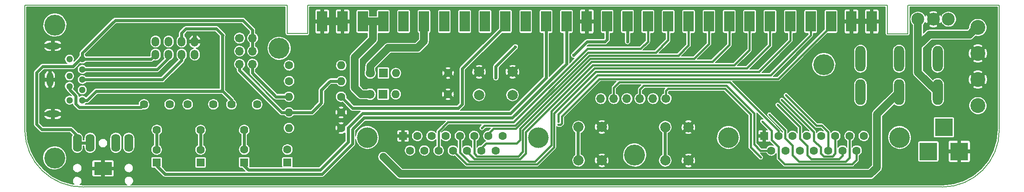
<source format=gtl>
G04 #@! TF.FileFunction,Copper,L1,Top,Signal*
%FSLAX46Y46*%
G04 Gerber Fmt 4.6, Leading zero omitted, Abs format (unit mm)*
G04 Created by KiCad (PCBNEW 4.0.7) date 05/21/21 15:04:17*
%MOMM*%
%LPD*%
G01*
G04 APERTURE LIST*
%ADD10C,0.100000*%
%ADD11C,0.150000*%
%ADD12R,3.500000X2.500000*%
%ADD13O,1.750000X3.500000*%
%ADD14C,2.900000*%
%ADD15R,3.500000X3.500000*%
%ADD16R,1.600000X1.600000*%
%ADD17C,1.600000*%
%ADD18C,4.000000*%
%ADD19C,4.064000*%
%ADD20R,1.800000X1.800000*%
%ADD21C,1.800000*%
%ADD22O,1.600000X1.600000*%
%ADD23R,2.000000X4.000000*%
%ADD24C,2.000000*%
%ADD25O,1.500000X1.900000*%
%ADD26C,2.500000*%
%ADD27C,1.620000*%
%ADD28C,1.700000*%
%ADD29O,1.700000X1.700000*%
%ADD30O,2.000000X5.000000*%
%ADD31O,2.800000X1.300000*%
%ADD32C,1.300000*%
%ADD33O,1.300000X2.800000*%
%ADD34C,0.800000*%
%ADD35C,1.000000*%
%ADD36C,0.600000*%
%ADD37C,0.400000*%
%ADD38C,1.500000*%
%ADD39C,1.000000*%
%ADD40C,1.500000*%
%ADD41C,0.600000*%
%ADD42C,0.400000*%
%ADD43C,0.500000*%
%ADD44C,0.200000*%
G04 APERTURE END LIST*
D10*
D11*
X244827000Y-120403000D02*
X77789000Y-120403000D01*
X255937000Y-84980000D02*
X255937000Y-109124000D01*
X238205000Y-84963000D02*
X255937000Y-84963000D01*
X238174000Y-90527000D02*
X238174000Y-84957000D01*
X244851000Y-120412000D02*
G75*
G03X255943000Y-109264000I-28000J11120000D01*
G01*
X66349000Y-109342000D02*
G75*
G03X77749000Y-120406000I11232000J168000D01*
G01*
X66349000Y-84935000D02*
X66349000Y-109258000D01*
X234151000Y-90527000D02*
X234151000Y-84957000D01*
X121369000Y-84970000D02*
X121369000Y-90500000D01*
X117402000Y-84931000D02*
X117402000Y-90497000D01*
X117398000Y-84931000D02*
X66355000Y-84931000D01*
X238164000Y-90525000D02*
X234144000Y-90525000D01*
X121369000Y-84960000D02*
X234149000Y-84960000D01*
X117399000Y-90500000D02*
X121369000Y-90500000D01*
D12*
X81567000Y-116786000D03*
D13*
X76567000Y-111780000D03*
X86567000Y-111780000D03*
X79067000Y-111780000D03*
X84067000Y-111780000D03*
D14*
X251784000Y-89312000D03*
X251784000Y-94392000D03*
X251784000Y-99472000D03*
X251784000Y-104552000D03*
D15*
X242152000Y-113479000D03*
X248152000Y-113479000D03*
X245152000Y-108779000D03*
D16*
X92000000Y-115625000D03*
D17*
X92000000Y-113125000D03*
D16*
X139937000Y-110454000D03*
D17*
X142707000Y-110454000D03*
X145477000Y-110454000D03*
X148247000Y-110454000D03*
X151017000Y-110454000D03*
X153787000Y-110454000D03*
X156557000Y-110454000D03*
X159327000Y-110454000D03*
X141322000Y-113294000D03*
X144092000Y-113294000D03*
X146862000Y-113294000D03*
X149632000Y-113294000D03*
X152402000Y-113294000D03*
X155172000Y-113294000D03*
X157942000Y-113294000D03*
D18*
X132982000Y-110754000D03*
X166282000Y-110754000D03*
D19*
X184982000Y-114175000D03*
D16*
X210187000Y-110454000D03*
D17*
X212957000Y-110454000D03*
X215727000Y-110454000D03*
X218497000Y-110454000D03*
X221267000Y-110454000D03*
X224037000Y-110454000D03*
X226807000Y-110454000D03*
X229577000Y-110454000D03*
X211572000Y-113294000D03*
X214342000Y-113294000D03*
X217112000Y-113294000D03*
X219882000Y-113294000D03*
X222652000Y-113294000D03*
X225422000Y-113294000D03*
X228192000Y-113294000D03*
D18*
X203232000Y-110754000D03*
X236532000Y-110754000D03*
D16*
X100550000Y-115625000D03*
D17*
X100550000Y-113125000D03*
D16*
X109050000Y-115600000D03*
D17*
X109050000Y-113100000D03*
D20*
X136067000Y-102326000D03*
D21*
X133527000Y-102326000D03*
D17*
X148686000Y-102328000D03*
D22*
X138526000Y-102328000D03*
D17*
X148697000Y-98209000D03*
D22*
X138537000Y-98209000D03*
D17*
X117775000Y-99775000D03*
D22*
X127935000Y-99775000D03*
D17*
X127903000Y-105855000D03*
D22*
X117743000Y-105855000D03*
D17*
X127900000Y-102800000D03*
D22*
X117740000Y-102800000D03*
D17*
X127900000Y-108900000D03*
D22*
X117740000Y-108900000D03*
D20*
X136108000Y-98195000D03*
D21*
X133568000Y-98195000D03*
D17*
X117775000Y-96698000D03*
D22*
X127935000Y-96698000D03*
D16*
X117450000Y-115600000D03*
D17*
X117450000Y-113100000D03*
D19*
X72158000Y-114744000D03*
D23*
X124207000Y-88134000D03*
X128167000Y-88134000D03*
X132127000Y-88134000D03*
X136087000Y-88134000D03*
X140047000Y-88134000D03*
X144007000Y-88134000D03*
X147967000Y-88134000D03*
X151927000Y-88134000D03*
X155887000Y-88134000D03*
X159847000Y-88134000D03*
X163807000Y-88134000D03*
X167767000Y-88134000D03*
X171727000Y-88134000D03*
X175687000Y-88134000D03*
X179647000Y-88134000D03*
X183607000Y-88134000D03*
X187567000Y-88134000D03*
X191527000Y-88134000D03*
X195487000Y-88134000D03*
X199447000Y-88134000D03*
X203407000Y-88134000D03*
X207367000Y-88134000D03*
X211327000Y-88134000D03*
X215287000Y-88134000D03*
X219247000Y-88134000D03*
X223207000Y-88134000D03*
X227167000Y-88134000D03*
X231127000Y-88134000D03*
D24*
X154732000Y-102458000D03*
X154732000Y-97958000D03*
X161232000Y-102458000D03*
X161232000Y-97958000D03*
X174092000Y-108712000D03*
X178592000Y-108712000D03*
X174092000Y-115212000D03*
X178592000Y-115212000D03*
X190958000Y-108732000D03*
X195458000Y-108732000D03*
X190958000Y-115232000D03*
X195458000Y-115232000D03*
D19*
X115825000Y-93375000D03*
X221800000Y-96550000D03*
D25*
X99418000Y-94595000D03*
X99418000Y-92055000D03*
X96878000Y-94595000D03*
X96878000Y-92055000D03*
X94338000Y-94595000D03*
X94338000Y-92055000D03*
X91798000Y-92055000D03*
X91798000Y-94595000D03*
D26*
X240118000Y-87694000D03*
X243098000Y-87694000D03*
X246058000Y-87694000D03*
D27*
X94541000Y-104305000D03*
X92041000Y-109305000D03*
X89541000Y-104305000D03*
X103041000Y-104305000D03*
X100541000Y-109305000D03*
X98041000Y-104305000D03*
X111541000Y-104305000D03*
X109041000Y-109305000D03*
X106541000Y-104305000D03*
D28*
X108124000Y-91389000D03*
D29*
X110664000Y-91389000D03*
X108124000Y-93929000D03*
X110664000Y-93929000D03*
X108124000Y-96469000D03*
X110664000Y-96469000D03*
D28*
X191110000Y-103182000D03*
D29*
X188570000Y-103182000D03*
X186030000Y-103182000D03*
X183490000Y-103182000D03*
X180950000Y-103182000D03*
X178410000Y-103182000D03*
D30*
X243950000Y-95417000D03*
X243950000Y-101917000D03*
X236450000Y-95417000D03*
X236450000Y-101917000D03*
X228950000Y-95417000D03*
X228950000Y-101917000D03*
D19*
X72200000Y-88850000D03*
D31*
X71800000Y-106165000D03*
X71800000Y-92905000D03*
D32*
X77550000Y-99475000D03*
X77550000Y-97475000D03*
X77550000Y-101475000D03*
X77550000Y-95475000D03*
X77550000Y-103475000D03*
X75050000Y-98775000D03*
X75050000Y-100775000D03*
X75050000Y-103475000D03*
X75050000Y-95475000D03*
D33*
X71250000Y-99475000D03*
D34*
X231127000Y-88134000D03*
D35*
X128157000Y-88124000D03*
X124207000Y-88134000D03*
D34*
X227167000Y-88134000D03*
D36*
X183612000Y-92057000D03*
X158003000Y-99121000D03*
X161801000Y-93096000D03*
D37*
X209829000Y-107625000D03*
X211226000Y-106284000D03*
X212827000Y-104379000D03*
X213629000Y-103434000D03*
X214440000Y-102512000D03*
D36*
X173144000Y-94717000D03*
D37*
X155265000Y-108916000D03*
X170155000Y-107681000D03*
X170155000Y-108240000D03*
D35*
X136077000Y-88124000D03*
X132127000Y-88134000D03*
D38*
X136083000Y-114524000D03*
D35*
X144007000Y-88134000D03*
D37*
X209550000Y-114638000D03*
D39*
X227167000Y-88134000D02*
X231127000Y-88134000D01*
D40*
X128157000Y-88124000D02*
X128147000Y-88134000D01*
X128147000Y-88134000D02*
X124207000Y-88134000D01*
D41*
X231117000Y-88124000D02*
X231127000Y-88134000D01*
X124194498Y-117875000D02*
X93625000Y-117875000D01*
X130098500Y-111970998D02*
X124194498Y-117875000D01*
X132311000Y-106939000D02*
X161171000Y-106939000D01*
X161171000Y-106939000D02*
X171727000Y-96383000D01*
X171727000Y-88134000D02*
X171727000Y-96383000D01*
X130098500Y-109151500D02*
X130098500Y-111948500D01*
X132311000Y-106939000D02*
X130098500Y-109151500D01*
X130098500Y-111948500D02*
X130098500Y-111970998D01*
X91993000Y-116243000D02*
X91993000Y-115408000D01*
X93625000Y-117875000D02*
X91993000Y-116243000D01*
X109041000Y-115408000D02*
X109041000Y-116265998D01*
X129298498Y-111639626D02*
X129276000Y-111639626D01*
X123863126Y-117074998D02*
X129298498Y-111639626D01*
X109850000Y-117074998D02*
X123863126Y-117074998D01*
X109041000Y-116265998D02*
X109850000Y-117074998D01*
X129276000Y-108842626D02*
X132085314Y-106033312D01*
X167767000Y-99088000D02*
X167767000Y-88134000D01*
X160821688Y-106033312D02*
X167767000Y-99088000D01*
X132085314Y-106033312D02*
X160821688Y-106033312D01*
X129276000Y-111639626D02*
X129276000Y-111639626D01*
X129276000Y-111639626D02*
X129276000Y-108842626D01*
X173980000Y-108816000D02*
X173980000Y-115316000D01*
X183607000Y-88134000D02*
X183607000Y-91079000D01*
X183607000Y-91079000D02*
X183612000Y-92057000D01*
X190932000Y-108811000D02*
X190932000Y-115311000D01*
X158001000Y-96896000D02*
X158003000Y-99121000D01*
X161801000Y-93096000D02*
X158001000Y-96896000D01*
D42*
X228192000Y-115095000D02*
X228192000Y-115106000D01*
X228192000Y-113294000D02*
X228192000Y-115095000D01*
X214216000Y-115979000D02*
X213034000Y-114797000D01*
X227319000Y-115979000D02*
X214216000Y-115979000D01*
X228192000Y-115106000D02*
X227319000Y-115979000D01*
X213034000Y-114510000D02*
X213034000Y-114797000D01*
X213034000Y-114510000D02*
X213034000Y-112610000D01*
X213034000Y-112610000D02*
X211674000Y-111250000D01*
X211674000Y-111250000D02*
X211674000Y-109447526D01*
X211674000Y-109447526D02*
X209829000Y-107625000D01*
X215701315Y-114122938D02*
X215701315Y-114167315D01*
X226809732Y-110389285D02*
X226809732Y-114685268D01*
X215701315Y-114122938D02*
X215701315Y-112319609D01*
X214290000Y-109363730D02*
X211226000Y-106284000D01*
X215701315Y-112319609D02*
X214290000Y-110908294D01*
X214290000Y-110908294D02*
X214290000Y-109363730D01*
X226047000Y-115448000D02*
X226809732Y-114685268D01*
X216982000Y-115448000D02*
X226047000Y-115448000D01*
X215701315Y-114167315D02*
X216982000Y-115448000D01*
X218546003Y-114032512D02*
X218546003Y-114162003D01*
X217135552Y-108687552D02*
X212827000Y-104379000D01*
X218546003Y-112395806D02*
X218546003Y-114032512D01*
X217149058Y-110998861D02*
X218546003Y-112395806D01*
X217149058Y-108687552D02*
X217149058Y-110998861D01*
X217149058Y-108687552D02*
X217135552Y-108687552D01*
X225422000Y-114272000D02*
X225422000Y-113294000D01*
X224749000Y-114945000D02*
X225422000Y-114272000D01*
X219329000Y-114945000D02*
X224749000Y-114945000D01*
X218546003Y-114162003D02*
X219329000Y-114945000D01*
D43*
X225461000Y-113887878D02*
X225424732Y-113229285D01*
X225461000Y-113319000D02*
X225461000Y-113887878D01*
D42*
X221182000Y-113844000D02*
X221189000Y-113844000D01*
X221182000Y-113844000D02*
X221182000Y-112656000D01*
X221182000Y-112656000D02*
X219887000Y-111361000D01*
X219887000Y-111361000D02*
X219887000Y-109707000D01*
X219887000Y-109707000D02*
X213629000Y-103434000D01*
X223464000Y-114442000D02*
X224037000Y-113869000D01*
X221787000Y-114442000D02*
X223464000Y-114442000D01*
X221189000Y-113844000D02*
X221787000Y-114442000D01*
X224037000Y-110454000D02*
X224037000Y-113869000D01*
X222652000Y-113294000D02*
X222652000Y-109691000D01*
X214440000Y-102512000D02*
X219841352Y-107925582D01*
X220350770Y-108435000D02*
X219841352Y-107925582D01*
X221396000Y-108435000D02*
X220350770Y-108435000D01*
X222652000Y-109691000D02*
X221396000Y-108435000D01*
D41*
X179207000Y-92090000D02*
X175771000Y-92090000D01*
X175771000Y-92090000D02*
X173144000Y-94717000D01*
X179647000Y-91650000D02*
X179207000Y-92090000D01*
X179647000Y-91650000D02*
X179647000Y-88134000D01*
D42*
X155793000Y-108407000D02*
X161748000Y-108407000D01*
X175934000Y-94221000D02*
X161748000Y-108407000D01*
X155793000Y-108407000D02*
X155265000Y-108916000D01*
X191527000Y-88134000D02*
X191527000Y-91784000D01*
X189090000Y-94221000D02*
X191527000Y-91784000D01*
X189090000Y-94221000D02*
X175934000Y-94221000D01*
X148655000Y-107782000D02*
X161477000Y-107782000D01*
X187567000Y-88134000D02*
X187567000Y-92049000D01*
X175800000Y-93459000D02*
X186157000Y-93459000D01*
X187567000Y-92049000D02*
X186157000Y-93459000D01*
X146862000Y-109575000D02*
X148655000Y-107782000D01*
X146862000Y-109575000D02*
X146862000Y-113294000D01*
X161477000Y-107782000D02*
X175800000Y-93459000D01*
X161801000Y-109050000D02*
X161856000Y-109050000D01*
X195487000Y-88134000D02*
X195487000Y-92779000D01*
X195487000Y-92779000D02*
X193494000Y-94772000D01*
X157533000Y-109050000D02*
X156557000Y-110026000D01*
X157533000Y-109050000D02*
X161801000Y-109050000D01*
X176134000Y-94772000D02*
X193494000Y-94772000D01*
X161856000Y-109050000D02*
X176134000Y-94772000D01*
D41*
X156557000Y-110026000D02*
X156557000Y-110454000D01*
D42*
X162680000Y-111234998D02*
X162680000Y-109011000D01*
X155172000Y-112808000D02*
X156078000Y-111902000D01*
X156078000Y-111902000D02*
X162012998Y-111902000D01*
X162012998Y-111902000D02*
X162680000Y-111234998D01*
X196606500Y-95359500D02*
X199447000Y-92519000D01*
X199447000Y-92519000D02*
X199447000Y-88134000D01*
X196606500Y-95359500D02*
X176331500Y-95359500D01*
X162680000Y-109011000D02*
X176331500Y-95359500D01*
X155172000Y-113294000D02*
X155172000Y-112808000D01*
X163232000Y-109423000D02*
X163232000Y-109335000D01*
X200104000Y-96012000D02*
X200218000Y-95898000D01*
X176555000Y-96012000D02*
X200104000Y-96012000D01*
X163232000Y-109335000D02*
X176555000Y-96012000D01*
X162317000Y-114422000D02*
X162355000Y-114422000D01*
X163232000Y-113545000D02*
X163232000Y-109423000D01*
X163232000Y-109423000D02*
X163232000Y-109334502D01*
X162355000Y-114422000D02*
X163232000Y-113545000D01*
X153787000Y-110454000D02*
X153787000Y-113864000D01*
X154345000Y-114422000D02*
X153787000Y-113864000D01*
X162366000Y-114422000D02*
X162317000Y-114422000D01*
X162317000Y-114422000D02*
X154345000Y-114422000D01*
X203407000Y-88134000D02*
X203407000Y-92709000D01*
X203407000Y-92709000D02*
X200218000Y-95898000D01*
X200218000Y-95898000D02*
X200165000Y-95951000D01*
X163778187Y-109742187D02*
X163778187Y-109703813D01*
X207367000Y-93654000D02*
X207367000Y-88134000D01*
X204399000Y-96622000D02*
X207367000Y-93654000D01*
X177391000Y-96622000D02*
X204399000Y-96622000D01*
X177162000Y-96622000D02*
X177391000Y-96622000D01*
X176860000Y-96622000D02*
X177162000Y-96622000D01*
X163778187Y-109703813D02*
X176860000Y-96622000D01*
X163778187Y-109742187D02*
X163778187Y-113848813D01*
X163778187Y-113848813D02*
X162699002Y-114927998D01*
X162699002Y-114927998D02*
X153787000Y-114927998D01*
X153787000Y-114925000D02*
X153787000Y-114927998D01*
X153787000Y-114925000D02*
X153787000Y-114925000D01*
X153787000Y-114925000D02*
X152402000Y-113540000D01*
X152402000Y-113294000D02*
X152402000Y-113540000D01*
X152402000Y-113294000D02*
X152402000Y-113576000D01*
X177154000Y-97272000D02*
X206844000Y-97272000D01*
X206844000Y-97272000D02*
X211327000Y-92789000D01*
X211327000Y-92789000D02*
X211327000Y-88134000D01*
X168785500Y-105640500D02*
X177154000Y-97272000D01*
X168785500Y-112263500D02*
X168785500Y-105640500D01*
X165621000Y-115428000D02*
X168785500Y-112263500D01*
X152766000Y-115428000D02*
X165621000Y-115428000D01*
X151017000Y-110454000D02*
X151017000Y-113679000D01*
X151017000Y-113679000D02*
X152766000Y-115428000D01*
X177427000Y-97922000D02*
X179824000Y-97922000D01*
X215287000Y-88134000D02*
X215287000Y-91855000D01*
X209220000Y-97922000D02*
X215287000Y-91855000D01*
X179824000Y-97922000D02*
X209220000Y-97922000D01*
X169288000Y-106061000D02*
X177427000Y-97922000D01*
X169288000Y-112655000D02*
X169288000Y-106061000D01*
X166001500Y-115941500D02*
X169288000Y-112655000D01*
X165684000Y-115941500D02*
X166001500Y-115941500D01*
X166004500Y-115941500D02*
X165684000Y-115941500D01*
X152279500Y-115941500D02*
X149632000Y-113294000D01*
X165684000Y-115941500D02*
X152279500Y-115941500D01*
X211457000Y-98600000D02*
X177740000Y-98600000D01*
X211457000Y-98600000D02*
X219247000Y-90810000D01*
X219247000Y-88134000D02*
X219247000Y-90810000D01*
X170155000Y-106451000D02*
X170155000Y-107681000D01*
X170155000Y-106185000D02*
X170155000Y-106451000D01*
X177740000Y-98600000D02*
X170155000Y-106185000D01*
X170157000Y-107681000D02*
X170172000Y-107666000D01*
X170155000Y-107681000D02*
X170157000Y-107681000D01*
X170155000Y-108240000D02*
X170601000Y-108240000D01*
X212917000Y-99324000D02*
X223207000Y-89034000D01*
X223207000Y-89034000D02*
X223207000Y-88134000D01*
X180624000Y-99324000D02*
X212917000Y-99324000D01*
X178148000Y-99324000D02*
X180624000Y-99324000D01*
X170853000Y-106619000D02*
X178148000Y-99324000D01*
X170853000Y-107988000D02*
X170853000Y-106619000D01*
X170601000Y-108240000D02*
X170853000Y-107988000D01*
X170155000Y-108240000D02*
X170158894Y-108243894D01*
D40*
X130555000Y-95120000D02*
X130555000Y-101071000D01*
X130555000Y-95120000D02*
X134075000Y-91600000D01*
X134075000Y-88134000D02*
X134075000Y-91600000D01*
X131810000Y-102326000D02*
X133527000Y-102326000D01*
X130555000Y-101071000D02*
X131810000Y-102326000D01*
D39*
X136077000Y-88124000D02*
X136087000Y-88134000D01*
D40*
X136087000Y-88134000D02*
X134075000Y-88134000D01*
X134075000Y-88134000D02*
X132127000Y-88134000D01*
X236450000Y-101917000D02*
X232150000Y-106217000D01*
X232150000Y-116604000D02*
X230903000Y-117851000D01*
X230903000Y-117851000D02*
X139410000Y-117851000D01*
X139410000Y-117851000D02*
X136083000Y-114524000D01*
X232150000Y-116604000D02*
X232150000Y-106217000D01*
D39*
X137093000Y-93276000D02*
X137093000Y-93312000D01*
D40*
X137093000Y-93276000D02*
X142737000Y-93276000D01*
X142737000Y-93276000D02*
X144007000Y-92006000D01*
X144007000Y-88134000D02*
X144007000Y-92006000D01*
X133568000Y-96837000D02*
X133568000Y-98195000D01*
X137093000Y-93312000D02*
X133568000Y-96837000D01*
X242622000Y-90708000D02*
X242367000Y-90708000D01*
X242622000Y-90708000D02*
X250144000Y-90708000D01*
X251815000Y-89037000D02*
X250144000Y-90708000D01*
X242367000Y-90708000D02*
X240118000Y-92957000D01*
X240118000Y-87694000D02*
X240118000Y-92957000D01*
X240118000Y-92957000D02*
X240118000Y-98085000D01*
X240118000Y-98085000D02*
X243950000Y-101917000D01*
D41*
X92041000Y-109305000D02*
X92041000Y-112460000D01*
X92041000Y-112460000D02*
X91993000Y-112508000D01*
X110664000Y-93929000D02*
X110664000Y-91389000D01*
X77550000Y-95475000D02*
X77550000Y-94300000D01*
X77550000Y-94300000D02*
X83925000Y-87925000D01*
X110664000Y-89789000D02*
X110664000Y-91389000D01*
X83925000Y-87925000D02*
X108800000Y-87925000D01*
X108800000Y-87925000D02*
X110664000Y-89789000D01*
X68650000Y-98125000D02*
X68650000Y-98075000D01*
X75325000Y-109200000D02*
X69700000Y-109200000D01*
X69700000Y-109200000D02*
X68650000Y-108150000D01*
X68650000Y-108150000D02*
X68650000Y-98125000D01*
X76567000Y-110442000D02*
X75325000Y-109200000D01*
X69825000Y-96900000D02*
X75725000Y-96900000D01*
X68650000Y-98075000D02*
X69825000Y-96900000D01*
X76567000Y-111780000D02*
X76567000Y-110442000D01*
X75725000Y-96900000D02*
X77150000Y-95475000D01*
X77150000Y-95475000D02*
X77550000Y-95475000D01*
X77550000Y-95475000D02*
X90918000Y-95475000D01*
X90918000Y-95475000D02*
X91798000Y-94595000D01*
X76567000Y-111780000D02*
X79067000Y-111780000D01*
X92125000Y-97475000D02*
X77550000Y-97475000D01*
X94338000Y-95262000D02*
X92125000Y-97475000D01*
X94338000Y-94595000D02*
X94338000Y-95262000D01*
X75050000Y-100775000D02*
X75050000Y-101400000D01*
X75050000Y-101400000D02*
X76300000Y-102650000D01*
X76925000Y-104850000D02*
X88996000Y-104850000D01*
X76300000Y-104225000D02*
X76925000Y-104850000D01*
X76300000Y-102650000D02*
X76300000Y-104225000D01*
X88996000Y-104850000D02*
X89541000Y-104305000D01*
X77550000Y-99475000D02*
X93125000Y-99475000D01*
X96878000Y-95722000D02*
X96878000Y-94595000D01*
X93125000Y-99475000D02*
X96878000Y-95722000D01*
X106541000Y-104305000D02*
X106541000Y-103416000D01*
X104687500Y-101562500D02*
X104687500Y-101750000D01*
X106541000Y-103416000D02*
X104687500Y-101562500D01*
X80225000Y-101750000D02*
X104687500Y-101750000D01*
X78500000Y-103475000D02*
X80225000Y-101750000D01*
X77550000Y-103475000D02*
X78500000Y-103475000D01*
X104687500Y-101750000D02*
X104500000Y-101750000D01*
X104825000Y-90850000D02*
X104875000Y-90800000D01*
X96878000Y-90372000D02*
X96878000Y-92055000D01*
X97700000Y-89550000D02*
X96878000Y-90372000D01*
X103625000Y-89550000D02*
X97700000Y-89550000D01*
X104875000Y-90800000D02*
X103625000Y-89550000D01*
X104825000Y-101425000D02*
X104825000Y-90850000D01*
X104500000Y-101750000D02*
X104825000Y-101425000D01*
X106541000Y-104305000D02*
X106541000Y-104141000D01*
X159847000Y-88134000D02*
X159847000Y-88978000D01*
X159847000Y-88978000D02*
X151450000Y-97375000D01*
X130150000Y-105050000D02*
X127900000Y-102800000D01*
X150650000Y-105050000D02*
X130150000Y-105050000D01*
X151450000Y-104250000D02*
X150650000Y-105050000D01*
X151450000Y-97375000D02*
X151450000Y-104250000D01*
X159847000Y-88134000D02*
X159847000Y-89043000D01*
X159426000Y-88555000D02*
X159847000Y-88134000D01*
X100541000Y-109305000D02*
X100541000Y-112441000D01*
X100541000Y-112441000D02*
X100588000Y-112488000D01*
X100494000Y-109352000D02*
X100541000Y-109305000D01*
X109041000Y-112508000D02*
X109041000Y-109305000D01*
X117743000Y-105855000D02*
X122220000Y-105855000D01*
X125750000Y-99750000D02*
X127960000Y-99750000D01*
X124050000Y-101450000D02*
X125750000Y-99750000D01*
X124050000Y-104025000D02*
X124050000Y-101450000D01*
X122220000Y-105855000D02*
X124050000Y-104025000D01*
X117743000Y-105855000D02*
X116305000Y-105855000D01*
X108124000Y-97674000D02*
X108124000Y-96469000D01*
X116305000Y-105855000D02*
X108124000Y-97674000D01*
X117740000Y-102800000D02*
X115250000Y-102800000D01*
X110664000Y-98214000D02*
X110664000Y-96469000D01*
X115250000Y-102800000D02*
X110664000Y-98214000D01*
X117743000Y-102769000D02*
X117749000Y-102763000D01*
X110664000Y-96469000D02*
X110664000Y-96526000D01*
X110664000Y-96469000D02*
X110664000Y-96694000D01*
D42*
X181989000Y-99997000D02*
X203486000Y-99997000D01*
X212957000Y-109468000D02*
X203486000Y-99997000D01*
X212957000Y-110454000D02*
X212957000Y-109468000D01*
X180950000Y-101036000D02*
X181989000Y-99997000D01*
X180950000Y-101036000D02*
X180950000Y-103182000D01*
X186030000Y-103182000D02*
X186030000Y-101417000D01*
X209474000Y-113294000D02*
X208239000Y-112059000D01*
X208239000Y-112059000D02*
X208239000Y-106030000D01*
X208239000Y-106030000D02*
X202874009Y-100665009D01*
X209474000Y-113294000D02*
X211572000Y-113294000D01*
X186781991Y-100665009D02*
X202874009Y-100665009D01*
X186030000Y-101417000D02*
X186781991Y-100665009D01*
X202549500Y-101234500D02*
X191516500Y-101234500D01*
X191110000Y-101641000D02*
X191110000Y-103182000D01*
X191516500Y-101234500D02*
X191110000Y-101641000D01*
X209550000Y-114638000D02*
X207566000Y-112654000D01*
X207566000Y-106251000D02*
X207566000Y-112654000D01*
X202549000Y-101234000D02*
X202549500Y-101234500D01*
X202549500Y-101234500D02*
X207566000Y-106251000D01*
D44*
G36*
X117027000Y-90468924D02*
X117024009Y-90497382D01*
X117030642Y-90570268D01*
X117051306Y-90640477D01*
X117085213Y-90705336D01*
X117131073Y-90762374D01*
X117187137Y-90809418D01*
X117251272Y-90844676D01*
X117321033Y-90866805D01*
X117393764Y-90874963D01*
X117399000Y-90875000D01*
X121369000Y-90875000D01*
X121404081Y-90871560D01*
X121439268Y-90868358D01*
X121440532Y-90867986D01*
X121441838Y-90867858D01*
X121475608Y-90857662D01*
X121509477Y-90847694D01*
X121510641Y-90847085D01*
X121511901Y-90846705D01*
X121543037Y-90830149D01*
X121574336Y-90813787D01*
X121575363Y-90812961D01*
X121576522Y-90812345D01*
X121603854Y-90790054D01*
X121631374Y-90767927D01*
X121632219Y-90766920D01*
X121633238Y-90766089D01*
X121655698Y-90738940D01*
X121678418Y-90711863D01*
X121679054Y-90710707D01*
X121679889Y-90709697D01*
X121696647Y-90678704D01*
X121713676Y-90647728D01*
X121714074Y-90646475D01*
X121714699Y-90645318D01*
X121725146Y-90611568D01*
X121735805Y-90577967D01*
X121735951Y-90576663D01*
X121736341Y-90575404D01*
X121740039Y-90540224D01*
X121743963Y-90505236D01*
X121743981Y-90502715D01*
X121743991Y-90502618D01*
X121743982Y-90502521D01*
X121744000Y-90500000D01*
X121744000Y-88509000D01*
X122807000Y-88509000D01*
X122807000Y-90173396D01*
X122822372Y-90250675D01*
X122852524Y-90323471D01*
X122896299Y-90388985D01*
X122952014Y-90444700D01*
X123017529Y-90488475D01*
X123090324Y-90518628D01*
X123167603Y-90534000D01*
X123832000Y-90534000D01*
X123932000Y-90434000D01*
X123932000Y-88409000D01*
X124482000Y-88409000D01*
X124482000Y-90434000D01*
X124582000Y-90534000D01*
X125246397Y-90534000D01*
X125323676Y-90518628D01*
X125396471Y-90488475D01*
X125461986Y-90444700D01*
X125517701Y-90388985D01*
X125561476Y-90323471D01*
X125591628Y-90250675D01*
X125607000Y-90173396D01*
X125607000Y-88509000D01*
X126767000Y-88509000D01*
X126767000Y-90173396D01*
X126782372Y-90250675D01*
X126812524Y-90323471D01*
X126856299Y-90388985D01*
X126912014Y-90444700D01*
X126977529Y-90488475D01*
X127050324Y-90518628D01*
X127127603Y-90534000D01*
X127792000Y-90534000D01*
X127892000Y-90434000D01*
X127892000Y-88409000D01*
X128442000Y-88409000D01*
X128442000Y-90434000D01*
X128542000Y-90534000D01*
X129206397Y-90534000D01*
X129283676Y-90518628D01*
X129356471Y-90488475D01*
X129421986Y-90444700D01*
X129477701Y-90388985D01*
X129521476Y-90323471D01*
X129551628Y-90250675D01*
X129567000Y-90173396D01*
X129567000Y-88509000D01*
X129467000Y-88409000D01*
X128442000Y-88409000D01*
X127892000Y-88409000D01*
X126867000Y-88409000D01*
X126767000Y-88509000D01*
X125607000Y-88509000D01*
X125507000Y-88409000D01*
X124482000Y-88409000D01*
X123932000Y-88409000D01*
X122907000Y-88409000D01*
X122807000Y-88509000D01*
X121744000Y-88509000D01*
X121744000Y-86094604D01*
X122807000Y-86094604D01*
X122807000Y-87759000D01*
X122907000Y-87859000D01*
X123932000Y-87859000D01*
X123932000Y-85834000D01*
X124482000Y-85834000D01*
X124482000Y-87859000D01*
X125507000Y-87859000D01*
X125607000Y-87759000D01*
X125607000Y-86094604D01*
X126767000Y-86094604D01*
X126767000Y-87759000D01*
X126867000Y-87859000D01*
X127892000Y-87859000D01*
X127892000Y-85834000D01*
X128442000Y-85834000D01*
X128442000Y-87859000D01*
X129467000Y-87859000D01*
X129567000Y-87759000D01*
X129567000Y-86094604D01*
X129551628Y-86017325D01*
X129521476Y-85944529D01*
X129477701Y-85879015D01*
X129421986Y-85823300D01*
X129356471Y-85779525D01*
X129283676Y-85749372D01*
X129206397Y-85734000D01*
X128542000Y-85734000D01*
X128442000Y-85834000D01*
X127892000Y-85834000D01*
X127792000Y-85734000D01*
X127127603Y-85734000D01*
X127050324Y-85749372D01*
X126977529Y-85779525D01*
X126912014Y-85823300D01*
X126856299Y-85879015D01*
X126812524Y-85944529D01*
X126782372Y-86017325D01*
X126767000Y-86094604D01*
X125607000Y-86094604D01*
X125591628Y-86017325D01*
X125561476Y-85944529D01*
X125517701Y-85879015D01*
X125461986Y-85823300D01*
X125396471Y-85779525D01*
X125323676Y-85749372D01*
X125246397Y-85734000D01*
X124582000Y-85734000D01*
X124482000Y-85834000D01*
X123932000Y-85834000D01*
X123832000Y-85734000D01*
X123167603Y-85734000D01*
X123090324Y-85749372D01*
X123017529Y-85779525D01*
X122952014Y-85823300D01*
X122896299Y-85879015D01*
X122852524Y-85944529D01*
X122822372Y-86017325D01*
X122807000Y-86094604D01*
X121744000Y-86094604D01*
X121744000Y-85335000D01*
X233776000Y-85335000D01*
X233776000Y-90455866D01*
X233769009Y-90522382D01*
X233775642Y-90595268D01*
X233796306Y-90665477D01*
X233830213Y-90730336D01*
X233876073Y-90787374D01*
X233932137Y-90834418D01*
X233996272Y-90869676D01*
X234005512Y-90872607D01*
X234005682Y-90872699D01*
X234010648Y-90874236D01*
X234066033Y-90891805D01*
X234068182Y-90892046D01*
X234075596Y-90894341D01*
X234148382Y-90901991D01*
X234170260Y-90900000D01*
X238152439Y-90900000D01*
X238171382Y-90901991D01*
X238244268Y-90895358D01*
X238314477Y-90874694D01*
X238379336Y-90840787D01*
X238436374Y-90794927D01*
X238483418Y-90738863D01*
X238518676Y-90674728D01*
X238540805Y-90604967D01*
X238548963Y-90532236D01*
X238549000Y-90527000D01*
X238549000Y-87824328D01*
X238565962Y-87824328D01*
X238620835Y-88123305D01*
X238732734Y-88405930D01*
X238897397Y-88661438D01*
X239068000Y-88838102D01*
X239068000Y-98085000D01*
X239077463Y-98181509D01*
X239085918Y-98278149D01*
X239087458Y-98283450D01*
X239087997Y-98288946D01*
X239116031Y-98381800D01*
X239143090Y-98474936D01*
X239145631Y-98479838D01*
X239147227Y-98485124D01*
X239192755Y-98570749D01*
X239237396Y-98656871D01*
X239240842Y-98661187D01*
X239243433Y-98666061D01*
X239304712Y-98741196D01*
X239365244Y-98817024D01*
X239372823Y-98824709D01*
X239372951Y-98824866D01*
X239373097Y-98824986D01*
X239375538Y-98827462D01*
X242650000Y-102101924D01*
X242650000Y-103430548D01*
X242674758Y-103683053D01*
X242748090Y-103925939D01*
X242867202Y-104149957D01*
X243027558Y-104346572D01*
X243223049Y-104508297D01*
X243446230Y-104628970D01*
X243688599Y-104703996D01*
X243940924Y-104730516D01*
X244193596Y-104707521D01*
X244222055Y-104699145D01*
X250031699Y-104699145D01*
X250093652Y-105036699D01*
X250219990Y-105355792D01*
X250405900Y-105644268D01*
X250644302Y-105891141D01*
X250926114Y-106087006D01*
X251240604Y-106224402D01*
X251575790Y-106298098D01*
X251918908Y-106305285D01*
X252256887Y-106245691D01*
X252576854Y-106121584D01*
X252866621Y-105937692D01*
X253115152Y-105701019D01*
X253312979Y-105420581D01*
X253452568Y-105107059D01*
X253528602Y-104772394D01*
X253534076Y-104380404D01*
X253467416Y-104043747D01*
X253336635Y-103726449D01*
X253146715Y-103440597D01*
X252904890Y-103197077D01*
X252620370Y-103005166D01*
X252303993Y-102872174D01*
X251967810Y-102803165D01*
X251624626Y-102800769D01*
X251287512Y-102865077D01*
X250969309Y-102993639D01*
X250682137Y-103181559D01*
X250436935Y-103421679D01*
X250243043Y-103704852D01*
X250107845Y-104020292D01*
X250036491Y-104355985D01*
X250031699Y-104699145D01*
X244222055Y-104699145D01*
X244436989Y-104635887D01*
X244661832Y-104518342D01*
X244859562Y-104359362D01*
X245022648Y-104165005D01*
X245144876Y-103942672D01*
X245221592Y-103700833D01*
X245249873Y-103448699D01*
X245250000Y-103430548D01*
X245250000Y-100894926D01*
X250749983Y-100894926D01*
X250925838Y-101121018D01*
X251264034Y-101256751D01*
X251622213Y-101323898D01*
X251986609Y-101319877D01*
X252343220Y-101244844D01*
X252642162Y-101121018D01*
X252818017Y-100894926D01*
X251784000Y-99860909D01*
X250749983Y-100894926D01*
X245250000Y-100894926D01*
X245250000Y-100403452D01*
X245225242Y-100150947D01*
X245151910Y-99908061D01*
X245032798Y-99684043D01*
X244872442Y-99487428D01*
X244676951Y-99325703D01*
X244648303Y-99310213D01*
X249932102Y-99310213D01*
X249936123Y-99674609D01*
X250011156Y-100031220D01*
X250134982Y-100330162D01*
X250361074Y-100506017D01*
X251395091Y-99472000D01*
X252172909Y-99472000D01*
X253206926Y-100506017D01*
X253433018Y-100330162D01*
X253568751Y-99991966D01*
X253635898Y-99633787D01*
X253631877Y-99269391D01*
X253556844Y-98912780D01*
X253433018Y-98613838D01*
X253206926Y-98437983D01*
X252172909Y-99472000D01*
X251395091Y-99472000D01*
X250361074Y-98437983D01*
X250134982Y-98613838D01*
X249999249Y-98952034D01*
X249932102Y-99310213D01*
X244648303Y-99310213D01*
X244453770Y-99205030D01*
X244211401Y-99130004D01*
X243959076Y-99103484D01*
X243706404Y-99126479D01*
X243463011Y-99198113D01*
X243238168Y-99315658D01*
X243040438Y-99474638D01*
X243018594Y-99500670D01*
X241168000Y-97650076D01*
X241168000Y-93903452D01*
X242650000Y-93903452D01*
X242650000Y-96930548D01*
X242674758Y-97183053D01*
X242748090Y-97425939D01*
X242867202Y-97649957D01*
X243027558Y-97846572D01*
X243223049Y-98008297D01*
X243446230Y-98128970D01*
X243688599Y-98203996D01*
X243940924Y-98230516D01*
X244193596Y-98207521D01*
X244436989Y-98135887D01*
X244603047Y-98049074D01*
X250749983Y-98049074D01*
X251784000Y-99083091D01*
X252818017Y-98049074D01*
X252642162Y-97822982D01*
X252303966Y-97687249D01*
X251945787Y-97620102D01*
X251581391Y-97624123D01*
X251224780Y-97699156D01*
X250925838Y-97822982D01*
X250749983Y-98049074D01*
X244603047Y-98049074D01*
X244661832Y-98018342D01*
X244859562Y-97859362D01*
X245022648Y-97665005D01*
X245144876Y-97442672D01*
X245221592Y-97200833D01*
X245249873Y-96948699D01*
X245250000Y-96930548D01*
X245250000Y-95814926D01*
X250749983Y-95814926D01*
X250925838Y-96041018D01*
X251264034Y-96176751D01*
X251622213Y-96243898D01*
X251986609Y-96239877D01*
X252343220Y-96164844D01*
X252642162Y-96041018D01*
X252818017Y-95814926D01*
X251784000Y-94780909D01*
X250749983Y-95814926D01*
X245250000Y-95814926D01*
X245250000Y-94230213D01*
X249932102Y-94230213D01*
X249936123Y-94594609D01*
X250011156Y-94951220D01*
X250134982Y-95250162D01*
X250361074Y-95426017D01*
X251395091Y-94392000D01*
X252172909Y-94392000D01*
X253206926Y-95426017D01*
X253433018Y-95250162D01*
X253568751Y-94911966D01*
X253635898Y-94553787D01*
X253631877Y-94189391D01*
X253556844Y-93832780D01*
X253433018Y-93533838D01*
X253206926Y-93357983D01*
X252172909Y-94392000D01*
X251395091Y-94392000D01*
X250361074Y-93357983D01*
X250134982Y-93533838D01*
X249999249Y-93872034D01*
X249932102Y-94230213D01*
X245250000Y-94230213D01*
X245250000Y-93903452D01*
X245225242Y-93650947D01*
X245151910Y-93408061D01*
X245032798Y-93184043D01*
X244872442Y-92987428D01*
X244850256Y-92969074D01*
X250749983Y-92969074D01*
X251784000Y-94003091D01*
X252818017Y-92969074D01*
X252642162Y-92742982D01*
X252303966Y-92607249D01*
X251945787Y-92540102D01*
X251581391Y-92544123D01*
X251224780Y-92619156D01*
X250925838Y-92742982D01*
X250749983Y-92969074D01*
X244850256Y-92969074D01*
X244676951Y-92825703D01*
X244453770Y-92705030D01*
X244211401Y-92630004D01*
X243959076Y-92603484D01*
X243706404Y-92626479D01*
X243463011Y-92698113D01*
X243238168Y-92815658D01*
X243040438Y-92974638D01*
X242877352Y-93168995D01*
X242755124Y-93391328D01*
X242678408Y-93633167D01*
X242650127Y-93885301D01*
X242650000Y-93903452D01*
X241168000Y-93903452D01*
X241168000Y-93391924D01*
X242801924Y-91758000D01*
X250144000Y-91758000D01*
X250240509Y-91748537D01*
X250337149Y-91740082D01*
X250342450Y-91738542D01*
X250347946Y-91738003D01*
X250440800Y-91709969D01*
X250533936Y-91682910D01*
X250538838Y-91680369D01*
X250544124Y-91678773D01*
X250629749Y-91633245D01*
X250715871Y-91588604D01*
X250720187Y-91585158D01*
X250725061Y-91582567D01*
X250800196Y-91521288D01*
X250876024Y-91460756D01*
X250883709Y-91453177D01*
X250883866Y-91453049D01*
X250883986Y-91452903D01*
X250886462Y-91450462D01*
X251332350Y-91004574D01*
X251575790Y-91058098D01*
X251918908Y-91065285D01*
X252256887Y-91005691D01*
X252576854Y-90881584D01*
X252866621Y-90697692D01*
X253115152Y-90461019D01*
X253312979Y-90180581D01*
X253452568Y-89867059D01*
X253528602Y-89532394D01*
X253534076Y-89140404D01*
X253467416Y-88803747D01*
X253336635Y-88486449D01*
X253146715Y-88200597D01*
X252904890Y-87957077D01*
X252620370Y-87765166D01*
X252303993Y-87632174D01*
X251967810Y-87563165D01*
X251624626Y-87560769D01*
X251287512Y-87625077D01*
X250969309Y-87753639D01*
X250682137Y-87941559D01*
X250436935Y-88181679D01*
X250243043Y-88464852D01*
X250107845Y-88780292D01*
X250036491Y-89115985D01*
X250033452Y-89333624D01*
X249709076Y-89658000D01*
X242367000Y-89658000D01*
X242270446Y-89667467D01*
X242173851Y-89675918D01*
X242168550Y-89677458D01*
X242163054Y-89677997D01*
X242070200Y-89706031D01*
X241977064Y-89733090D01*
X241972162Y-89735631D01*
X241966876Y-89737227D01*
X241881251Y-89782755D01*
X241795129Y-89827396D01*
X241790813Y-89830842D01*
X241785939Y-89833433D01*
X241710804Y-89894712D01*
X241634976Y-89955244D01*
X241627291Y-89962823D01*
X241627134Y-89962951D01*
X241627014Y-89963097D01*
X241624538Y-89965538D01*
X241168000Y-90422076D01*
X241168000Y-88972818D01*
X242208091Y-88972818D01*
X242359440Y-89178400D01*
X242663223Y-89293963D01*
X242983715Y-89348042D01*
X243308598Y-89338556D01*
X243625389Y-89265870D01*
X243836560Y-89178400D01*
X243987909Y-88972818D01*
X243098000Y-88082909D01*
X242208091Y-88972818D01*
X241168000Y-88972818D01*
X241168000Y-88834567D01*
X241297020Y-88711703D01*
X241472238Y-88463314D01*
X241552069Y-88284011D01*
X241613600Y-88432560D01*
X241819182Y-88583909D01*
X242709091Y-87694000D01*
X243486909Y-87694000D01*
X244376818Y-88583909D01*
X244582400Y-88432560D01*
X244631831Y-88302620D01*
X244672734Y-88405930D01*
X244837397Y-88661438D01*
X245048553Y-88880096D01*
X245298159Y-89053576D01*
X245576706Y-89175271D01*
X245873586Y-89240544D01*
X246177490Y-89246910D01*
X246476843Y-89194126D01*
X246760242Y-89084202D01*
X247016893Y-88921327D01*
X247237020Y-88711703D01*
X247412238Y-88463314D01*
X247535874Y-88185623D01*
X247603219Y-87889207D01*
X247608067Y-87542015D01*
X247549025Y-87243833D01*
X247433191Y-86962798D01*
X247264976Y-86709614D01*
X247050788Y-86493926D01*
X246798785Y-86323947D01*
X246518565Y-86206154D01*
X246220803Y-86145032D01*
X245916840Y-86142910D01*
X245618253Y-86199868D01*
X245336416Y-86313738D01*
X245082065Y-86480181D01*
X244864886Y-86692858D01*
X244693152Y-86943669D01*
X244634351Y-87080862D01*
X244582400Y-86955440D01*
X244376818Y-86804091D01*
X243486909Y-87694000D01*
X242709091Y-87694000D01*
X241819182Y-86804091D01*
X241613600Y-86955440D01*
X241554352Y-87111186D01*
X241493191Y-86962798D01*
X241324976Y-86709614D01*
X241110788Y-86493926D01*
X240994046Y-86415182D01*
X242208091Y-86415182D01*
X243098000Y-87305091D01*
X243987909Y-86415182D01*
X243836560Y-86209600D01*
X243532777Y-86094037D01*
X243212285Y-86039958D01*
X242887402Y-86049444D01*
X242570611Y-86122130D01*
X242359440Y-86209600D01*
X242208091Y-86415182D01*
X240994046Y-86415182D01*
X240858785Y-86323947D01*
X240578565Y-86206154D01*
X240280803Y-86145032D01*
X239976840Y-86142910D01*
X239678253Y-86199868D01*
X239396416Y-86313738D01*
X239142065Y-86480181D01*
X238924886Y-86692858D01*
X238753152Y-86943669D01*
X238633406Y-87223059D01*
X238570206Y-87520387D01*
X238565962Y-87824328D01*
X238549000Y-87824328D01*
X238549000Y-85338000D01*
X255562000Y-85338000D01*
X255562000Y-109124000D01*
X255569142Y-109196838D01*
X255573042Y-109209756D01*
X255570233Y-109223138D01*
X255569699Y-109228347D01*
X255366855Y-111352164D01*
X254765893Y-113360910D01*
X253786211Y-115214667D01*
X252465121Y-116842835D01*
X250852947Y-118183393D01*
X249011096Y-119185280D01*
X247009721Y-119810336D01*
X244907379Y-120036655D01*
X244906435Y-120036661D01*
X244904967Y-120036195D01*
X244832236Y-120028037D01*
X244827000Y-120028000D01*
X86961164Y-120028000D01*
X87014753Y-120007214D01*
X87163777Y-119912641D01*
X87291592Y-119790924D01*
X87393332Y-119646699D01*
X87465121Y-119485459D01*
X87504224Y-119313346D01*
X87507039Y-119111750D01*
X87472757Y-118938613D01*
X87405498Y-118775431D01*
X87307825Y-118628421D01*
X87183458Y-118503182D01*
X87037133Y-118404485D01*
X86874425Y-118336089D01*
X86701531Y-118300599D01*
X86525036Y-118299367D01*
X86351663Y-118332440D01*
X86188016Y-118398557D01*
X86040328Y-118495202D01*
X85914224Y-118618692D01*
X85814508Y-118764324D01*
X85744977Y-118926550D01*
X85708281Y-119099193D01*
X85705817Y-119275674D01*
X85737678Y-119449274D01*
X85802652Y-119613379D01*
X85898263Y-119761738D01*
X86020870Y-119888701D01*
X86165802Y-119989431D01*
X86254082Y-120028000D01*
X77789000Y-120028000D01*
X77761213Y-120030725D01*
X77070980Y-119973455D01*
X77103777Y-119952641D01*
X77231592Y-119830924D01*
X77333332Y-119686699D01*
X77405121Y-119525459D01*
X77444224Y-119353346D01*
X77447039Y-119151750D01*
X77412757Y-118978613D01*
X77345498Y-118815431D01*
X77247825Y-118668421D01*
X77123458Y-118543182D01*
X76977133Y-118444485D01*
X76814425Y-118376089D01*
X76641531Y-118340599D01*
X76465036Y-118339367D01*
X76291663Y-118372440D01*
X76128016Y-118438557D01*
X75980328Y-118535202D01*
X75854224Y-118658692D01*
X75754508Y-118804324D01*
X75684977Y-118966550D01*
X75648281Y-119139193D01*
X75645817Y-119315674D01*
X75677678Y-119489274D01*
X75742652Y-119653379D01*
X75838263Y-119801738D01*
X75911157Y-119877222D01*
X75631812Y-119854044D01*
X73594498Y-119272044D01*
X71709036Y-118305414D01*
X70047235Y-116990973D01*
X68672389Y-115378783D01*
X68426635Y-114940081D01*
X69822934Y-114940081D01*
X69905491Y-115389897D01*
X70073845Y-115815110D01*
X70321584Y-116199526D01*
X70639271Y-116528501D01*
X71014806Y-116789504D01*
X71433885Y-116972596D01*
X71880546Y-117070800D01*
X72337774Y-117080378D01*
X72788156Y-117000963D01*
X73214534Y-116835582D01*
X73293176Y-116785674D01*
X75655817Y-116785674D01*
X75687678Y-116959274D01*
X75752652Y-117123379D01*
X75848263Y-117271738D01*
X75970870Y-117398701D01*
X76115802Y-117499431D01*
X76277539Y-117570093D01*
X76449921Y-117607993D01*
X76626381Y-117611690D01*
X76800199Y-117581041D01*
X76964753Y-117517214D01*
X77113777Y-117422641D01*
X77241592Y-117300924D01*
X77340297Y-117161000D01*
X79417000Y-117161000D01*
X79417000Y-118075396D01*
X79432372Y-118152675D01*
X79462524Y-118225471D01*
X79506299Y-118290985D01*
X79562014Y-118346700D01*
X79627529Y-118390475D01*
X79700324Y-118420628D01*
X79777603Y-118436000D01*
X81192000Y-118436000D01*
X81292000Y-118336000D01*
X81292000Y-117061000D01*
X81842000Y-117061000D01*
X81842000Y-118336000D01*
X81942000Y-118436000D01*
X83356397Y-118436000D01*
X83433676Y-118420628D01*
X83506471Y-118390475D01*
X83571986Y-118346700D01*
X83627701Y-118290985D01*
X83671476Y-118225471D01*
X83701628Y-118152675D01*
X83717000Y-118075396D01*
X83717000Y-117161000D01*
X83617000Y-117061000D01*
X81842000Y-117061000D01*
X81292000Y-117061000D01*
X79517000Y-117061000D01*
X79417000Y-117161000D01*
X77340297Y-117161000D01*
X77343332Y-117156699D01*
X77415121Y-116995459D01*
X77454224Y-116823346D01*
X77454750Y-116785674D01*
X85675817Y-116785674D01*
X85707678Y-116959274D01*
X85772652Y-117123379D01*
X85868263Y-117271738D01*
X85990870Y-117398701D01*
X86135802Y-117499431D01*
X86297539Y-117570093D01*
X86469921Y-117607993D01*
X86646381Y-117611690D01*
X86820199Y-117581041D01*
X86984753Y-117517214D01*
X87133777Y-117422641D01*
X87261592Y-117300924D01*
X87363332Y-117156699D01*
X87435121Y-116995459D01*
X87474224Y-116823346D01*
X87477039Y-116621750D01*
X87442757Y-116448613D01*
X87375498Y-116285431D01*
X87277825Y-116138421D01*
X87153458Y-116013182D01*
X87007133Y-115914485D01*
X86844425Y-115846089D01*
X86671531Y-115810599D01*
X86495036Y-115809367D01*
X86321663Y-115842440D01*
X86158016Y-115908557D01*
X86010328Y-116005202D01*
X85884224Y-116128692D01*
X85784508Y-116274324D01*
X85714977Y-116436550D01*
X85678281Y-116609193D01*
X85675817Y-116785674D01*
X77454750Y-116785674D01*
X77457039Y-116621750D01*
X77422757Y-116448613D01*
X77355498Y-116285431D01*
X77257825Y-116138421D01*
X77133458Y-116013182D01*
X76987133Y-115914485D01*
X76824425Y-115846089D01*
X76651531Y-115810599D01*
X76475036Y-115809367D01*
X76301663Y-115842440D01*
X76138016Y-115908557D01*
X75990328Y-116005202D01*
X75864224Y-116128692D01*
X75764508Y-116274324D01*
X75694977Y-116436550D01*
X75658281Y-116609193D01*
X75655817Y-116785674D01*
X73293176Y-116785674D01*
X73600670Y-116590533D01*
X73931854Y-116275150D01*
X74195474Y-115901446D01*
X74375720Y-115496604D01*
X79417000Y-115496604D01*
X79417000Y-116411000D01*
X79517000Y-116511000D01*
X81292000Y-116511000D01*
X81292000Y-115236000D01*
X81842000Y-115236000D01*
X81842000Y-116511000D01*
X83617000Y-116511000D01*
X83717000Y-116411000D01*
X83717000Y-115496604D01*
X83701628Y-115419325D01*
X83671476Y-115346529D01*
X83627701Y-115281015D01*
X83571986Y-115225300D01*
X83506471Y-115181525D01*
X83433676Y-115151372D01*
X83356397Y-115136000D01*
X81942000Y-115136000D01*
X81842000Y-115236000D01*
X81292000Y-115236000D01*
X81192000Y-115136000D01*
X79777603Y-115136000D01*
X79700324Y-115151372D01*
X79627529Y-115181525D01*
X79562014Y-115225300D01*
X79506299Y-115281015D01*
X79462524Y-115346529D01*
X79432372Y-115419325D01*
X79417000Y-115496604D01*
X74375720Y-115496604D01*
X74381486Y-115483655D01*
X74482807Y-115037691D01*
X74485776Y-114825000D01*
X90898549Y-114825000D01*
X90898549Y-116425000D01*
X90902359Y-116472774D01*
X90927452Y-116553803D01*
X90974126Y-116624634D01*
X91038685Y-116679657D01*
X91116018Y-116714516D01*
X91200000Y-116726451D01*
X91627923Y-116726451D01*
X93200736Y-118299264D01*
X93243559Y-118334439D01*
X93286020Y-118370068D01*
X93288784Y-118371587D01*
X93291223Y-118373591D01*
X93340117Y-118399808D01*
X93388635Y-118426481D01*
X93391638Y-118427434D01*
X93394423Y-118428927D01*
X93447459Y-118445141D01*
X93500253Y-118461889D01*
X93503390Y-118462241D01*
X93506406Y-118463163D01*
X93561539Y-118468763D01*
X93616623Y-118474942D01*
X93622786Y-118474985D01*
X93622907Y-118474997D01*
X93623020Y-118474986D01*
X93625000Y-118475000D01*
X124194498Y-118475000D01*
X124249668Y-118469591D01*
X124304869Y-118464761D01*
X124307898Y-118463881D01*
X124311039Y-118463573D01*
X124364136Y-118447542D01*
X124417319Y-118432091D01*
X124420117Y-118430641D01*
X124423140Y-118429728D01*
X124472071Y-118403711D01*
X124521282Y-118378203D01*
X124523750Y-118376233D01*
X124526533Y-118374753D01*
X124569448Y-118339752D01*
X124612798Y-118305146D01*
X124617189Y-118300816D01*
X124617279Y-118300742D01*
X124617348Y-118300658D01*
X124618762Y-118299264D01*
X128305739Y-114612287D01*
X135031619Y-114612287D01*
X135068791Y-114814820D01*
X135144594Y-115006275D01*
X135256140Y-115179361D01*
X135399181Y-115327485D01*
X135406985Y-115332909D01*
X138667538Y-118593462D01*
X138742487Y-118655025D01*
X138816785Y-118717369D01*
X138821622Y-118720028D01*
X138825890Y-118723534D01*
X138911377Y-118769372D01*
X138996361Y-118816092D01*
X139001625Y-118817762D01*
X139006491Y-118820371D01*
X139099255Y-118848732D01*
X139191693Y-118878055D01*
X139197179Y-118878670D01*
X139202460Y-118880285D01*
X139298968Y-118890088D01*
X139395340Y-118900898D01*
X139406129Y-118900973D01*
X139406335Y-118900994D01*
X139406527Y-118900976D01*
X139410000Y-118901000D01*
X230903000Y-118901000D01*
X230999509Y-118891537D01*
X231096149Y-118883082D01*
X231101450Y-118881542D01*
X231106946Y-118881003D01*
X231199800Y-118852969D01*
X231292936Y-118825910D01*
X231297838Y-118823369D01*
X231303124Y-118821773D01*
X231388749Y-118776245D01*
X231474871Y-118731604D01*
X231479187Y-118728158D01*
X231484061Y-118725567D01*
X231559196Y-118664288D01*
X231635024Y-118603756D01*
X231642709Y-118596177D01*
X231642866Y-118596049D01*
X231642986Y-118595903D01*
X231645462Y-118593462D01*
X232892462Y-117346462D01*
X232954021Y-117271518D01*
X233016369Y-117197215D01*
X233019028Y-117192378D01*
X233022533Y-117188111D01*
X233068353Y-117102657D01*
X233115092Y-117017639D01*
X233116762Y-117012373D01*
X233119370Y-117007510D01*
X233147709Y-116914818D01*
X233177055Y-116822307D01*
X233177671Y-116816816D01*
X233179284Y-116811540D01*
X233189077Y-116715127D01*
X233199898Y-116618660D01*
X233199973Y-116607861D01*
X233199993Y-116607665D01*
X233199976Y-116607483D01*
X233200000Y-116604000D01*
X233200000Y-110947390D01*
X234228976Y-110947390D01*
X234310400Y-111391033D01*
X234476444Y-111810412D01*
X234720783Y-112189553D01*
X235034111Y-112514013D01*
X235404493Y-112771436D01*
X235817822Y-112952014D01*
X236258353Y-113048871D01*
X236709308Y-113058318D01*
X237153508Y-112979993D01*
X237574036Y-112816881D01*
X237954873Y-112575195D01*
X238281513Y-112264139D01*
X238541515Y-111895563D01*
X238615673Y-111729000D01*
X240100549Y-111729000D01*
X240100549Y-115229000D01*
X240104359Y-115276774D01*
X240129452Y-115357803D01*
X240176126Y-115428634D01*
X240240685Y-115483657D01*
X240318018Y-115518516D01*
X240402000Y-115530451D01*
X243902000Y-115530451D01*
X243949774Y-115526641D01*
X244030803Y-115501548D01*
X244101634Y-115454874D01*
X244156657Y-115390315D01*
X244191516Y-115312982D01*
X244203451Y-115229000D01*
X244203451Y-113854000D01*
X246002000Y-113854000D01*
X246002000Y-115268396D01*
X246017372Y-115345675D01*
X246047524Y-115418471D01*
X246091299Y-115483985D01*
X246147014Y-115539700D01*
X246212529Y-115583475D01*
X246285324Y-115613628D01*
X246362603Y-115629000D01*
X247777000Y-115629000D01*
X247877000Y-115529000D01*
X247877000Y-113754000D01*
X248427000Y-113754000D01*
X248427000Y-115529000D01*
X248527000Y-115629000D01*
X249941397Y-115629000D01*
X250018676Y-115613628D01*
X250091471Y-115583475D01*
X250156986Y-115539700D01*
X250212701Y-115483985D01*
X250256476Y-115418471D01*
X250286628Y-115345675D01*
X250302000Y-115268396D01*
X250302000Y-113854000D01*
X250202000Y-113754000D01*
X248427000Y-113754000D01*
X247877000Y-113754000D01*
X246102000Y-113754000D01*
X246002000Y-113854000D01*
X244203451Y-113854000D01*
X244203451Y-111729000D01*
X244200310Y-111689604D01*
X246002000Y-111689604D01*
X246002000Y-113104000D01*
X246102000Y-113204000D01*
X247877000Y-113204000D01*
X247877000Y-111429000D01*
X248427000Y-111429000D01*
X248427000Y-113204000D01*
X250202000Y-113204000D01*
X250302000Y-113104000D01*
X250302000Y-111689604D01*
X250286628Y-111612325D01*
X250256476Y-111539529D01*
X250212701Y-111474015D01*
X250156986Y-111418300D01*
X250091471Y-111374525D01*
X250018676Y-111344372D01*
X249941397Y-111329000D01*
X248527000Y-111329000D01*
X248427000Y-111429000D01*
X247877000Y-111429000D01*
X247777000Y-111329000D01*
X246362603Y-111329000D01*
X246285324Y-111344372D01*
X246212529Y-111374525D01*
X246147014Y-111418300D01*
X246091299Y-111474015D01*
X246047524Y-111539529D01*
X246017372Y-111612325D01*
X246002000Y-111689604D01*
X244200310Y-111689604D01*
X244199641Y-111681226D01*
X244174548Y-111600197D01*
X244127874Y-111529366D01*
X244063315Y-111474343D01*
X243985982Y-111439484D01*
X243902000Y-111427549D01*
X240402000Y-111427549D01*
X240354226Y-111431359D01*
X240273197Y-111456452D01*
X240202366Y-111503126D01*
X240147343Y-111567685D01*
X240112484Y-111645018D01*
X240100549Y-111729000D01*
X238615673Y-111729000D01*
X238724975Y-111483506D01*
X238824905Y-111043661D01*
X238832099Y-110528473D01*
X238744489Y-110086010D01*
X238572606Y-109668991D01*
X238322997Y-109293299D01*
X238005169Y-108973244D01*
X237631229Y-108721019D01*
X237215419Y-108546228D01*
X236773579Y-108455532D01*
X236322536Y-108452383D01*
X235879472Y-108536902D01*
X235461263Y-108705869D01*
X235083838Y-108952849D01*
X234761572Y-109268435D01*
X234506742Y-109640605D01*
X234329053Y-110055184D01*
X234235274Y-110496381D01*
X234228976Y-110947390D01*
X233200000Y-110947390D01*
X233200000Y-107029000D01*
X243100549Y-107029000D01*
X243100549Y-110529000D01*
X243104359Y-110576774D01*
X243129452Y-110657803D01*
X243176126Y-110728634D01*
X243240685Y-110783657D01*
X243318018Y-110818516D01*
X243402000Y-110830451D01*
X246902000Y-110830451D01*
X246949774Y-110826641D01*
X247030803Y-110801548D01*
X247101634Y-110754874D01*
X247156657Y-110690315D01*
X247191516Y-110612982D01*
X247203451Y-110529000D01*
X247203451Y-107029000D01*
X247199641Y-106981226D01*
X247174548Y-106900197D01*
X247127874Y-106829366D01*
X247063315Y-106774343D01*
X246985982Y-106739484D01*
X246902000Y-106727549D01*
X243402000Y-106727549D01*
X243354226Y-106731359D01*
X243273197Y-106756452D01*
X243202366Y-106803126D01*
X243147343Y-106867685D01*
X243112484Y-106945018D01*
X243100549Y-107029000D01*
X233200000Y-107029000D01*
X233200000Y-106651924D01*
X235517583Y-104334341D01*
X235527558Y-104346572D01*
X235723049Y-104508297D01*
X235946230Y-104628970D01*
X236188599Y-104703996D01*
X236440924Y-104730516D01*
X236693596Y-104707521D01*
X236936989Y-104635887D01*
X237161832Y-104518342D01*
X237359562Y-104359362D01*
X237522648Y-104165005D01*
X237644876Y-103942672D01*
X237721592Y-103700833D01*
X237749873Y-103448699D01*
X237750000Y-103430548D01*
X237750000Y-100403452D01*
X237725242Y-100150947D01*
X237651910Y-99908061D01*
X237532798Y-99684043D01*
X237372442Y-99487428D01*
X237176951Y-99325703D01*
X236953770Y-99205030D01*
X236711401Y-99130004D01*
X236459076Y-99103484D01*
X236206404Y-99126479D01*
X235963011Y-99198113D01*
X235738168Y-99315658D01*
X235540438Y-99474638D01*
X235377352Y-99668995D01*
X235255124Y-99891328D01*
X235178408Y-100133167D01*
X235150127Y-100385301D01*
X235150000Y-100403452D01*
X235150000Y-101732076D01*
X231407538Y-105474538D01*
X231345956Y-105549508D01*
X231283631Y-105623785D01*
X231280974Y-105628619D01*
X231277466Y-105632889D01*
X231231606Y-105718417D01*
X231184908Y-105803361D01*
X231183239Y-105808622D01*
X231180629Y-105813490D01*
X231152277Y-105906228D01*
X231122945Y-105998693D01*
X231122329Y-106004184D01*
X231120716Y-106009460D01*
X231110923Y-106105873D01*
X231100102Y-106202340D01*
X231100027Y-106213139D01*
X231100007Y-106213335D01*
X231100024Y-106213517D01*
X231100000Y-106217000D01*
X231100000Y-116169076D01*
X230468076Y-116801000D01*
X139844924Y-116801000D01*
X136836000Y-113792076D01*
X136755534Y-113711046D01*
X136584822Y-113595900D01*
X136394996Y-113516104D01*
X136193286Y-113474699D01*
X135987375Y-113473261D01*
X135785107Y-113511846D01*
X135594185Y-113588983D01*
X135421882Y-113701735D01*
X135274761Y-113845807D01*
X135158425Y-114015711D01*
X135077307Y-114204975D01*
X135034494Y-114406391D01*
X135031619Y-114612287D01*
X128305739Y-114612287D01*
X129531535Y-113386491D01*
X140220555Y-113386491D01*
X140259496Y-113598668D01*
X140338909Y-113799240D01*
X140455766Y-113980568D01*
X140605619Y-114135745D01*
X140782758Y-114258860D01*
X140980437Y-114345224D01*
X141191125Y-114391547D01*
X141406799Y-114396064D01*
X141619243Y-114358605D01*
X141820365Y-114280595D01*
X142002504Y-114165006D01*
X142158723Y-114016240D01*
X142283072Y-113839965D01*
X142370814Y-113642894D01*
X142418606Y-113432534D01*
X142419249Y-113386491D01*
X142990555Y-113386491D01*
X143029496Y-113598668D01*
X143108909Y-113799240D01*
X143225766Y-113980568D01*
X143375619Y-114135745D01*
X143552758Y-114258860D01*
X143750437Y-114345224D01*
X143961125Y-114391547D01*
X144176799Y-114396064D01*
X144389243Y-114358605D01*
X144590365Y-114280595D01*
X144772504Y-114165006D01*
X144928723Y-114016240D01*
X145053072Y-113839965D01*
X145140814Y-113642894D01*
X145188606Y-113432534D01*
X145192047Y-113186139D01*
X145150146Y-112974527D01*
X145067941Y-112775083D01*
X144948563Y-112595404D01*
X144796559Y-112442335D01*
X144617718Y-112321705D01*
X144418853Y-112238110D01*
X144207538Y-112194733D01*
X143991822Y-112193227D01*
X143779922Y-112233649D01*
X143579909Y-112314460D01*
X143399401Y-112432581D01*
X143245274Y-112583513D01*
X143123399Y-112761507D01*
X143038417Y-112959784D01*
X142993566Y-113170791D01*
X142990555Y-113386491D01*
X142419249Y-113386491D01*
X142422047Y-113186139D01*
X142380146Y-112974527D01*
X142297941Y-112775083D01*
X142178563Y-112595404D01*
X142026559Y-112442335D01*
X141847718Y-112321705D01*
X141648853Y-112238110D01*
X141437538Y-112194733D01*
X141221822Y-112193227D01*
X141009922Y-112233649D01*
X140809909Y-112314460D01*
X140629401Y-112432581D01*
X140475274Y-112583513D01*
X140353399Y-112761507D01*
X140268417Y-112959784D01*
X140223566Y-113170791D01*
X140220555Y-113386491D01*
X129531535Y-113386491D01*
X130522764Y-112395262D01*
X130557939Y-112352439D01*
X130593568Y-112309978D01*
X130595087Y-112307214D01*
X130597091Y-112304775D01*
X130623289Y-112255916D01*
X130649981Y-112207363D01*
X130650935Y-112204356D01*
X130652426Y-112201575D01*
X130668627Y-112148585D01*
X130685389Y-112095745D01*
X130685741Y-112092608D01*
X130686663Y-112089592D01*
X130692264Y-112034455D01*
X130698442Y-111979375D01*
X130698485Y-111973213D01*
X130698497Y-111973092D01*
X130698486Y-111972979D01*
X130698500Y-111970998D01*
X130698500Y-111053768D01*
X130760400Y-111391033D01*
X130926444Y-111810412D01*
X131170783Y-112189553D01*
X131484111Y-112514013D01*
X131854493Y-112771436D01*
X132267822Y-112952014D01*
X132708353Y-113048871D01*
X133159308Y-113058318D01*
X133603508Y-112979993D01*
X134024036Y-112816881D01*
X134404873Y-112575195D01*
X134731513Y-112264139D01*
X134991515Y-111895563D01*
X135174975Y-111483506D01*
X135274905Y-111043661D01*
X135277902Y-110829000D01*
X138737000Y-110829000D01*
X138737000Y-111293396D01*
X138752372Y-111370675D01*
X138782524Y-111443471D01*
X138826299Y-111508985D01*
X138882014Y-111564700D01*
X138947529Y-111608475D01*
X139020324Y-111638628D01*
X139097603Y-111654000D01*
X139562000Y-111654000D01*
X139662000Y-111554000D01*
X139662000Y-110729000D01*
X140212000Y-110729000D01*
X140212000Y-111554000D01*
X140312000Y-111654000D01*
X140776397Y-111654000D01*
X140853676Y-111638628D01*
X140926471Y-111608475D01*
X140991986Y-111564700D01*
X141047701Y-111508985D01*
X141091476Y-111443471D01*
X141121628Y-111370675D01*
X141137000Y-111293396D01*
X141137000Y-110829000D01*
X141037000Y-110729000D01*
X140212000Y-110729000D01*
X139662000Y-110729000D01*
X138837000Y-110729000D01*
X138737000Y-110829000D01*
X135277902Y-110829000D01*
X135281847Y-110546491D01*
X141605555Y-110546491D01*
X141644496Y-110758668D01*
X141723909Y-110959240D01*
X141840766Y-111140568D01*
X141990619Y-111295745D01*
X142167758Y-111418860D01*
X142365437Y-111505224D01*
X142576125Y-111551547D01*
X142791799Y-111556064D01*
X143004243Y-111518605D01*
X143205365Y-111440595D01*
X143387504Y-111325006D01*
X143543723Y-111176240D01*
X143668072Y-110999965D01*
X143755814Y-110802894D01*
X143803606Y-110592534D01*
X143807047Y-110346139D01*
X143765146Y-110134527D01*
X143682941Y-109935083D01*
X143563563Y-109755404D01*
X143411559Y-109602335D01*
X143232718Y-109481705D01*
X143033853Y-109398110D01*
X142822538Y-109354733D01*
X142606822Y-109353227D01*
X142394922Y-109393649D01*
X142194909Y-109474460D01*
X142014401Y-109592581D01*
X141860274Y-109743513D01*
X141738399Y-109921507D01*
X141653417Y-110119784D01*
X141608566Y-110330791D01*
X141605555Y-110546491D01*
X135281847Y-110546491D01*
X135282099Y-110528473D01*
X135194489Y-110086010D01*
X135022606Y-109668991D01*
X134986472Y-109614604D01*
X138737000Y-109614604D01*
X138737000Y-110079000D01*
X138837000Y-110179000D01*
X139662000Y-110179000D01*
X139662000Y-109354000D01*
X140212000Y-109354000D01*
X140212000Y-110179000D01*
X141037000Y-110179000D01*
X141137000Y-110079000D01*
X141137000Y-109614604D01*
X141121628Y-109537325D01*
X141091476Y-109464529D01*
X141047701Y-109399015D01*
X140991986Y-109343300D01*
X140926471Y-109299525D01*
X140853676Y-109269372D01*
X140776397Y-109254000D01*
X140312000Y-109254000D01*
X140212000Y-109354000D01*
X139662000Y-109354000D01*
X139562000Y-109254000D01*
X139097603Y-109254000D01*
X139020324Y-109269372D01*
X138947529Y-109299525D01*
X138882014Y-109343300D01*
X138826299Y-109399015D01*
X138782524Y-109464529D01*
X138752372Y-109537325D01*
X138737000Y-109614604D01*
X134986472Y-109614604D01*
X134772997Y-109293299D01*
X134455169Y-108973244D01*
X134081229Y-108721019D01*
X133665419Y-108546228D01*
X133223579Y-108455532D01*
X132772536Y-108452383D01*
X132329472Y-108536902D01*
X131911263Y-108705869D01*
X131533838Y-108952849D01*
X131211572Y-109268435D01*
X130956742Y-109640605D01*
X130779053Y-110055184D01*
X130698500Y-110434157D01*
X130698500Y-109400028D01*
X132559528Y-107539000D01*
X148190894Y-107539000D01*
X146508447Y-109221447D01*
X146479168Y-109257092D01*
X146449443Y-109292516D01*
X146448175Y-109294823D01*
X146446508Y-109296852D01*
X146424701Y-109337521D01*
X146402432Y-109378029D01*
X146401637Y-109380536D01*
X146400395Y-109382852D01*
X146386893Y-109427015D01*
X146372926Y-109471044D01*
X146372633Y-109473655D01*
X146371864Y-109476171D01*
X146367194Y-109522147D01*
X146362049Y-109568019D01*
X146362013Y-109573157D01*
X146362003Y-109573255D01*
X146362012Y-109573346D01*
X146362000Y-109575000D01*
X146362000Y-109798205D01*
X146333563Y-109755404D01*
X146181559Y-109602335D01*
X146002718Y-109481705D01*
X145803853Y-109398110D01*
X145592538Y-109354733D01*
X145376822Y-109353227D01*
X145164922Y-109393649D01*
X144964909Y-109474460D01*
X144784401Y-109592581D01*
X144630274Y-109743513D01*
X144508399Y-109921507D01*
X144423417Y-110119784D01*
X144378566Y-110330791D01*
X144375555Y-110546491D01*
X144414496Y-110758668D01*
X144493909Y-110959240D01*
X144610766Y-111140568D01*
X144760619Y-111295745D01*
X144937758Y-111418860D01*
X145135437Y-111505224D01*
X145346125Y-111551547D01*
X145561799Y-111556064D01*
X145774243Y-111518605D01*
X145975365Y-111440595D01*
X146157504Y-111325006D01*
X146313723Y-111176240D01*
X146362000Y-111107803D01*
X146362000Y-112309575D01*
X146349909Y-112314460D01*
X146169401Y-112432581D01*
X146015274Y-112583513D01*
X145893399Y-112761507D01*
X145808417Y-112959784D01*
X145763566Y-113170791D01*
X145760555Y-113386491D01*
X145799496Y-113598668D01*
X145878909Y-113799240D01*
X145995766Y-113980568D01*
X146145619Y-114135745D01*
X146322758Y-114258860D01*
X146520437Y-114345224D01*
X146731125Y-114391547D01*
X146946799Y-114396064D01*
X147159243Y-114358605D01*
X147360365Y-114280595D01*
X147542504Y-114165006D01*
X147698723Y-114016240D01*
X147823072Y-113839965D01*
X147910814Y-113642894D01*
X147958606Y-113432534D01*
X147962047Y-113186139D01*
X147920146Y-112974527D01*
X147837941Y-112775083D01*
X147718563Y-112595404D01*
X147566559Y-112442335D01*
X147387718Y-112321705D01*
X147362000Y-112310894D01*
X147362000Y-111111449D01*
X147380766Y-111140568D01*
X147530619Y-111295745D01*
X147707758Y-111418860D01*
X147905437Y-111505224D01*
X148116125Y-111551547D01*
X148331799Y-111556064D01*
X148544243Y-111518605D01*
X148745365Y-111440595D01*
X148927504Y-111325006D01*
X149083723Y-111176240D01*
X149208072Y-110999965D01*
X149295814Y-110802894D01*
X149343606Y-110592534D01*
X149347047Y-110346139D01*
X149305146Y-110134527D01*
X149222941Y-109935083D01*
X149103563Y-109755404D01*
X148951559Y-109602335D01*
X148772718Y-109481705D01*
X148573853Y-109398110D01*
X148362538Y-109354733D01*
X148146822Y-109353227D01*
X147934922Y-109393649D01*
X147734909Y-109474460D01*
X147554401Y-109592581D01*
X147415663Y-109728443D01*
X148862106Y-108282000D01*
X155202241Y-108282000D01*
X154951935Y-108523299D01*
X154950182Y-108524446D01*
X154880125Y-108593051D01*
X154824727Y-108673958D01*
X154786099Y-108764084D01*
X154765712Y-108859996D01*
X154764343Y-108958041D01*
X154782044Y-109054485D01*
X154818140Y-109145655D01*
X154871258Y-109228076D01*
X154939372Y-109298611D01*
X155019890Y-109354573D01*
X155109744Y-109393829D01*
X155205512Y-109414885D01*
X155303545Y-109416938D01*
X155400110Y-109399911D01*
X155491529Y-109364452D01*
X155574320Y-109311912D01*
X155645329Y-109244291D01*
X155646284Y-109242937D01*
X155994761Y-108907000D01*
X156968893Y-108907000D01*
X156522210Y-109353684D01*
X156456822Y-109353227D01*
X156244922Y-109393649D01*
X156044909Y-109474460D01*
X155864401Y-109592581D01*
X155710274Y-109743513D01*
X155588399Y-109921507D01*
X155503417Y-110119784D01*
X155458566Y-110330791D01*
X155455555Y-110546491D01*
X155494496Y-110758668D01*
X155573909Y-110959240D01*
X155690766Y-111140568D01*
X155840619Y-111295745D01*
X156003567Y-111408997D01*
X155986024Y-111410532D01*
X155983499Y-111411265D01*
X155980883Y-111411522D01*
X155936677Y-111424869D01*
X155892316Y-111437757D01*
X155889981Y-111438967D01*
X155887465Y-111439727D01*
X155846675Y-111461415D01*
X155805680Y-111482665D01*
X155803627Y-111484304D01*
X155801304Y-111485539D01*
X155765512Y-111514730D01*
X155729417Y-111543545D01*
X155725754Y-111547157D01*
X155725683Y-111547215D01*
X155725628Y-111547281D01*
X155724446Y-111548447D01*
X155079612Y-112193281D01*
X155071822Y-112193227D01*
X154859922Y-112233649D01*
X154659909Y-112314460D01*
X154479401Y-112432581D01*
X154325274Y-112583513D01*
X154287000Y-112639411D01*
X154287000Y-111439557D01*
X154467504Y-111325006D01*
X154623723Y-111176240D01*
X154748072Y-110999965D01*
X154835814Y-110802894D01*
X154883606Y-110592534D01*
X154887047Y-110346139D01*
X154845146Y-110134527D01*
X154762941Y-109935083D01*
X154643563Y-109755404D01*
X154491559Y-109602335D01*
X154312718Y-109481705D01*
X154113853Y-109398110D01*
X153902538Y-109354733D01*
X153686822Y-109353227D01*
X153474922Y-109393649D01*
X153274909Y-109474460D01*
X153094401Y-109592581D01*
X152940274Y-109743513D01*
X152818399Y-109921507D01*
X152733417Y-110119784D01*
X152688566Y-110330791D01*
X152685555Y-110546491D01*
X152724496Y-110758668D01*
X152803909Y-110959240D01*
X152920766Y-111140568D01*
X153070619Y-111295745D01*
X153247758Y-111418860D01*
X153287000Y-111436004D01*
X153287000Y-112638205D01*
X153258563Y-112595404D01*
X153106559Y-112442335D01*
X152927718Y-112321705D01*
X152728853Y-112238110D01*
X152517538Y-112194733D01*
X152301822Y-112193227D01*
X152089922Y-112233649D01*
X151889909Y-112314460D01*
X151709401Y-112432581D01*
X151555274Y-112583513D01*
X151517000Y-112639411D01*
X151517000Y-111439557D01*
X151697504Y-111325006D01*
X151853723Y-111176240D01*
X151978072Y-110999965D01*
X152065814Y-110802894D01*
X152113606Y-110592534D01*
X152117047Y-110346139D01*
X152075146Y-110134527D01*
X151992941Y-109935083D01*
X151873563Y-109755404D01*
X151721559Y-109602335D01*
X151542718Y-109481705D01*
X151343853Y-109398110D01*
X151132538Y-109354733D01*
X150916822Y-109353227D01*
X150704922Y-109393649D01*
X150504909Y-109474460D01*
X150324401Y-109592581D01*
X150170274Y-109743513D01*
X150048399Y-109921507D01*
X149963417Y-110119784D01*
X149918566Y-110330791D01*
X149915555Y-110546491D01*
X149954496Y-110758668D01*
X150033909Y-110959240D01*
X150150766Y-111140568D01*
X150300619Y-111295745D01*
X150477758Y-111418860D01*
X150517000Y-111436004D01*
X150517000Y-112638205D01*
X150488563Y-112595404D01*
X150336559Y-112442335D01*
X150157718Y-112321705D01*
X149958853Y-112238110D01*
X149747538Y-112194733D01*
X149531822Y-112193227D01*
X149319922Y-112233649D01*
X149119909Y-112314460D01*
X148939401Y-112432581D01*
X148785274Y-112583513D01*
X148663399Y-112761507D01*
X148578417Y-112959784D01*
X148533566Y-113170791D01*
X148530555Y-113386491D01*
X148569496Y-113598668D01*
X148648909Y-113799240D01*
X148765766Y-113980568D01*
X148915619Y-114135745D01*
X149092758Y-114258860D01*
X149290437Y-114345224D01*
X149501125Y-114391547D01*
X149716799Y-114396064D01*
X149929243Y-114358605D01*
X149972659Y-114341765D01*
X151925946Y-116295053D01*
X151961638Y-116324371D01*
X151997016Y-116354057D01*
X151999320Y-116355323D01*
X152001351Y-116356992D01*
X152042042Y-116378810D01*
X152082529Y-116401068D01*
X152085036Y-116401863D01*
X152087352Y-116403105D01*
X152131515Y-116416607D01*
X152175544Y-116430574D01*
X152178155Y-116430867D01*
X152180671Y-116431636D01*
X152226603Y-116436301D01*
X152272519Y-116441451D01*
X152277668Y-116441487D01*
X152277755Y-116441496D01*
X152277836Y-116441488D01*
X152279500Y-116441500D01*
X166004500Y-116441500D01*
X166075307Y-116434558D01*
X166093476Y-116432968D01*
X166094472Y-116432678D01*
X166101617Y-116431978D01*
X166195035Y-116403773D01*
X166281196Y-116357961D01*
X166356817Y-116296285D01*
X166371167Y-116278939D01*
X169641553Y-113008553D01*
X169670832Y-112972908D01*
X169700557Y-112937484D01*
X169701825Y-112935177D01*
X169703492Y-112933148D01*
X169725299Y-112892479D01*
X169747568Y-112851971D01*
X169748363Y-112849464D01*
X169749605Y-112847148D01*
X169763107Y-112802985D01*
X169777074Y-112758956D01*
X169777367Y-112756345D01*
X169778136Y-112753829D01*
X169782806Y-112707853D01*
X169787951Y-112661981D01*
X169787987Y-112656843D01*
X169787997Y-112656745D01*
X169787988Y-112656654D01*
X169788000Y-112655000D01*
X169788000Y-108821308D01*
X172790291Y-108821308D01*
X172836313Y-109072062D01*
X172930164Y-109309102D01*
X173068269Y-109523399D01*
X173245367Y-109706790D01*
X173380000Y-109800362D01*
X173380000Y-114124250D01*
X173273474Y-114193959D01*
X173091324Y-114372333D01*
X172947289Y-114582690D01*
X172846857Y-114817017D01*
X172793851Y-115066389D01*
X172790291Y-115321308D01*
X172836313Y-115572062D01*
X172930164Y-115809102D01*
X173068269Y-116023399D01*
X173245367Y-116206790D01*
X173454714Y-116352289D01*
X173688334Y-116454356D01*
X173937330Y-116509101D01*
X174192217Y-116514440D01*
X174443287Y-116470170D01*
X174680977Y-116377976D01*
X174788419Y-116309791D01*
X177883118Y-116309791D01*
X178003551Y-116489787D01*
X178264142Y-116580036D01*
X178537332Y-116617711D01*
X178812623Y-116601366D01*
X179079436Y-116531628D01*
X179180449Y-116489787D01*
X179300882Y-116309791D01*
X178592000Y-115600909D01*
X177883118Y-116309791D01*
X174788419Y-116309791D01*
X174896232Y-116241371D01*
X175080855Y-116065557D01*
X175227813Y-115857231D01*
X175331507Y-115624329D01*
X175387990Y-115375722D01*
X175391039Y-115157332D01*
X177186289Y-115157332D01*
X177202634Y-115432623D01*
X177272372Y-115699436D01*
X177314213Y-115800449D01*
X177494209Y-115920882D01*
X178203091Y-115212000D01*
X178980909Y-115212000D01*
X179689791Y-115920882D01*
X179869787Y-115800449D01*
X179960036Y-115539858D01*
X179997711Y-115266668D01*
X179981366Y-114991377D01*
X179911628Y-114724564D01*
X179869787Y-114623551D01*
X179689791Y-114503118D01*
X178980909Y-115212000D01*
X178203091Y-115212000D01*
X177494209Y-114503118D01*
X177314213Y-114623551D01*
X177223964Y-114884142D01*
X177186289Y-115157332D01*
X175391039Y-115157332D01*
X175392056Y-115084528D01*
X175342537Y-114834441D01*
X175245386Y-114598734D01*
X175104302Y-114386386D01*
X174924661Y-114205486D01*
X174789337Y-114114209D01*
X177883118Y-114114209D01*
X178592000Y-114823091D01*
X179044010Y-114371081D01*
X182646934Y-114371081D01*
X182729491Y-114820897D01*
X182897845Y-115246110D01*
X183145584Y-115630526D01*
X183463271Y-115959501D01*
X183838806Y-116220504D01*
X184257885Y-116403596D01*
X184704546Y-116501800D01*
X185161774Y-116511378D01*
X185612156Y-116431963D01*
X186038534Y-116266582D01*
X186424670Y-116021533D01*
X186755854Y-115706150D01*
X187019474Y-115332446D01*
X187205486Y-114914655D01*
X187306807Y-114468691D01*
X187314100Y-113946336D01*
X187225271Y-113497716D01*
X187050997Y-113074895D01*
X186797915Y-112693976D01*
X186475665Y-112369469D01*
X186096523Y-112113734D01*
X185674928Y-111936511D01*
X185226940Y-111844553D01*
X184769622Y-111841360D01*
X184320394Y-111927055D01*
X183896366Y-112098373D01*
X183513689Y-112348790D01*
X183186940Y-112668766D01*
X182928565Y-113046114D01*
X182748404Y-113466461D01*
X182653320Y-113913797D01*
X182646934Y-114371081D01*
X179044010Y-114371081D01*
X179300882Y-114114209D01*
X179180449Y-113934213D01*
X178919858Y-113843964D01*
X178646668Y-113806289D01*
X178371377Y-113822634D01*
X178104564Y-113892372D01*
X178003551Y-113934213D01*
X177883118Y-114114209D01*
X174789337Y-114114209D01*
X174713303Y-114062924D01*
X174580000Y-114006888D01*
X174580000Y-109917142D01*
X174680977Y-109877976D01*
X174788419Y-109809791D01*
X177883118Y-109809791D01*
X178003551Y-109989787D01*
X178264142Y-110080036D01*
X178537332Y-110117711D01*
X178812623Y-110101366D01*
X179079436Y-110031628D01*
X179180449Y-109989787D01*
X179300882Y-109809791D01*
X178592000Y-109100909D01*
X177883118Y-109809791D01*
X174788419Y-109809791D01*
X174896232Y-109741371D01*
X175080855Y-109565557D01*
X175227813Y-109357231D01*
X175331507Y-109124329D01*
X175387990Y-108875722D01*
X175391039Y-108657332D01*
X177186289Y-108657332D01*
X177202634Y-108932623D01*
X177272372Y-109199436D01*
X177314213Y-109300449D01*
X177494209Y-109420882D01*
X178203091Y-108712000D01*
X178980909Y-108712000D01*
X179689791Y-109420882D01*
X179869787Y-109300449D01*
X179960036Y-109039858D01*
X179987417Y-108841308D01*
X189656291Y-108841308D01*
X189702313Y-109092062D01*
X189796164Y-109329102D01*
X189934269Y-109543399D01*
X190111367Y-109726790D01*
X190320714Y-109872289D01*
X190332000Y-109877220D01*
X190332000Y-114087973D01*
X190139474Y-114213959D01*
X189957324Y-114392333D01*
X189813289Y-114602690D01*
X189712857Y-114837017D01*
X189659851Y-115086389D01*
X189656291Y-115341308D01*
X189702313Y-115592062D01*
X189796164Y-115829102D01*
X189934269Y-116043399D01*
X190111367Y-116226790D01*
X190320714Y-116372289D01*
X190554334Y-116474356D01*
X190803330Y-116529101D01*
X191058217Y-116534440D01*
X191309287Y-116490170D01*
X191546977Y-116397976D01*
X191654419Y-116329791D01*
X194749118Y-116329791D01*
X194869551Y-116509787D01*
X195130142Y-116600036D01*
X195403332Y-116637711D01*
X195678623Y-116621366D01*
X195945436Y-116551628D01*
X196046449Y-116509787D01*
X196166882Y-116329791D01*
X195458000Y-115620909D01*
X194749118Y-116329791D01*
X191654419Y-116329791D01*
X191762232Y-116261371D01*
X191946855Y-116085557D01*
X192093813Y-115877231D01*
X192197507Y-115644329D01*
X192253990Y-115395722D01*
X192257039Y-115177332D01*
X194052289Y-115177332D01*
X194068634Y-115452623D01*
X194138372Y-115719436D01*
X194180213Y-115820449D01*
X194360209Y-115940882D01*
X195069091Y-115232000D01*
X195846909Y-115232000D01*
X196555791Y-115940882D01*
X196735787Y-115820449D01*
X196826036Y-115559858D01*
X196863711Y-115286668D01*
X196847366Y-115011377D01*
X196777628Y-114744564D01*
X196735787Y-114643551D01*
X196555791Y-114523118D01*
X195846909Y-115232000D01*
X195069091Y-115232000D01*
X194360209Y-114523118D01*
X194180213Y-114643551D01*
X194089964Y-114904142D01*
X194052289Y-115177332D01*
X192257039Y-115177332D01*
X192258056Y-115104528D01*
X192208537Y-114854441D01*
X192111386Y-114618734D01*
X191970302Y-114406386D01*
X191790661Y-114225486D01*
X191655337Y-114134209D01*
X194749118Y-114134209D01*
X195458000Y-114843091D01*
X196166882Y-114134209D01*
X196046449Y-113954213D01*
X195785858Y-113863964D01*
X195512668Y-113826289D01*
X195237377Y-113842634D01*
X194970564Y-113912372D01*
X194869551Y-113954213D01*
X194749118Y-114134209D01*
X191655337Y-114134209D01*
X191579303Y-114082924D01*
X191532000Y-114063040D01*
X191532000Y-110947390D01*
X200928976Y-110947390D01*
X201010400Y-111391033D01*
X201176444Y-111810412D01*
X201420783Y-112189553D01*
X201734111Y-112514013D01*
X202104493Y-112771436D01*
X202517822Y-112952014D01*
X202958353Y-113048871D01*
X203409308Y-113058318D01*
X203853508Y-112979993D01*
X204274036Y-112816881D01*
X204654873Y-112575195D01*
X204981513Y-112264139D01*
X205241515Y-111895563D01*
X205424975Y-111483506D01*
X205524905Y-111043661D01*
X205532099Y-110528473D01*
X205444489Y-110086010D01*
X205272606Y-109668991D01*
X205022997Y-109293299D01*
X204705169Y-108973244D01*
X204331229Y-108721019D01*
X203915419Y-108546228D01*
X203473579Y-108455532D01*
X203022536Y-108452383D01*
X202579472Y-108536902D01*
X202161263Y-108705869D01*
X201783838Y-108952849D01*
X201461572Y-109268435D01*
X201206742Y-109640605D01*
X201029053Y-110055184D01*
X200935274Y-110496381D01*
X200928976Y-110947390D01*
X191532000Y-110947390D01*
X191532000Y-109903785D01*
X191546977Y-109897976D01*
X191654419Y-109829791D01*
X194749118Y-109829791D01*
X194869551Y-110009787D01*
X195130142Y-110100036D01*
X195403332Y-110137711D01*
X195678623Y-110121366D01*
X195945436Y-110051628D01*
X196046449Y-110009787D01*
X196166882Y-109829791D01*
X195458000Y-109120909D01*
X194749118Y-109829791D01*
X191654419Y-109829791D01*
X191762232Y-109761371D01*
X191946855Y-109585557D01*
X192093813Y-109377231D01*
X192197507Y-109144329D01*
X192253990Y-108895722D01*
X192257039Y-108677332D01*
X194052289Y-108677332D01*
X194068634Y-108952623D01*
X194138372Y-109219436D01*
X194180213Y-109320449D01*
X194360209Y-109440882D01*
X195069091Y-108732000D01*
X195846909Y-108732000D01*
X196555791Y-109440882D01*
X196735787Y-109320449D01*
X196826036Y-109059858D01*
X196863711Y-108786668D01*
X196847366Y-108511377D01*
X196777628Y-108244564D01*
X196735787Y-108143551D01*
X196555791Y-108023118D01*
X195846909Y-108732000D01*
X195069091Y-108732000D01*
X194360209Y-108023118D01*
X194180213Y-108143551D01*
X194089964Y-108404142D01*
X194052289Y-108677332D01*
X192257039Y-108677332D01*
X192258056Y-108604528D01*
X192208537Y-108354441D01*
X192111386Y-108118734D01*
X191970302Y-107906386D01*
X191790661Y-107725486D01*
X191655337Y-107634209D01*
X194749118Y-107634209D01*
X195458000Y-108343091D01*
X196166882Y-107634209D01*
X196046449Y-107454213D01*
X195785858Y-107363964D01*
X195512668Y-107326289D01*
X195237377Y-107342634D01*
X194970564Y-107412372D01*
X194869551Y-107454213D01*
X194749118Y-107634209D01*
X191655337Y-107634209D01*
X191579303Y-107582924D01*
X191344280Y-107484129D01*
X191094544Y-107432866D01*
X190839608Y-107431086D01*
X190589180Y-107478858D01*
X190352801Y-107574361D01*
X190139474Y-107713959D01*
X189957324Y-107892333D01*
X189813289Y-108102690D01*
X189712857Y-108337017D01*
X189659851Y-108586389D01*
X189656291Y-108841308D01*
X179987417Y-108841308D01*
X179997711Y-108766668D01*
X179981366Y-108491377D01*
X179911628Y-108224564D01*
X179869787Y-108123551D01*
X179689791Y-108003118D01*
X178980909Y-108712000D01*
X178203091Y-108712000D01*
X177494209Y-108003118D01*
X177314213Y-108123551D01*
X177223964Y-108384142D01*
X177186289Y-108657332D01*
X175391039Y-108657332D01*
X175392056Y-108584528D01*
X175342537Y-108334441D01*
X175245386Y-108098734D01*
X175104302Y-107886386D01*
X174924661Y-107705486D01*
X174789337Y-107614209D01*
X177883118Y-107614209D01*
X178592000Y-108323091D01*
X179300882Y-107614209D01*
X179180449Y-107434213D01*
X178919858Y-107343964D01*
X178646668Y-107306289D01*
X178371377Y-107322634D01*
X178104564Y-107392372D01*
X178003551Y-107434213D01*
X177883118Y-107614209D01*
X174789337Y-107614209D01*
X174713303Y-107562924D01*
X174478280Y-107464129D01*
X174228544Y-107412866D01*
X173973608Y-107411086D01*
X173723180Y-107458858D01*
X173486801Y-107554361D01*
X173273474Y-107693959D01*
X173091324Y-107872333D01*
X172947289Y-108082690D01*
X172846857Y-108317017D01*
X172793851Y-108566389D01*
X172790291Y-108821308D01*
X169788000Y-108821308D01*
X169788000Y-108579769D01*
X169829372Y-108622611D01*
X169872290Y-108652440D01*
X169880746Y-108659386D01*
X169887475Y-108662994D01*
X169909890Y-108678573D01*
X169945737Y-108694234D01*
X169966746Y-108705499D01*
X169982654Y-108710363D01*
X169999744Y-108717829D01*
X170025845Y-108723568D01*
X170060065Y-108734030D01*
X170084906Y-108736553D01*
X170095512Y-108738885D01*
X170111072Y-108739211D01*
X170157149Y-108743891D01*
X170189322Y-108740850D01*
X170193545Y-108740938D01*
X170198865Y-108740000D01*
X170601000Y-108740000D01*
X170646944Y-108735495D01*
X170692976Y-108731468D01*
X170695501Y-108730735D01*
X170698117Y-108730478D01*
X170742323Y-108717131D01*
X170786684Y-108704243D01*
X170789019Y-108703033D01*
X170791535Y-108702273D01*
X170832285Y-108680606D01*
X170873320Y-108659336D01*
X170875376Y-108657694D01*
X170877696Y-108656461D01*
X170913485Y-108627272D01*
X170949582Y-108598455D01*
X170953240Y-108594848D01*
X170953317Y-108594785D01*
X170953376Y-108594714D01*
X170954553Y-108593553D01*
X171206554Y-108341553D01*
X171235880Y-108305852D01*
X171265557Y-108270484D01*
X171266823Y-108268181D01*
X171268493Y-108266148D01*
X171290320Y-108225440D01*
X171312568Y-108184971D01*
X171313363Y-108182464D01*
X171314605Y-108180148D01*
X171328107Y-108135985D01*
X171342074Y-108091956D01*
X171342367Y-108089345D01*
X171343136Y-108086829D01*
X171347806Y-108040853D01*
X171352951Y-107994981D01*
X171352987Y-107989843D01*
X171352997Y-107989745D01*
X171352988Y-107989654D01*
X171353000Y-107988000D01*
X171353000Y-106826106D01*
X175002670Y-103176436D01*
X177260000Y-103176436D01*
X177260000Y-103187564D01*
X177281902Y-103410934D01*
X177346772Y-103625795D01*
X177452141Y-103823964D01*
X177593994Y-103997893D01*
X177766928Y-104140957D01*
X177964357Y-104247707D01*
X178178760Y-104314076D01*
X178401972Y-104337536D01*
X178625489Y-104317194D01*
X178840798Y-104253825D01*
X179039698Y-104149843D01*
X179214613Y-104009208D01*
X179358881Y-103837276D01*
X179467006Y-103640597D01*
X179534870Y-103426662D01*
X179559888Y-103203621D01*
X179560000Y-103187564D01*
X179560000Y-103176436D01*
X179538098Y-102953066D01*
X179473228Y-102738205D01*
X179367859Y-102540036D01*
X179226006Y-102366107D01*
X179053072Y-102223043D01*
X178855643Y-102116293D01*
X178641240Y-102049924D01*
X178418028Y-102026464D01*
X178194511Y-102046806D01*
X177979202Y-102110175D01*
X177780302Y-102214157D01*
X177605387Y-102354792D01*
X177461119Y-102526724D01*
X177352994Y-102723403D01*
X177285130Y-102937338D01*
X177260112Y-103160379D01*
X177260000Y-103176436D01*
X175002670Y-103176436D01*
X178355106Y-99824000D01*
X181454894Y-99824000D01*
X180596447Y-100682447D01*
X180567168Y-100718092D01*
X180537443Y-100753516D01*
X180536175Y-100755823D01*
X180534508Y-100757852D01*
X180512701Y-100798521D01*
X180490432Y-100839029D01*
X180489637Y-100841536D01*
X180488395Y-100843852D01*
X180474893Y-100888015D01*
X180460926Y-100932044D01*
X180460633Y-100934655D01*
X180459864Y-100937171D01*
X180455194Y-100983147D01*
X180450049Y-101029019D01*
X180450013Y-101034157D01*
X180450003Y-101034255D01*
X180450012Y-101034346D01*
X180450000Y-101036000D01*
X180450000Y-102146353D01*
X180320302Y-102214157D01*
X180145387Y-102354792D01*
X180001119Y-102526724D01*
X179892994Y-102723403D01*
X179825130Y-102937338D01*
X179800112Y-103160379D01*
X179800000Y-103176436D01*
X179800000Y-103187564D01*
X179821902Y-103410934D01*
X179886772Y-103625795D01*
X179992141Y-103823964D01*
X180133994Y-103997893D01*
X180306928Y-104140957D01*
X180504357Y-104247707D01*
X180718760Y-104314076D01*
X180941972Y-104337536D01*
X181165489Y-104317194D01*
X181380798Y-104253825D01*
X181579698Y-104149843D01*
X181754613Y-104009208D01*
X181898881Y-103837276D01*
X182007006Y-103640597D01*
X182074870Y-103426662D01*
X182099888Y-103203621D01*
X182100000Y-103187564D01*
X182100000Y-103176436D01*
X182340000Y-103176436D01*
X182340000Y-103187564D01*
X182361902Y-103410934D01*
X182426772Y-103625795D01*
X182532141Y-103823964D01*
X182673994Y-103997893D01*
X182846928Y-104140957D01*
X183044357Y-104247707D01*
X183258760Y-104314076D01*
X183481972Y-104337536D01*
X183705489Y-104317194D01*
X183920798Y-104253825D01*
X184119698Y-104149843D01*
X184294613Y-104009208D01*
X184438881Y-103837276D01*
X184547006Y-103640597D01*
X184614870Y-103426662D01*
X184639888Y-103203621D01*
X184640000Y-103187564D01*
X184640000Y-103176436D01*
X184618098Y-102953066D01*
X184553228Y-102738205D01*
X184447859Y-102540036D01*
X184306006Y-102366107D01*
X184133072Y-102223043D01*
X183935643Y-102116293D01*
X183721240Y-102049924D01*
X183498028Y-102026464D01*
X183274511Y-102046806D01*
X183059202Y-102110175D01*
X182860302Y-102214157D01*
X182685387Y-102354792D01*
X182541119Y-102526724D01*
X182432994Y-102723403D01*
X182365130Y-102937338D01*
X182340112Y-103160379D01*
X182340000Y-103176436D01*
X182100000Y-103176436D01*
X182078098Y-102953066D01*
X182013228Y-102738205D01*
X181907859Y-102540036D01*
X181766006Y-102366107D01*
X181593072Y-102223043D01*
X181450000Y-102145684D01*
X181450000Y-101243106D01*
X182196106Y-100497000D01*
X186242894Y-100497000D01*
X185676447Y-101063447D01*
X185647168Y-101099092D01*
X185617443Y-101134516D01*
X185616175Y-101136823D01*
X185614508Y-101138852D01*
X185592701Y-101179521D01*
X185570432Y-101220029D01*
X185569637Y-101222536D01*
X185568395Y-101224852D01*
X185554893Y-101269015D01*
X185540926Y-101313044D01*
X185540633Y-101315655D01*
X185539864Y-101318171D01*
X185535194Y-101364147D01*
X185530049Y-101410019D01*
X185530013Y-101415157D01*
X185530003Y-101415255D01*
X185530012Y-101415346D01*
X185530000Y-101417000D01*
X185530000Y-102146353D01*
X185400302Y-102214157D01*
X185225387Y-102354792D01*
X185081119Y-102526724D01*
X184972994Y-102723403D01*
X184905130Y-102937338D01*
X184880112Y-103160379D01*
X184880000Y-103176436D01*
X184880000Y-103187564D01*
X184901902Y-103410934D01*
X184966772Y-103625795D01*
X185072141Y-103823964D01*
X185213994Y-103997893D01*
X185386928Y-104140957D01*
X185584357Y-104247707D01*
X185798760Y-104314076D01*
X186021972Y-104337536D01*
X186245489Y-104317194D01*
X186460798Y-104253825D01*
X186659698Y-104149843D01*
X186834613Y-104009208D01*
X186978881Y-103837276D01*
X187087006Y-103640597D01*
X187154870Y-103426662D01*
X187179888Y-103203621D01*
X187180000Y-103187564D01*
X187180000Y-103176436D01*
X187420000Y-103176436D01*
X187420000Y-103187564D01*
X187441902Y-103410934D01*
X187506772Y-103625795D01*
X187612141Y-103823964D01*
X187753994Y-103997893D01*
X187926928Y-104140957D01*
X188124357Y-104247707D01*
X188338760Y-104314076D01*
X188561972Y-104337536D01*
X188785489Y-104317194D01*
X189000798Y-104253825D01*
X189199698Y-104149843D01*
X189374613Y-104009208D01*
X189518881Y-103837276D01*
X189627006Y-103640597D01*
X189694870Y-103426662D01*
X189719888Y-103203621D01*
X189720000Y-103187564D01*
X189720000Y-103176436D01*
X189698098Y-102953066D01*
X189633228Y-102738205D01*
X189527859Y-102540036D01*
X189386006Y-102366107D01*
X189213072Y-102223043D01*
X189015643Y-102116293D01*
X188801240Y-102049924D01*
X188578028Y-102026464D01*
X188354511Y-102046806D01*
X188139202Y-102110175D01*
X187940302Y-102214157D01*
X187765387Y-102354792D01*
X187621119Y-102526724D01*
X187512994Y-102723403D01*
X187445130Y-102937338D01*
X187420112Y-103160379D01*
X187420000Y-103176436D01*
X187180000Y-103176436D01*
X187158098Y-102953066D01*
X187093228Y-102738205D01*
X186987859Y-102540036D01*
X186846006Y-102366107D01*
X186673072Y-102223043D01*
X186530000Y-102145684D01*
X186530000Y-101624106D01*
X186989097Y-101165009D01*
X190878885Y-101165009D01*
X190756447Y-101287447D01*
X190727168Y-101323092D01*
X190697443Y-101358516D01*
X190696175Y-101360823D01*
X190694508Y-101362852D01*
X190672701Y-101403521D01*
X190650432Y-101444029D01*
X190649637Y-101446536D01*
X190648395Y-101448852D01*
X190634893Y-101493015D01*
X190620926Y-101537044D01*
X190620633Y-101539655D01*
X190619864Y-101542171D01*
X190615194Y-101588147D01*
X190610049Y-101634019D01*
X190610013Y-101639157D01*
X190610003Y-101639255D01*
X190610012Y-101639346D01*
X190610000Y-101641000D01*
X190610000Y-102143645D01*
X190574632Y-102157935D01*
X190385919Y-102281425D01*
X190224787Y-102439218D01*
X190097372Y-102625303D01*
X190008527Y-102832592D01*
X189961638Y-103053191D01*
X189958489Y-103278695D01*
X189999201Y-103500517D01*
X190082222Y-103710206D01*
X190204392Y-103899776D01*
X190361056Y-104062006D01*
X190546247Y-104190717D01*
X190752911Y-104281007D01*
X190973177Y-104329435D01*
X191198654Y-104334158D01*
X191420754Y-104294996D01*
X191631018Y-104213440D01*
X191821436Y-104092597D01*
X191984756Y-103937069D01*
X192114757Y-103752781D01*
X192206487Y-103546753D01*
X192256452Y-103326831D01*
X192260049Y-103069237D01*
X192216244Y-102848005D01*
X192130302Y-102639496D01*
X192005498Y-102451650D01*
X191846584Y-102291623D01*
X191659614Y-102165510D01*
X191610000Y-102144654D01*
X191610000Y-101848106D01*
X191723607Y-101734500D01*
X202342394Y-101734500D01*
X207066000Y-106458107D01*
X207066000Y-112654000D01*
X207070505Y-112699944D01*
X207074532Y-112745976D01*
X207075265Y-112748501D01*
X207075522Y-112751117D01*
X207088869Y-112795323D01*
X207101757Y-112839684D01*
X207102967Y-112842019D01*
X207103727Y-112844535D01*
X207125394Y-112885285D01*
X207146664Y-112926320D01*
X207148306Y-112928376D01*
X207149539Y-112930696D01*
X207178728Y-112966485D01*
X207207545Y-113002582D01*
X207211152Y-113006240D01*
X207211215Y-113006317D01*
X207211286Y-113006376D01*
X207212447Y-113007553D01*
X209192524Y-114987631D01*
X209224372Y-115020611D01*
X209304890Y-115076573D01*
X209394744Y-115115829D01*
X209490512Y-115136885D01*
X209588545Y-115138938D01*
X209685110Y-115121911D01*
X209776529Y-115086452D01*
X209859320Y-115033912D01*
X209930329Y-114966291D01*
X209986851Y-114886166D01*
X210026733Y-114796588D01*
X210048457Y-114700970D01*
X210049159Y-114650733D01*
X210049973Y-114643236D01*
X210049361Y-114636240D01*
X210050021Y-114588972D01*
X210030976Y-114492785D01*
X209993610Y-114402129D01*
X209939347Y-114320456D01*
X209870254Y-114250880D01*
X209869434Y-114250327D01*
X209406416Y-113787310D01*
X209421147Y-113788806D01*
X209467019Y-113793951D01*
X209472157Y-113793987D01*
X209472255Y-113793997D01*
X209472346Y-113793988D01*
X209474000Y-113794000D01*
X210586834Y-113794000D01*
X210588909Y-113799240D01*
X210705766Y-113980568D01*
X210855619Y-114135745D01*
X211032758Y-114258860D01*
X211230437Y-114345224D01*
X211441125Y-114391547D01*
X211656799Y-114396064D01*
X211869243Y-114358605D01*
X212070365Y-114280595D01*
X212252504Y-114165006D01*
X212408723Y-114016240D01*
X212533072Y-113839965D01*
X212534000Y-113837881D01*
X212534000Y-114797000D01*
X212538505Y-114842944D01*
X212542532Y-114888976D01*
X212543265Y-114891501D01*
X212543522Y-114894117D01*
X212556869Y-114938323D01*
X212569757Y-114982684D01*
X212570967Y-114985019D01*
X212571727Y-114987535D01*
X212593394Y-115028285D01*
X212614664Y-115069320D01*
X212616306Y-115071376D01*
X212617539Y-115073696D01*
X212646728Y-115109485D01*
X212675545Y-115145582D01*
X212679152Y-115149240D01*
X212679215Y-115149317D01*
X212679286Y-115149376D01*
X212680447Y-115150553D01*
X213862446Y-116332553D01*
X213898138Y-116361871D01*
X213933516Y-116391557D01*
X213935820Y-116392823D01*
X213937851Y-116394492D01*
X213978542Y-116416310D01*
X214019029Y-116438568D01*
X214021536Y-116439363D01*
X214023852Y-116440605D01*
X214068015Y-116454107D01*
X214112044Y-116468074D01*
X214114655Y-116468367D01*
X214117171Y-116469136D01*
X214163103Y-116473801D01*
X214209019Y-116478951D01*
X214214168Y-116478987D01*
X214214255Y-116478996D01*
X214214336Y-116478988D01*
X214216000Y-116479000D01*
X227319000Y-116479000D01*
X227364944Y-116474495D01*
X227410976Y-116470468D01*
X227413501Y-116469735D01*
X227416117Y-116469478D01*
X227460323Y-116456131D01*
X227504684Y-116443243D01*
X227507019Y-116442033D01*
X227509535Y-116441273D01*
X227550285Y-116419606D01*
X227591320Y-116398336D01*
X227593376Y-116396694D01*
X227595696Y-116395461D01*
X227631485Y-116366272D01*
X227667582Y-116337455D01*
X227671240Y-116333848D01*
X227671317Y-116333785D01*
X227671376Y-116333714D01*
X227672553Y-116332553D01*
X228545553Y-115459554D01*
X228574871Y-115423862D01*
X228604557Y-115388484D01*
X228605823Y-115386180D01*
X228607492Y-115384149D01*
X228629310Y-115343458D01*
X228651568Y-115302971D01*
X228652363Y-115300464D01*
X228653605Y-115298148D01*
X228667107Y-115253985D01*
X228681074Y-115209956D01*
X228681367Y-115207345D01*
X228682136Y-115204829D01*
X228686801Y-115158897D01*
X228691951Y-115112981D01*
X228691987Y-115107832D01*
X228691996Y-115107745D01*
X228691988Y-115107664D01*
X228692000Y-115106000D01*
X228692000Y-114279557D01*
X228872504Y-114165006D01*
X229028723Y-114016240D01*
X229153072Y-113839965D01*
X229240814Y-113642894D01*
X229288606Y-113432534D01*
X229292047Y-113186139D01*
X229250146Y-112974527D01*
X229167941Y-112775083D01*
X229048563Y-112595404D01*
X228896559Y-112442335D01*
X228717718Y-112321705D01*
X228518853Y-112238110D01*
X228307538Y-112194733D01*
X228091822Y-112193227D01*
X227879922Y-112233649D01*
X227679909Y-112314460D01*
X227499401Y-112432581D01*
X227345274Y-112583513D01*
X227309732Y-112635421D01*
X227309732Y-111437824D01*
X227487504Y-111325006D01*
X227643723Y-111176240D01*
X227768072Y-110999965D01*
X227855814Y-110802894D01*
X227903606Y-110592534D01*
X227904249Y-110546491D01*
X228475555Y-110546491D01*
X228514496Y-110758668D01*
X228593909Y-110959240D01*
X228710766Y-111140568D01*
X228860619Y-111295745D01*
X229037758Y-111418860D01*
X229235437Y-111505224D01*
X229446125Y-111551547D01*
X229661799Y-111556064D01*
X229874243Y-111518605D01*
X230075365Y-111440595D01*
X230257504Y-111325006D01*
X230413723Y-111176240D01*
X230538072Y-110999965D01*
X230625814Y-110802894D01*
X230673606Y-110592534D01*
X230677047Y-110346139D01*
X230635146Y-110134527D01*
X230552941Y-109935083D01*
X230433563Y-109755404D01*
X230281559Y-109602335D01*
X230102718Y-109481705D01*
X229903853Y-109398110D01*
X229692538Y-109354733D01*
X229476822Y-109353227D01*
X229264922Y-109393649D01*
X229064909Y-109474460D01*
X228884401Y-109592581D01*
X228730274Y-109743513D01*
X228608399Y-109921507D01*
X228523417Y-110119784D01*
X228478566Y-110330791D01*
X228475555Y-110546491D01*
X227904249Y-110546491D01*
X227907047Y-110346139D01*
X227865146Y-110134527D01*
X227782941Y-109935083D01*
X227663563Y-109755404D01*
X227511559Y-109602335D01*
X227332718Y-109481705D01*
X227133853Y-109398110D01*
X226922538Y-109354733D01*
X226706822Y-109353227D01*
X226494922Y-109393649D01*
X226294909Y-109474460D01*
X226114401Y-109592581D01*
X225960274Y-109743513D01*
X225838399Y-109921507D01*
X225753417Y-110119784D01*
X225708566Y-110330791D01*
X225705555Y-110546491D01*
X225744496Y-110758668D01*
X225823909Y-110959240D01*
X225940766Y-111140568D01*
X226090619Y-111295745D01*
X226267758Y-111418860D01*
X226309732Y-111437198D01*
X226309732Y-112642317D01*
X226278563Y-112595404D01*
X226126559Y-112442335D01*
X225947718Y-112321705D01*
X225748853Y-112238110D01*
X225537538Y-112194733D01*
X225321822Y-112193227D01*
X225109922Y-112233649D01*
X224909909Y-112314460D01*
X224729401Y-112432581D01*
X224575274Y-112583513D01*
X224537000Y-112639411D01*
X224537000Y-111439557D01*
X224717504Y-111325006D01*
X224873723Y-111176240D01*
X224998072Y-110999965D01*
X225085814Y-110802894D01*
X225133606Y-110592534D01*
X225137047Y-110346139D01*
X225095146Y-110134527D01*
X225012941Y-109935083D01*
X224893563Y-109755404D01*
X224741559Y-109602335D01*
X224562718Y-109481705D01*
X224363853Y-109398110D01*
X224152538Y-109354733D01*
X223936822Y-109353227D01*
X223724922Y-109393649D01*
X223524909Y-109474460D01*
X223344401Y-109592581D01*
X223190274Y-109743513D01*
X223152000Y-109799411D01*
X223152000Y-109691000D01*
X223147491Y-109645011D01*
X223143468Y-109599024D01*
X223142735Y-109596499D01*
X223142478Y-109593883D01*
X223129131Y-109549677D01*
X223116243Y-109505316D01*
X223115033Y-109502981D01*
X223114273Y-109500465D01*
X223092585Y-109459675D01*
X223071335Y-109418680D01*
X223069696Y-109416627D01*
X223068461Y-109414304D01*
X223039270Y-109378512D01*
X223010455Y-109342417D01*
X223006843Y-109338754D01*
X223006785Y-109338683D01*
X223006719Y-109338628D01*
X223005553Y-109337446D01*
X221749553Y-108081447D01*
X221713908Y-108052168D01*
X221678484Y-108022443D01*
X221676177Y-108021175D01*
X221674148Y-108019508D01*
X221633479Y-107997701D01*
X221592971Y-107975432D01*
X221590464Y-107974637D01*
X221588148Y-107973395D01*
X221543985Y-107959893D01*
X221499956Y-107945926D01*
X221497345Y-107945633D01*
X221494829Y-107944864D01*
X221448853Y-107940194D01*
X221402981Y-107935049D01*
X221397843Y-107935013D01*
X221397745Y-107935003D01*
X221397654Y-107935012D01*
X221396000Y-107935000D01*
X220557877Y-107935000D01*
X220195305Y-107572429D01*
X214800813Y-102165723D01*
X214760254Y-102124880D01*
X214678963Y-102070048D01*
X214588569Y-102032050D01*
X214492517Y-102012333D01*
X214394464Y-102011649D01*
X214298146Y-102030022D01*
X214207231Y-102066754D01*
X214125182Y-102120446D01*
X214055125Y-102189051D01*
X213999727Y-102269958D01*
X213961099Y-102360084D01*
X213940712Y-102455996D01*
X213939343Y-102554041D01*
X213957044Y-102650485D01*
X213993140Y-102741655D01*
X214046258Y-102824076D01*
X214114372Y-102894611D01*
X214117851Y-102897029D01*
X219487399Y-108278735D01*
X219487429Y-108278759D01*
X219487799Y-108279135D01*
X219997217Y-108788554D01*
X220032918Y-108817880D01*
X220068286Y-108847557D01*
X220070589Y-108848823D01*
X220072622Y-108850493D01*
X220113330Y-108872320D01*
X220153799Y-108894568D01*
X220156306Y-108895363D01*
X220158622Y-108896605D01*
X220202785Y-108910107D01*
X220246814Y-108924074D01*
X220249425Y-108924367D01*
X220251941Y-108925136D01*
X220297917Y-108929806D01*
X220343789Y-108934951D01*
X220348927Y-108934987D01*
X220349025Y-108934997D01*
X220349116Y-108934988D01*
X220350770Y-108935000D01*
X221188894Y-108935000D01*
X221694175Y-109440281D01*
X221593853Y-109398110D01*
X221382538Y-109354733D01*
X221166822Y-109353227D01*
X220954922Y-109393649D01*
X220754909Y-109474460D01*
X220574401Y-109592581D01*
X220420274Y-109743513D01*
X220387000Y-109792108D01*
X220387000Y-109707000D01*
X220382523Y-109661343D01*
X220378578Y-109615613D01*
X220377764Y-109612798D01*
X220377478Y-109609883D01*
X220364222Y-109565976D01*
X220351465Y-109521871D01*
X220350119Y-109519266D01*
X220349273Y-109516465D01*
X220327741Y-109475969D01*
X220306661Y-109435182D01*
X220304836Y-109432891D01*
X220303461Y-109430304D01*
X220274454Y-109394739D01*
X220245872Y-109358847D01*
X220241830Y-109354738D01*
X220241785Y-109354683D01*
X220241735Y-109354642D01*
X220240976Y-109353870D01*
X213990000Y-103087910D01*
X213949254Y-103046880D01*
X213867963Y-102992048D01*
X213777569Y-102954050D01*
X213681517Y-102934333D01*
X213583464Y-102933649D01*
X213487146Y-102952022D01*
X213396231Y-102988754D01*
X213314182Y-103042446D01*
X213244125Y-103111051D01*
X213188727Y-103191958D01*
X213150099Y-103282084D01*
X213129712Y-103377996D01*
X213128343Y-103476041D01*
X213146044Y-103572485D01*
X213182140Y-103663655D01*
X213235258Y-103746076D01*
X213303372Y-103816611D01*
X213306837Y-103819019D01*
X218907782Y-109433391D01*
X218823853Y-109398110D01*
X218612538Y-109354733D01*
X218396822Y-109353227D01*
X218184922Y-109393649D01*
X217984909Y-109474460D01*
X217804401Y-109592581D01*
X217650274Y-109743513D01*
X217649058Y-109745289D01*
X217649058Y-108687552D01*
X217644468Y-108640735D01*
X217640202Y-108593861D01*
X217639707Y-108592179D01*
X217639536Y-108590435D01*
X217625938Y-108545397D01*
X217612650Y-108500249D01*
X217611838Y-108498695D01*
X217611331Y-108497017D01*
X217589229Y-108455448D01*
X217567440Y-108413770D01*
X217566343Y-108412405D01*
X217565519Y-108410856D01*
X217535776Y-108374388D01*
X217506294Y-108337720D01*
X217504950Y-108336592D01*
X217503843Y-108335235D01*
X217467643Y-108305287D01*
X217431542Y-108274995D01*
X217430003Y-108274149D01*
X217428654Y-108273033D01*
X217427535Y-108272428D01*
X213185591Y-104030485D01*
X213147254Y-103991880D01*
X213065963Y-103937048D01*
X212975569Y-103899050D01*
X212879517Y-103879333D01*
X212781464Y-103878649D01*
X212685146Y-103897022D01*
X212594231Y-103933754D01*
X212512182Y-103987446D01*
X212442125Y-104056051D01*
X212386727Y-104136958D01*
X212348099Y-104227084D01*
X212327712Y-104322996D01*
X212326343Y-104421041D01*
X212344044Y-104517485D01*
X212380140Y-104608655D01*
X212433258Y-104691076D01*
X212501372Y-104761611D01*
X212505087Y-104764193D01*
X216649058Y-108908165D01*
X216649058Y-109853982D01*
X216583563Y-109755404D01*
X216431559Y-109602335D01*
X216252718Y-109481705D01*
X216053853Y-109398110D01*
X215842538Y-109354733D01*
X215626822Y-109353227D01*
X215414922Y-109393649D01*
X215214909Y-109474460D01*
X215034401Y-109592581D01*
X214880274Y-109743513D01*
X214790000Y-109875355D01*
X214790000Y-109363730D01*
X214785554Y-109318386D01*
X214781702Y-109273013D01*
X214780797Y-109269869D01*
X214780478Y-109266613D01*
X214767317Y-109223021D01*
X214754717Y-109179235D01*
X214753218Y-109176325D01*
X214752273Y-109173195D01*
X214730887Y-109132973D01*
X214710031Y-109092485D01*
X214707998Y-109089925D01*
X214706461Y-109087034D01*
X214677660Y-109051721D01*
X214649346Y-109016066D01*
X214644806Y-109011439D01*
X214644785Y-109011413D01*
X214644763Y-109011394D01*
X214644457Y-109011083D01*
X211597100Y-105948081D01*
X211546254Y-105896880D01*
X211464963Y-105842048D01*
X211374569Y-105804050D01*
X211278517Y-105784333D01*
X211180464Y-105783649D01*
X211084146Y-105802022D01*
X210993231Y-105838754D01*
X210911182Y-105892446D01*
X210841125Y-105961051D01*
X210785727Y-106041958D01*
X210747099Y-106132084D01*
X210726712Y-106227996D01*
X210725343Y-106326041D01*
X210743044Y-106422485D01*
X210779140Y-106513655D01*
X210832258Y-106596076D01*
X210900372Y-106666611D01*
X210903555Y-106668823D01*
X213790000Y-109570088D01*
X213790000Y-109731676D01*
X213661559Y-109602335D01*
X213482718Y-109481705D01*
X213457000Y-109470894D01*
X213457000Y-109468000D01*
X213452495Y-109422048D01*
X213448468Y-109376025D01*
X213447735Y-109373501D01*
X213447478Y-109370883D01*
X213434127Y-109326665D01*
X213421243Y-109282316D01*
X213420033Y-109279981D01*
X213419273Y-109277465D01*
X213397595Y-109236694D01*
X213376336Y-109195681D01*
X213374696Y-109193626D01*
X213373461Y-109191304D01*
X213344254Y-109155494D01*
X213315455Y-109119418D01*
X213311844Y-109115756D01*
X213311785Y-109115683D01*
X213311718Y-109115627D01*
X213310554Y-109114447D01*
X204599559Y-100403452D01*
X227650000Y-100403452D01*
X227650000Y-103430548D01*
X227674758Y-103683053D01*
X227748090Y-103925939D01*
X227867202Y-104149957D01*
X228027558Y-104346572D01*
X228223049Y-104508297D01*
X228446230Y-104628970D01*
X228688599Y-104703996D01*
X228940924Y-104730516D01*
X229193596Y-104707521D01*
X229436989Y-104635887D01*
X229661832Y-104518342D01*
X229859562Y-104359362D01*
X230022648Y-104165005D01*
X230144876Y-103942672D01*
X230221592Y-103700833D01*
X230249873Y-103448699D01*
X230250000Y-103430548D01*
X230250000Y-100403452D01*
X230225242Y-100150947D01*
X230151910Y-99908061D01*
X230032798Y-99684043D01*
X229872442Y-99487428D01*
X229676951Y-99325703D01*
X229453770Y-99205030D01*
X229211401Y-99130004D01*
X228959076Y-99103484D01*
X228706404Y-99126479D01*
X228463011Y-99198113D01*
X228238168Y-99315658D01*
X228040438Y-99474638D01*
X227877352Y-99668995D01*
X227755124Y-99891328D01*
X227678408Y-100133167D01*
X227650127Y-100385301D01*
X227650000Y-100403452D01*
X204599559Y-100403452D01*
X204020106Y-99824000D01*
X212917000Y-99824000D01*
X212962944Y-99819495D01*
X213008976Y-99815468D01*
X213011501Y-99814735D01*
X213014117Y-99814478D01*
X213058323Y-99801131D01*
X213102684Y-99788243D01*
X213105019Y-99787033D01*
X213107535Y-99786273D01*
X213148285Y-99764606D01*
X213189320Y-99743336D01*
X213191376Y-99741694D01*
X213193696Y-99740461D01*
X213229485Y-99711272D01*
X213265582Y-99682455D01*
X213269240Y-99678848D01*
X213269317Y-99678785D01*
X213269376Y-99678714D01*
X213270553Y-99677553D01*
X216202025Y-96746081D01*
X219464934Y-96746081D01*
X219547491Y-97195897D01*
X219715845Y-97621110D01*
X219963584Y-98005526D01*
X220281271Y-98334501D01*
X220656806Y-98595504D01*
X221075885Y-98778596D01*
X221522546Y-98876800D01*
X221979774Y-98886378D01*
X222430156Y-98806963D01*
X222856534Y-98641582D01*
X223242670Y-98396533D01*
X223573854Y-98081150D01*
X223837474Y-97707446D01*
X224023486Y-97289655D01*
X224124807Y-96843691D01*
X224132100Y-96321336D01*
X224043271Y-95872716D01*
X223868997Y-95449895D01*
X223615915Y-95068976D01*
X223293665Y-94744469D01*
X222914523Y-94488734D01*
X222492928Y-94311511D01*
X222044940Y-94219553D01*
X221587622Y-94216360D01*
X221138394Y-94302055D01*
X220714366Y-94473373D01*
X220331689Y-94723790D01*
X220004940Y-95043766D01*
X219746565Y-95421114D01*
X219566404Y-95841461D01*
X219471320Y-96288797D01*
X219464934Y-96746081D01*
X216202025Y-96746081D01*
X219044654Y-93903452D01*
X227650000Y-93903452D01*
X227650000Y-96930548D01*
X227674758Y-97183053D01*
X227748090Y-97425939D01*
X227867202Y-97649957D01*
X228027558Y-97846572D01*
X228223049Y-98008297D01*
X228446230Y-98128970D01*
X228688599Y-98203996D01*
X228940924Y-98230516D01*
X229193596Y-98207521D01*
X229436989Y-98135887D01*
X229661832Y-98018342D01*
X229859562Y-97859362D01*
X230022648Y-97665005D01*
X230144876Y-97442672D01*
X230221592Y-97200833D01*
X230249873Y-96948699D01*
X230250000Y-96930548D01*
X230250000Y-93903452D01*
X235150000Y-93903452D01*
X235150000Y-96930548D01*
X235174758Y-97183053D01*
X235248090Y-97425939D01*
X235367202Y-97649957D01*
X235527558Y-97846572D01*
X235723049Y-98008297D01*
X235946230Y-98128970D01*
X236188599Y-98203996D01*
X236440924Y-98230516D01*
X236693596Y-98207521D01*
X236936989Y-98135887D01*
X237161832Y-98018342D01*
X237359562Y-97859362D01*
X237522648Y-97665005D01*
X237644876Y-97442672D01*
X237721592Y-97200833D01*
X237749873Y-96948699D01*
X237750000Y-96930548D01*
X237750000Y-93903452D01*
X237725242Y-93650947D01*
X237651910Y-93408061D01*
X237532798Y-93184043D01*
X237372442Y-92987428D01*
X237176951Y-92825703D01*
X236953770Y-92705030D01*
X236711401Y-92630004D01*
X236459076Y-92603484D01*
X236206404Y-92626479D01*
X235963011Y-92698113D01*
X235738168Y-92815658D01*
X235540438Y-92974638D01*
X235377352Y-93168995D01*
X235255124Y-93391328D01*
X235178408Y-93633167D01*
X235150127Y-93885301D01*
X235150000Y-93903452D01*
X230250000Y-93903452D01*
X230225242Y-93650947D01*
X230151910Y-93408061D01*
X230032798Y-93184043D01*
X229872442Y-92987428D01*
X229676951Y-92825703D01*
X229453770Y-92705030D01*
X229211401Y-92630004D01*
X228959076Y-92603484D01*
X228706404Y-92626479D01*
X228463011Y-92698113D01*
X228238168Y-92815658D01*
X228040438Y-92974638D01*
X227877352Y-93168995D01*
X227755124Y-93391328D01*
X227678408Y-93633167D01*
X227650127Y-93885301D01*
X227650000Y-93903452D01*
X219044654Y-93903452D01*
X222512656Y-90435451D01*
X224207000Y-90435451D01*
X224254774Y-90431641D01*
X224335803Y-90406548D01*
X224406634Y-90359874D01*
X224461657Y-90295315D01*
X224496516Y-90217982D01*
X224508451Y-90134000D01*
X224508451Y-88509000D01*
X225767000Y-88509000D01*
X225767000Y-90173396D01*
X225782372Y-90250675D01*
X225812524Y-90323471D01*
X225856299Y-90388985D01*
X225912014Y-90444700D01*
X225977529Y-90488475D01*
X226050324Y-90518628D01*
X226127603Y-90534000D01*
X226792000Y-90534000D01*
X226892000Y-90434000D01*
X226892000Y-88409000D01*
X227442000Y-88409000D01*
X227442000Y-90434000D01*
X227542000Y-90534000D01*
X228206397Y-90534000D01*
X228283676Y-90518628D01*
X228356471Y-90488475D01*
X228421986Y-90444700D01*
X228477701Y-90388985D01*
X228521476Y-90323471D01*
X228551628Y-90250675D01*
X228567000Y-90173396D01*
X228567000Y-88509000D01*
X229727000Y-88509000D01*
X229727000Y-90173396D01*
X229742372Y-90250675D01*
X229772524Y-90323471D01*
X229816299Y-90388985D01*
X229872014Y-90444700D01*
X229937529Y-90488475D01*
X230010324Y-90518628D01*
X230087603Y-90534000D01*
X230752000Y-90534000D01*
X230852000Y-90434000D01*
X230852000Y-88409000D01*
X231402000Y-88409000D01*
X231402000Y-90434000D01*
X231502000Y-90534000D01*
X232166397Y-90534000D01*
X232243676Y-90518628D01*
X232316471Y-90488475D01*
X232381986Y-90444700D01*
X232437701Y-90388985D01*
X232481476Y-90323471D01*
X232511628Y-90250675D01*
X232527000Y-90173396D01*
X232527000Y-88509000D01*
X232427000Y-88409000D01*
X231402000Y-88409000D01*
X230852000Y-88409000D01*
X229827000Y-88409000D01*
X229727000Y-88509000D01*
X228567000Y-88509000D01*
X228467000Y-88409000D01*
X227442000Y-88409000D01*
X226892000Y-88409000D01*
X225867000Y-88409000D01*
X225767000Y-88509000D01*
X224508451Y-88509000D01*
X224508451Y-86134000D01*
X224505310Y-86094604D01*
X225767000Y-86094604D01*
X225767000Y-87759000D01*
X225867000Y-87859000D01*
X226892000Y-87859000D01*
X226892000Y-85834000D01*
X227442000Y-85834000D01*
X227442000Y-87859000D01*
X228467000Y-87859000D01*
X228567000Y-87759000D01*
X228567000Y-86094604D01*
X229727000Y-86094604D01*
X229727000Y-87759000D01*
X229827000Y-87859000D01*
X230852000Y-87859000D01*
X230852000Y-85834000D01*
X231402000Y-85834000D01*
X231402000Y-87859000D01*
X232427000Y-87859000D01*
X232527000Y-87759000D01*
X232527000Y-86094604D01*
X232511628Y-86017325D01*
X232481476Y-85944529D01*
X232437701Y-85879015D01*
X232381986Y-85823300D01*
X232316471Y-85779525D01*
X232243676Y-85749372D01*
X232166397Y-85734000D01*
X231502000Y-85734000D01*
X231402000Y-85834000D01*
X230852000Y-85834000D01*
X230752000Y-85734000D01*
X230087603Y-85734000D01*
X230010324Y-85749372D01*
X229937529Y-85779525D01*
X229872014Y-85823300D01*
X229816299Y-85879015D01*
X229772524Y-85944529D01*
X229742372Y-86017325D01*
X229727000Y-86094604D01*
X228567000Y-86094604D01*
X228551628Y-86017325D01*
X228521476Y-85944529D01*
X228477701Y-85879015D01*
X228421986Y-85823300D01*
X228356471Y-85779525D01*
X228283676Y-85749372D01*
X228206397Y-85734000D01*
X227542000Y-85734000D01*
X227442000Y-85834000D01*
X226892000Y-85834000D01*
X226792000Y-85734000D01*
X226127603Y-85734000D01*
X226050324Y-85749372D01*
X225977529Y-85779525D01*
X225912014Y-85823300D01*
X225856299Y-85879015D01*
X225812524Y-85944529D01*
X225782372Y-86017325D01*
X225767000Y-86094604D01*
X224505310Y-86094604D01*
X224504641Y-86086226D01*
X224479548Y-86005197D01*
X224432874Y-85934366D01*
X224368315Y-85879343D01*
X224290982Y-85844484D01*
X224207000Y-85832549D01*
X222207000Y-85832549D01*
X222159226Y-85836359D01*
X222078197Y-85861452D01*
X222007366Y-85908126D01*
X221952343Y-85972685D01*
X221917484Y-86050018D01*
X221905549Y-86134000D01*
X221905549Y-89628344D01*
X212709894Y-98824000D01*
X211940106Y-98824000D01*
X219600554Y-91163553D01*
X219629880Y-91127852D01*
X219659557Y-91092484D01*
X219660823Y-91090181D01*
X219662493Y-91088148D01*
X219684320Y-91047440D01*
X219706568Y-91006971D01*
X219707363Y-91004464D01*
X219708605Y-91002148D01*
X219722107Y-90957985D01*
X219736074Y-90913956D01*
X219736367Y-90911345D01*
X219737136Y-90908829D01*
X219741806Y-90862853D01*
X219746951Y-90816981D01*
X219746987Y-90811843D01*
X219746997Y-90811745D01*
X219746988Y-90811654D01*
X219747000Y-90810000D01*
X219747000Y-90435451D01*
X220247000Y-90435451D01*
X220294774Y-90431641D01*
X220375803Y-90406548D01*
X220446634Y-90359874D01*
X220501657Y-90295315D01*
X220536516Y-90217982D01*
X220548451Y-90134000D01*
X220548451Y-86134000D01*
X220544641Y-86086226D01*
X220519548Y-86005197D01*
X220472874Y-85934366D01*
X220408315Y-85879343D01*
X220330982Y-85844484D01*
X220247000Y-85832549D01*
X218247000Y-85832549D01*
X218199226Y-85836359D01*
X218118197Y-85861452D01*
X218047366Y-85908126D01*
X217992343Y-85972685D01*
X217957484Y-86050018D01*
X217945549Y-86134000D01*
X217945549Y-90134000D01*
X217949359Y-90181774D01*
X217974452Y-90262803D01*
X218021126Y-90333634D01*
X218085685Y-90388657D01*
X218163018Y-90423516D01*
X218247000Y-90435451D01*
X218747000Y-90435451D01*
X218747000Y-90602893D01*
X211249894Y-98100000D01*
X209749106Y-98100000D01*
X215640554Y-92208553D01*
X215669880Y-92172852D01*
X215699557Y-92137484D01*
X215700823Y-92135181D01*
X215702493Y-92133148D01*
X215724320Y-92092440D01*
X215746568Y-92051971D01*
X215747363Y-92049464D01*
X215748605Y-92047148D01*
X215762107Y-92002985D01*
X215776074Y-91958956D01*
X215776367Y-91956345D01*
X215777136Y-91953829D01*
X215781806Y-91907853D01*
X215786951Y-91861981D01*
X215786987Y-91856843D01*
X215786997Y-91856745D01*
X215786988Y-91856654D01*
X215787000Y-91855000D01*
X215787000Y-90435451D01*
X216287000Y-90435451D01*
X216334774Y-90431641D01*
X216415803Y-90406548D01*
X216486634Y-90359874D01*
X216541657Y-90295315D01*
X216576516Y-90217982D01*
X216588451Y-90134000D01*
X216588451Y-86134000D01*
X216584641Y-86086226D01*
X216559548Y-86005197D01*
X216512874Y-85934366D01*
X216448315Y-85879343D01*
X216370982Y-85844484D01*
X216287000Y-85832549D01*
X214287000Y-85832549D01*
X214239226Y-85836359D01*
X214158197Y-85861452D01*
X214087366Y-85908126D01*
X214032343Y-85972685D01*
X213997484Y-86050018D01*
X213985549Y-86134000D01*
X213985549Y-90134000D01*
X213989359Y-90181774D01*
X214014452Y-90262803D01*
X214061126Y-90333634D01*
X214125685Y-90388657D01*
X214203018Y-90423516D01*
X214287000Y-90435451D01*
X214787000Y-90435451D01*
X214787000Y-91647893D01*
X209012894Y-97422000D01*
X207401106Y-97422000D01*
X211680553Y-93142554D01*
X211709871Y-93106862D01*
X211739557Y-93071484D01*
X211740823Y-93069180D01*
X211742492Y-93067149D01*
X211764310Y-93026458D01*
X211786568Y-92985971D01*
X211787363Y-92983464D01*
X211788605Y-92981148D01*
X211802107Y-92936985D01*
X211816074Y-92892956D01*
X211816367Y-92890345D01*
X211817136Y-92887829D01*
X211821801Y-92841897D01*
X211826951Y-92795981D01*
X211826987Y-92790832D01*
X211826996Y-92790745D01*
X211826988Y-92790664D01*
X211827000Y-92789000D01*
X211827000Y-90435451D01*
X212327000Y-90435451D01*
X212374774Y-90431641D01*
X212455803Y-90406548D01*
X212526634Y-90359874D01*
X212581657Y-90295315D01*
X212616516Y-90217982D01*
X212628451Y-90134000D01*
X212628451Y-86134000D01*
X212624641Y-86086226D01*
X212599548Y-86005197D01*
X212552874Y-85934366D01*
X212488315Y-85879343D01*
X212410982Y-85844484D01*
X212327000Y-85832549D01*
X210327000Y-85832549D01*
X210279226Y-85836359D01*
X210198197Y-85861452D01*
X210127366Y-85908126D01*
X210072343Y-85972685D01*
X210037484Y-86050018D01*
X210025549Y-86134000D01*
X210025549Y-90134000D01*
X210029359Y-90181774D01*
X210054452Y-90262803D01*
X210101126Y-90333634D01*
X210165685Y-90388657D01*
X210243018Y-90423516D01*
X210327000Y-90435451D01*
X210827000Y-90435451D01*
X210827000Y-92581893D01*
X206636894Y-96772000D01*
X204956106Y-96772000D01*
X207720553Y-94007553D01*
X207749855Y-93971882D01*
X207779557Y-93936484D01*
X207780823Y-93934181D01*
X207782493Y-93932148D01*
X207804320Y-93891440D01*
X207826568Y-93850971D01*
X207827363Y-93848464D01*
X207828605Y-93846148D01*
X207842107Y-93801985D01*
X207856074Y-93757956D01*
X207856367Y-93755345D01*
X207857136Y-93752829D01*
X207861806Y-93706853D01*
X207866951Y-93660981D01*
X207866987Y-93655843D01*
X207866997Y-93655745D01*
X207866988Y-93655654D01*
X207867000Y-93654000D01*
X207867000Y-90435451D01*
X208367000Y-90435451D01*
X208414774Y-90431641D01*
X208495803Y-90406548D01*
X208566634Y-90359874D01*
X208621657Y-90295315D01*
X208656516Y-90217982D01*
X208668451Y-90134000D01*
X208668451Y-86134000D01*
X208664641Y-86086226D01*
X208639548Y-86005197D01*
X208592874Y-85934366D01*
X208528315Y-85879343D01*
X208450982Y-85844484D01*
X208367000Y-85832549D01*
X206367000Y-85832549D01*
X206319226Y-85836359D01*
X206238197Y-85861452D01*
X206167366Y-85908126D01*
X206112343Y-85972685D01*
X206077484Y-86050018D01*
X206065549Y-86134000D01*
X206065549Y-90134000D01*
X206069359Y-90181774D01*
X206094452Y-90262803D01*
X206141126Y-90333634D01*
X206205685Y-90388657D01*
X206283018Y-90423516D01*
X206367000Y-90435451D01*
X206867000Y-90435451D01*
X206867000Y-93446894D01*
X204191894Y-96122000D01*
X200701106Y-96122000D01*
X203760553Y-93062553D01*
X203789832Y-93026908D01*
X203819557Y-92991484D01*
X203820825Y-92989177D01*
X203822492Y-92987148D01*
X203844299Y-92946479D01*
X203866568Y-92905971D01*
X203867363Y-92903464D01*
X203868605Y-92901148D01*
X203882107Y-92856985D01*
X203896074Y-92812956D01*
X203896367Y-92810345D01*
X203897136Y-92807829D01*
X203901806Y-92761853D01*
X203906951Y-92715981D01*
X203906987Y-92710843D01*
X203906997Y-92710745D01*
X203906988Y-92710654D01*
X203907000Y-92709000D01*
X203907000Y-90435451D01*
X204407000Y-90435451D01*
X204454774Y-90431641D01*
X204535803Y-90406548D01*
X204606634Y-90359874D01*
X204661657Y-90295315D01*
X204696516Y-90217982D01*
X204708451Y-90134000D01*
X204708451Y-86134000D01*
X204704641Y-86086226D01*
X204679548Y-86005197D01*
X204632874Y-85934366D01*
X204568315Y-85879343D01*
X204490982Y-85844484D01*
X204407000Y-85832549D01*
X202407000Y-85832549D01*
X202359226Y-85836359D01*
X202278197Y-85861452D01*
X202207366Y-85908126D01*
X202152343Y-85972685D01*
X202117484Y-86050018D01*
X202105549Y-86134000D01*
X202105549Y-90134000D01*
X202109359Y-90181774D01*
X202134452Y-90262803D01*
X202181126Y-90333634D01*
X202245685Y-90388657D01*
X202323018Y-90423516D01*
X202407000Y-90435451D01*
X202907000Y-90435451D01*
X202907000Y-92501894D01*
X199896894Y-95512000D01*
X197161106Y-95512000D01*
X199800554Y-92872553D01*
X199829880Y-92836852D01*
X199859557Y-92801484D01*
X199860823Y-92799181D01*
X199862493Y-92797148D01*
X199884320Y-92756440D01*
X199906568Y-92715971D01*
X199907363Y-92713464D01*
X199908605Y-92711148D01*
X199922107Y-92666985D01*
X199936074Y-92622956D01*
X199936367Y-92620345D01*
X199937136Y-92617829D01*
X199941806Y-92571853D01*
X199946951Y-92525981D01*
X199946987Y-92520843D01*
X199946997Y-92520745D01*
X199946988Y-92520654D01*
X199947000Y-92519000D01*
X199947000Y-90435451D01*
X200447000Y-90435451D01*
X200494774Y-90431641D01*
X200575803Y-90406548D01*
X200646634Y-90359874D01*
X200701657Y-90295315D01*
X200736516Y-90217982D01*
X200748451Y-90134000D01*
X200748451Y-86134000D01*
X200744641Y-86086226D01*
X200719548Y-86005197D01*
X200672874Y-85934366D01*
X200608315Y-85879343D01*
X200530982Y-85844484D01*
X200447000Y-85832549D01*
X198447000Y-85832549D01*
X198399226Y-85836359D01*
X198318197Y-85861452D01*
X198247366Y-85908126D01*
X198192343Y-85972685D01*
X198157484Y-86050018D01*
X198145549Y-86134000D01*
X198145549Y-90134000D01*
X198149359Y-90181774D01*
X198174452Y-90262803D01*
X198221126Y-90333634D01*
X198285685Y-90388657D01*
X198363018Y-90423516D01*
X198447000Y-90435451D01*
X198947000Y-90435451D01*
X198947000Y-92311893D01*
X196399394Y-94859500D01*
X194113606Y-94859500D01*
X195840554Y-93132553D01*
X195869880Y-93096852D01*
X195899557Y-93061484D01*
X195900823Y-93059181D01*
X195902493Y-93057148D01*
X195924320Y-93016440D01*
X195946568Y-92975971D01*
X195947363Y-92973464D01*
X195948605Y-92971148D01*
X195962107Y-92926985D01*
X195976074Y-92882956D01*
X195976367Y-92880345D01*
X195977136Y-92877829D01*
X195981806Y-92831853D01*
X195986951Y-92785981D01*
X195986987Y-92780843D01*
X195986997Y-92780745D01*
X195986988Y-92780654D01*
X195987000Y-92779000D01*
X195987000Y-90435451D01*
X196487000Y-90435451D01*
X196534774Y-90431641D01*
X196615803Y-90406548D01*
X196686634Y-90359874D01*
X196741657Y-90295315D01*
X196776516Y-90217982D01*
X196788451Y-90134000D01*
X196788451Y-86134000D01*
X196784641Y-86086226D01*
X196759548Y-86005197D01*
X196712874Y-85934366D01*
X196648315Y-85879343D01*
X196570982Y-85844484D01*
X196487000Y-85832549D01*
X194487000Y-85832549D01*
X194439226Y-85836359D01*
X194358197Y-85861452D01*
X194287366Y-85908126D01*
X194232343Y-85972685D01*
X194197484Y-86050018D01*
X194185549Y-86134000D01*
X194185549Y-90134000D01*
X194189359Y-90181774D01*
X194214452Y-90262803D01*
X194261126Y-90333634D01*
X194325685Y-90388657D01*
X194403018Y-90423516D01*
X194487000Y-90435451D01*
X194987000Y-90435451D01*
X194987000Y-92571893D01*
X193286894Y-94272000D01*
X189746106Y-94272000D01*
X191880553Y-92137554D01*
X191909871Y-92101862D01*
X191939557Y-92066484D01*
X191940823Y-92064180D01*
X191942492Y-92062149D01*
X191964310Y-92021458D01*
X191986568Y-91980971D01*
X191987363Y-91978464D01*
X191988605Y-91976148D01*
X192002107Y-91931985D01*
X192016074Y-91887956D01*
X192016367Y-91885345D01*
X192017136Y-91882829D01*
X192021801Y-91836897D01*
X192026951Y-91790981D01*
X192026987Y-91785832D01*
X192026996Y-91785745D01*
X192026988Y-91785664D01*
X192027000Y-91784000D01*
X192027000Y-90435451D01*
X192527000Y-90435451D01*
X192574774Y-90431641D01*
X192655803Y-90406548D01*
X192726634Y-90359874D01*
X192781657Y-90295315D01*
X192816516Y-90217982D01*
X192828451Y-90134000D01*
X192828451Y-86134000D01*
X192824641Y-86086226D01*
X192799548Y-86005197D01*
X192752874Y-85934366D01*
X192688315Y-85879343D01*
X192610982Y-85844484D01*
X192527000Y-85832549D01*
X190527000Y-85832549D01*
X190479226Y-85836359D01*
X190398197Y-85861452D01*
X190327366Y-85908126D01*
X190272343Y-85972685D01*
X190237484Y-86050018D01*
X190225549Y-86134000D01*
X190225549Y-90134000D01*
X190229359Y-90181774D01*
X190254452Y-90262803D01*
X190301126Y-90333634D01*
X190365685Y-90388657D01*
X190443018Y-90423516D01*
X190527000Y-90435451D01*
X191027000Y-90435451D01*
X191027000Y-91576893D01*
X188882894Y-93721000D01*
X186602106Y-93721000D01*
X187920553Y-92402553D01*
X187949832Y-92366908D01*
X187979557Y-92331484D01*
X187980825Y-92329177D01*
X187982492Y-92327148D01*
X188004299Y-92286479D01*
X188026568Y-92245971D01*
X188027363Y-92243464D01*
X188028605Y-92241148D01*
X188042107Y-92196985D01*
X188056074Y-92152956D01*
X188056367Y-92150345D01*
X188057136Y-92147829D01*
X188061806Y-92101853D01*
X188066951Y-92055981D01*
X188066987Y-92050843D01*
X188066997Y-92050745D01*
X188066988Y-92050654D01*
X188067000Y-92049000D01*
X188067000Y-90435451D01*
X188567000Y-90435451D01*
X188614774Y-90431641D01*
X188695803Y-90406548D01*
X188766634Y-90359874D01*
X188821657Y-90295315D01*
X188856516Y-90217982D01*
X188868451Y-90134000D01*
X188868451Y-86134000D01*
X188864641Y-86086226D01*
X188839548Y-86005197D01*
X188792874Y-85934366D01*
X188728315Y-85879343D01*
X188650982Y-85844484D01*
X188567000Y-85832549D01*
X186567000Y-85832549D01*
X186519226Y-85836359D01*
X186438197Y-85861452D01*
X186367366Y-85908126D01*
X186312343Y-85972685D01*
X186277484Y-86050018D01*
X186265549Y-86134000D01*
X186265549Y-90134000D01*
X186269359Y-90181774D01*
X186294452Y-90262803D01*
X186341126Y-90333634D01*
X186405685Y-90388657D01*
X186483018Y-90423516D01*
X186567000Y-90435451D01*
X187067000Y-90435451D01*
X187067000Y-91841894D01*
X185949894Y-92959000D01*
X175800000Y-92959000D01*
X175754048Y-92963505D01*
X175745253Y-92964275D01*
X176019528Y-92690000D01*
X179207000Y-92690000D01*
X179262170Y-92684591D01*
X179317371Y-92679761D01*
X179320400Y-92678881D01*
X179323541Y-92678573D01*
X179376638Y-92662542D01*
X179429821Y-92647091D01*
X179432619Y-92645641D01*
X179435642Y-92644728D01*
X179484573Y-92618711D01*
X179533784Y-92593203D01*
X179536252Y-92591233D01*
X179539035Y-92589753D01*
X179581950Y-92554752D01*
X179625300Y-92520146D01*
X179629691Y-92515816D01*
X179629781Y-92515742D01*
X179629850Y-92515658D01*
X179631264Y-92514264D01*
X180071264Y-92074264D01*
X180106439Y-92031441D01*
X180142068Y-91988980D01*
X180143587Y-91986216D01*
X180145591Y-91983777D01*
X180171799Y-91934899D01*
X180198481Y-91886365D01*
X180199434Y-91883360D01*
X180200926Y-91880578D01*
X180217135Y-91827560D01*
X180233889Y-91774747D01*
X180234241Y-91771612D01*
X180235163Y-91768595D01*
X180240759Y-91713496D01*
X180246942Y-91658377D01*
X180246985Y-91652205D01*
X180246996Y-91652094D01*
X180246986Y-91651991D01*
X180247000Y-91650000D01*
X180247000Y-90435451D01*
X180647000Y-90435451D01*
X180694774Y-90431641D01*
X180775803Y-90406548D01*
X180846634Y-90359874D01*
X180901657Y-90295315D01*
X180936516Y-90217982D01*
X180948451Y-90134000D01*
X180948451Y-86134000D01*
X182305549Y-86134000D01*
X182305549Y-90134000D01*
X182309359Y-90181774D01*
X182334452Y-90262803D01*
X182381126Y-90333634D01*
X182445685Y-90388657D01*
X182523018Y-90423516D01*
X182607000Y-90435451D01*
X183007000Y-90435451D01*
X183007000Y-91079000D01*
X183007013Y-91079135D01*
X183007008Y-91082067D01*
X183011972Y-92052974D01*
X183011211Y-92107450D01*
X183032452Y-92223183D01*
X183075768Y-92332586D01*
X183139509Y-92431492D01*
X183221247Y-92516134D01*
X183317868Y-92583287D01*
X183425693Y-92630395D01*
X183540614Y-92655662D01*
X183658254Y-92658126D01*
X183774133Y-92637694D01*
X183883835Y-92595143D01*
X183983184Y-92532094D01*
X184068395Y-92450949D01*
X184136221Y-92354799D01*
X184184080Y-92247306D01*
X184210149Y-92132564D01*
X184211003Y-92071413D01*
X184211977Y-92062310D01*
X184211992Y-92053933D01*
X184211792Y-92014893D01*
X184212026Y-91998167D01*
X184211698Y-91996513D01*
X184207000Y-91077498D01*
X184207000Y-90435451D01*
X184607000Y-90435451D01*
X184654774Y-90431641D01*
X184735803Y-90406548D01*
X184806634Y-90359874D01*
X184861657Y-90295315D01*
X184896516Y-90217982D01*
X184908451Y-90134000D01*
X184908451Y-86134000D01*
X184904641Y-86086226D01*
X184879548Y-86005197D01*
X184832874Y-85934366D01*
X184768315Y-85879343D01*
X184690982Y-85844484D01*
X184607000Y-85832549D01*
X182607000Y-85832549D01*
X182559226Y-85836359D01*
X182478197Y-85861452D01*
X182407366Y-85908126D01*
X182352343Y-85972685D01*
X182317484Y-86050018D01*
X182305549Y-86134000D01*
X180948451Y-86134000D01*
X180944641Y-86086226D01*
X180919548Y-86005197D01*
X180872874Y-85934366D01*
X180808315Y-85879343D01*
X180730982Y-85844484D01*
X180647000Y-85832549D01*
X178647000Y-85832549D01*
X178599226Y-85836359D01*
X178518197Y-85861452D01*
X178447366Y-85908126D01*
X178392343Y-85972685D01*
X178357484Y-86050018D01*
X178345549Y-86134000D01*
X178345549Y-90134000D01*
X178349359Y-90181774D01*
X178374452Y-90262803D01*
X178421126Y-90333634D01*
X178485685Y-90388657D01*
X178563018Y-90423516D01*
X178647000Y-90435451D01*
X179047000Y-90435451D01*
X179047000Y-91401472D01*
X178958472Y-91490000D01*
X175771000Y-91490000D01*
X175715830Y-91495409D01*
X175660629Y-91500239D01*
X175657600Y-91501119D01*
X175654459Y-91501427D01*
X175601362Y-91517458D01*
X175548179Y-91532909D01*
X175545381Y-91534359D01*
X175542358Y-91535272D01*
X175493427Y-91561289D01*
X175444216Y-91586797D01*
X175441748Y-91588767D01*
X175438965Y-91590247D01*
X175396050Y-91625248D01*
X175352700Y-91659854D01*
X175348309Y-91664184D01*
X175348219Y-91664258D01*
X175348150Y-91664342D01*
X175346736Y-91665736D01*
X172723678Y-94288794D01*
X172682150Y-94329461D01*
X172615672Y-94426549D01*
X172569318Y-94534700D01*
X172544854Y-94649795D01*
X172543211Y-94767450D01*
X172564452Y-94883183D01*
X172607768Y-94992586D01*
X172671509Y-95091492D01*
X172753247Y-95176134D01*
X172849868Y-95243287D01*
X172957693Y-95290395D01*
X173072614Y-95315662D01*
X173190254Y-95318126D01*
X173243083Y-95308811D01*
X172327000Y-96224894D01*
X172327000Y-90435451D01*
X172727000Y-90435451D01*
X172774774Y-90431641D01*
X172855803Y-90406548D01*
X172926634Y-90359874D01*
X172981657Y-90295315D01*
X173016516Y-90217982D01*
X173028451Y-90134000D01*
X173028451Y-88509000D01*
X174287000Y-88509000D01*
X174287000Y-90173396D01*
X174302372Y-90250675D01*
X174332524Y-90323471D01*
X174376299Y-90388985D01*
X174432014Y-90444700D01*
X174497529Y-90488475D01*
X174570324Y-90518628D01*
X174647603Y-90534000D01*
X175312000Y-90534000D01*
X175412000Y-90434000D01*
X175412000Y-88409000D01*
X175962000Y-88409000D01*
X175962000Y-90434000D01*
X176062000Y-90534000D01*
X176726397Y-90534000D01*
X176803676Y-90518628D01*
X176876471Y-90488475D01*
X176941986Y-90444700D01*
X176997701Y-90388985D01*
X177041476Y-90323471D01*
X177071628Y-90250675D01*
X177087000Y-90173396D01*
X177087000Y-88509000D01*
X176987000Y-88409000D01*
X175962000Y-88409000D01*
X175412000Y-88409000D01*
X174387000Y-88409000D01*
X174287000Y-88509000D01*
X173028451Y-88509000D01*
X173028451Y-86134000D01*
X173025310Y-86094604D01*
X174287000Y-86094604D01*
X174287000Y-87759000D01*
X174387000Y-87859000D01*
X175412000Y-87859000D01*
X175412000Y-85834000D01*
X175962000Y-85834000D01*
X175962000Y-87859000D01*
X176987000Y-87859000D01*
X177087000Y-87759000D01*
X177087000Y-86094604D01*
X177071628Y-86017325D01*
X177041476Y-85944529D01*
X176997701Y-85879015D01*
X176941986Y-85823300D01*
X176876471Y-85779525D01*
X176803676Y-85749372D01*
X176726397Y-85734000D01*
X176062000Y-85734000D01*
X175962000Y-85834000D01*
X175412000Y-85834000D01*
X175312000Y-85734000D01*
X174647603Y-85734000D01*
X174570324Y-85749372D01*
X174497529Y-85779525D01*
X174432014Y-85823300D01*
X174376299Y-85879015D01*
X174332524Y-85944529D01*
X174302372Y-86017325D01*
X174287000Y-86094604D01*
X173025310Y-86094604D01*
X173024641Y-86086226D01*
X172999548Y-86005197D01*
X172952874Y-85934366D01*
X172888315Y-85879343D01*
X172810982Y-85844484D01*
X172727000Y-85832549D01*
X170727000Y-85832549D01*
X170679226Y-85836359D01*
X170598197Y-85861452D01*
X170527366Y-85908126D01*
X170472343Y-85972685D01*
X170437484Y-86050018D01*
X170425549Y-86134000D01*
X170425549Y-90134000D01*
X170429359Y-90181774D01*
X170454452Y-90262803D01*
X170501126Y-90333634D01*
X170565685Y-90388657D01*
X170643018Y-90423516D01*
X170727000Y-90435451D01*
X171127000Y-90435451D01*
X171127000Y-96134472D01*
X168367000Y-98894472D01*
X168367000Y-90435451D01*
X168767000Y-90435451D01*
X168814774Y-90431641D01*
X168895803Y-90406548D01*
X168966634Y-90359874D01*
X169021657Y-90295315D01*
X169056516Y-90217982D01*
X169068451Y-90134000D01*
X169068451Y-86134000D01*
X169064641Y-86086226D01*
X169039548Y-86005197D01*
X168992874Y-85934366D01*
X168928315Y-85879343D01*
X168850982Y-85844484D01*
X168767000Y-85832549D01*
X166767000Y-85832549D01*
X166719226Y-85836359D01*
X166638197Y-85861452D01*
X166567366Y-85908126D01*
X166512343Y-85972685D01*
X166477484Y-86050018D01*
X166465549Y-86134000D01*
X166465549Y-90134000D01*
X166469359Y-90181774D01*
X166494452Y-90262803D01*
X166541126Y-90333634D01*
X166605685Y-90388657D01*
X166683018Y-90423516D01*
X166767000Y-90435451D01*
X167167000Y-90435451D01*
X167167000Y-98839472D01*
X160573160Y-105433312D01*
X151115216Y-105433312D01*
X151874264Y-104674264D01*
X151909439Y-104631441D01*
X151945068Y-104588980D01*
X151946587Y-104586216D01*
X151948591Y-104583777D01*
X151974799Y-104534899D01*
X152001481Y-104486365D01*
X152002434Y-104483360D01*
X152003926Y-104480578D01*
X152020131Y-104427573D01*
X152036889Y-104374747D01*
X152037241Y-104371610D01*
X152038163Y-104368594D01*
X152043759Y-104313502D01*
X152049942Y-104258377D01*
X152049985Y-104252205D01*
X152049996Y-104252094D01*
X152049986Y-104251991D01*
X152050000Y-104250000D01*
X152050000Y-102567308D01*
X153430291Y-102567308D01*
X153476313Y-102818062D01*
X153570164Y-103055102D01*
X153708269Y-103269399D01*
X153885367Y-103452790D01*
X154094714Y-103598289D01*
X154328334Y-103700356D01*
X154577330Y-103755101D01*
X154832217Y-103760440D01*
X155083287Y-103716170D01*
X155320977Y-103623976D01*
X155536232Y-103487371D01*
X155720855Y-103311557D01*
X155867813Y-103103231D01*
X155971507Y-102870329D01*
X156027990Y-102621722D01*
X156028749Y-102567308D01*
X159930291Y-102567308D01*
X159976313Y-102818062D01*
X160070164Y-103055102D01*
X160208269Y-103269399D01*
X160385367Y-103452790D01*
X160594714Y-103598289D01*
X160828334Y-103700356D01*
X161077330Y-103755101D01*
X161332217Y-103760440D01*
X161583287Y-103716170D01*
X161820977Y-103623976D01*
X162036232Y-103487371D01*
X162220855Y-103311557D01*
X162367813Y-103103231D01*
X162471507Y-102870329D01*
X162527990Y-102621722D01*
X162532056Y-102330528D01*
X162482537Y-102080441D01*
X162385386Y-101844734D01*
X162244302Y-101632386D01*
X162064661Y-101451486D01*
X161853303Y-101308924D01*
X161618280Y-101210129D01*
X161368544Y-101158866D01*
X161113608Y-101157086D01*
X160863180Y-101204858D01*
X160626801Y-101300361D01*
X160413474Y-101439959D01*
X160231324Y-101618333D01*
X160087289Y-101828690D01*
X159986857Y-102063017D01*
X159933851Y-102312389D01*
X159930291Y-102567308D01*
X156028749Y-102567308D01*
X156032056Y-102330528D01*
X155982537Y-102080441D01*
X155885386Y-101844734D01*
X155744302Y-101632386D01*
X155564661Y-101451486D01*
X155353303Y-101308924D01*
X155118280Y-101210129D01*
X154868544Y-101158866D01*
X154613608Y-101157086D01*
X154363180Y-101204858D01*
X154126801Y-101300361D01*
X153913474Y-101439959D01*
X153731324Y-101618333D01*
X153587289Y-101828690D01*
X153486857Y-102063017D01*
X153433851Y-102312389D01*
X153430291Y-102567308D01*
X152050000Y-102567308D01*
X152050000Y-99055791D01*
X154023118Y-99055791D01*
X154143551Y-99235787D01*
X154404142Y-99326036D01*
X154677332Y-99363711D01*
X154952623Y-99347366D01*
X155219436Y-99277628D01*
X155320449Y-99235787D01*
X155440882Y-99055791D01*
X154732000Y-98346909D01*
X154023118Y-99055791D01*
X152050000Y-99055791D01*
X152050000Y-97903332D01*
X153326289Y-97903332D01*
X153342634Y-98178623D01*
X153412372Y-98445436D01*
X153454213Y-98546449D01*
X153634209Y-98666882D01*
X154343091Y-97958000D01*
X155120909Y-97958000D01*
X155829791Y-98666882D01*
X156009787Y-98546449D01*
X156100036Y-98285858D01*
X156137711Y-98012668D01*
X156121366Y-97737377D01*
X156051628Y-97470564D01*
X156009787Y-97369551D01*
X155829791Y-97249118D01*
X155120909Y-97958000D01*
X154343091Y-97958000D01*
X153634209Y-97249118D01*
X153454213Y-97369551D01*
X153363964Y-97630142D01*
X153326289Y-97903332D01*
X152050000Y-97903332D01*
X152050000Y-97623528D01*
X152813319Y-96860209D01*
X154023118Y-96860209D01*
X154732000Y-97569091D01*
X155404552Y-96896539D01*
X157401000Y-96896539D01*
X157402994Y-99115348D01*
X157402211Y-99171450D01*
X157423452Y-99287183D01*
X157466768Y-99396586D01*
X157530509Y-99495492D01*
X157612247Y-99580134D01*
X157708868Y-99647287D01*
X157816693Y-99694395D01*
X157931614Y-99719662D01*
X158049254Y-99722126D01*
X158165133Y-99701694D01*
X158274835Y-99659143D01*
X158374184Y-99596094D01*
X158459395Y-99514949D01*
X158527221Y-99418799D01*
X158575080Y-99311306D01*
X158601149Y-99196564D01*
X158601972Y-99137617D01*
X158602949Y-99128838D01*
X158603000Y-99120461D01*
X158602952Y-99067441D01*
X158603026Y-99062167D01*
X158602947Y-99061769D01*
X158602942Y-99055791D01*
X160523118Y-99055791D01*
X160643551Y-99235787D01*
X160904142Y-99326036D01*
X161177332Y-99363711D01*
X161452623Y-99347366D01*
X161719436Y-99277628D01*
X161820449Y-99235787D01*
X161940882Y-99055791D01*
X161232000Y-98346909D01*
X160523118Y-99055791D01*
X158602942Y-99055791D01*
X158601907Y-97903332D01*
X159826289Y-97903332D01*
X159842634Y-98178623D01*
X159912372Y-98445436D01*
X159954213Y-98546449D01*
X160134209Y-98666882D01*
X160843091Y-97958000D01*
X161620909Y-97958000D01*
X162329791Y-98666882D01*
X162509787Y-98546449D01*
X162600036Y-98285858D01*
X162637711Y-98012668D01*
X162621366Y-97737377D01*
X162551628Y-97470564D01*
X162509787Y-97369551D01*
X162329791Y-97249118D01*
X161620909Y-97958000D01*
X160843091Y-97958000D01*
X160134209Y-97249118D01*
X159954213Y-97369551D01*
X159863964Y-97630142D01*
X159826289Y-97903332D01*
X158601907Y-97903332D01*
X158601224Y-97144304D01*
X158885319Y-96860209D01*
X160523118Y-96860209D01*
X161232000Y-97569091D01*
X161940882Y-96860209D01*
X161820449Y-96680213D01*
X161559858Y-96589964D01*
X161286668Y-96552289D01*
X161011377Y-96568634D01*
X160744564Y-96638372D01*
X160643551Y-96680213D01*
X160523118Y-96860209D01*
X158885319Y-96860209D01*
X162219337Y-93526191D01*
X162257395Y-93489949D01*
X162325221Y-93393799D01*
X162373080Y-93286306D01*
X162399149Y-93171564D01*
X162400044Y-93107474D01*
X162400997Y-93098093D01*
X162400281Y-93090518D01*
X162401026Y-93037167D01*
X162378171Y-92921742D01*
X162333332Y-92812954D01*
X162268216Y-92714948D01*
X162185305Y-92631455D01*
X162087755Y-92565657D01*
X161979283Y-92520060D01*
X161864021Y-92496400D01*
X161746357Y-92495578D01*
X161630775Y-92517627D01*
X161521677Y-92561705D01*
X161423219Y-92626135D01*
X161339150Y-92708461D01*
X161337280Y-92711192D01*
X157576736Y-96471736D01*
X157541393Y-96514763D01*
X157505627Y-96557465D01*
X157504239Y-96559995D01*
X157502409Y-96562223D01*
X157476076Y-96611333D01*
X157449307Y-96660131D01*
X157448439Y-96662877D01*
X157447074Y-96665422D01*
X157430781Y-96718713D01*
X157413999Y-96771781D01*
X157413680Y-96774647D01*
X157412837Y-96777405D01*
X157407213Y-96832777D01*
X157401051Y-96888162D01*
X157401017Y-96893780D01*
X157401004Y-96893906D01*
X157401015Y-96894026D01*
X157401000Y-96896539D01*
X155404552Y-96896539D01*
X155440882Y-96860209D01*
X155320449Y-96680213D01*
X155059858Y-96589964D01*
X154786668Y-96552289D01*
X154511377Y-96568634D01*
X154244564Y-96638372D01*
X154143551Y-96680213D01*
X154023118Y-96860209D01*
X152813319Y-96860209D01*
X159238077Y-90435451D01*
X160847000Y-90435451D01*
X160894774Y-90431641D01*
X160975803Y-90406548D01*
X161046634Y-90359874D01*
X161101657Y-90295315D01*
X161136516Y-90217982D01*
X161148451Y-90134000D01*
X161148451Y-86134000D01*
X162505549Y-86134000D01*
X162505549Y-90134000D01*
X162509359Y-90181774D01*
X162534452Y-90262803D01*
X162581126Y-90333634D01*
X162645685Y-90388657D01*
X162723018Y-90423516D01*
X162807000Y-90435451D01*
X164807000Y-90435451D01*
X164854774Y-90431641D01*
X164935803Y-90406548D01*
X165006634Y-90359874D01*
X165061657Y-90295315D01*
X165096516Y-90217982D01*
X165108451Y-90134000D01*
X165108451Y-86134000D01*
X165104641Y-86086226D01*
X165079548Y-86005197D01*
X165032874Y-85934366D01*
X164968315Y-85879343D01*
X164890982Y-85844484D01*
X164807000Y-85832549D01*
X162807000Y-85832549D01*
X162759226Y-85836359D01*
X162678197Y-85861452D01*
X162607366Y-85908126D01*
X162552343Y-85972685D01*
X162517484Y-86050018D01*
X162505549Y-86134000D01*
X161148451Y-86134000D01*
X161144641Y-86086226D01*
X161119548Y-86005197D01*
X161072874Y-85934366D01*
X161008315Y-85879343D01*
X160930982Y-85844484D01*
X160847000Y-85832549D01*
X158847000Y-85832549D01*
X158799226Y-85836359D01*
X158718197Y-85861452D01*
X158647366Y-85908126D01*
X158592343Y-85972685D01*
X158557484Y-86050018D01*
X158545549Y-86134000D01*
X158545549Y-89430923D01*
X151025736Y-96950736D01*
X150990569Y-96993549D01*
X150954932Y-97036020D01*
X150953413Y-97038784D01*
X150951409Y-97041223D01*
X150925201Y-97090101D01*
X150898519Y-97138635D01*
X150897566Y-97141640D01*
X150896074Y-97144422D01*
X150879865Y-97197440D01*
X150863111Y-97250253D01*
X150862759Y-97253388D01*
X150861837Y-97256405D01*
X150856241Y-97311504D01*
X150850058Y-97366623D01*
X150850015Y-97372795D01*
X150850004Y-97372906D01*
X150850014Y-97373009D01*
X150850000Y-97375000D01*
X150850000Y-104001472D01*
X150401472Y-104450000D01*
X130398528Y-104450000D01*
X128976326Y-103027798D01*
X128996606Y-102938534D01*
X129000047Y-102692139D01*
X128958146Y-102480527D01*
X128875941Y-102281083D01*
X128756563Y-102101404D01*
X128604559Y-101948335D01*
X128425718Y-101827705D01*
X128226853Y-101744110D01*
X128015538Y-101700733D01*
X127799822Y-101699227D01*
X127587922Y-101739649D01*
X127387909Y-101820460D01*
X127207401Y-101938581D01*
X127053274Y-102089513D01*
X126931399Y-102267507D01*
X126846417Y-102465784D01*
X126801566Y-102676791D01*
X126798555Y-102892491D01*
X126837496Y-103104668D01*
X126916909Y-103305240D01*
X127033766Y-103486568D01*
X127183619Y-103641745D01*
X127360758Y-103764860D01*
X127558437Y-103851224D01*
X127769125Y-103897547D01*
X127984799Y-103902064D01*
X128128243Y-103876771D01*
X129725736Y-105474264D01*
X129768559Y-105509439D01*
X129811020Y-105545068D01*
X129813784Y-105546587D01*
X129816223Y-105548591D01*
X129865117Y-105574808D01*
X129913635Y-105601481D01*
X129916638Y-105602434D01*
X129919423Y-105603927D01*
X129972459Y-105620141D01*
X130025253Y-105636889D01*
X130028390Y-105637241D01*
X130031406Y-105638163D01*
X130086539Y-105643763D01*
X130141623Y-105649942D01*
X130147786Y-105649985D01*
X130147907Y-105649997D01*
X130148020Y-105649986D01*
X130150000Y-105650000D01*
X131620098Y-105650000D01*
X128902650Y-108367448D01*
X128851812Y-108337096D01*
X128288909Y-108900000D01*
X128303051Y-108914142D01*
X127914142Y-109303051D01*
X127900000Y-109288909D01*
X127337096Y-109851812D01*
X127432403Y-110011450D01*
X127658221Y-110081317D01*
X127893330Y-110105787D01*
X128128695Y-110083920D01*
X128355272Y-110016556D01*
X128367597Y-110011450D01*
X128462903Y-109851814D01*
X128557836Y-109946747D01*
X128676000Y-109828583D01*
X128676000Y-111413596D01*
X123614598Y-116474998D01*
X118540793Y-116474998D01*
X118551451Y-116400000D01*
X118551451Y-114800000D01*
X118547641Y-114752226D01*
X118522548Y-114671197D01*
X118475874Y-114600366D01*
X118411315Y-114545343D01*
X118333982Y-114510484D01*
X118250000Y-114498549D01*
X116650000Y-114498549D01*
X116602226Y-114502359D01*
X116521197Y-114527452D01*
X116450366Y-114574126D01*
X116395343Y-114638685D01*
X116360484Y-114716018D01*
X116348549Y-114800000D01*
X116348549Y-116400000D01*
X116352359Y-116447774D01*
X116360790Y-116474998D01*
X110140793Y-116474998D01*
X110151451Y-116400000D01*
X110151451Y-114800000D01*
X110147641Y-114752226D01*
X110122548Y-114671197D01*
X110075874Y-114600366D01*
X110011315Y-114545343D01*
X109933982Y-114510484D01*
X109850000Y-114498549D01*
X108250000Y-114498549D01*
X108202226Y-114502359D01*
X108121197Y-114527452D01*
X108050366Y-114574126D01*
X107995343Y-114638685D01*
X107960484Y-114716018D01*
X107948549Y-114800000D01*
X107948549Y-116400000D01*
X107952359Y-116447774D01*
X107977452Y-116528803D01*
X108024126Y-116599634D01*
X108088685Y-116654657D01*
X108166018Y-116689516D01*
X108250000Y-116701451D01*
X108627925Y-116701451D01*
X109201474Y-117275000D01*
X93873528Y-117275000D01*
X93091755Y-116493227D01*
X93101451Y-116425000D01*
X93101451Y-114825000D01*
X99448549Y-114825000D01*
X99448549Y-116425000D01*
X99452359Y-116472774D01*
X99477452Y-116553803D01*
X99524126Y-116624634D01*
X99588685Y-116679657D01*
X99666018Y-116714516D01*
X99750000Y-116726451D01*
X101350000Y-116726451D01*
X101397774Y-116722641D01*
X101478803Y-116697548D01*
X101549634Y-116650874D01*
X101604657Y-116586315D01*
X101639516Y-116508982D01*
X101651451Y-116425000D01*
X101651451Y-114825000D01*
X101647641Y-114777226D01*
X101622548Y-114696197D01*
X101575874Y-114625366D01*
X101511315Y-114570343D01*
X101433982Y-114535484D01*
X101350000Y-114523549D01*
X99750000Y-114523549D01*
X99702226Y-114527359D01*
X99621197Y-114552452D01*
X99550366Y-114599126D01*
X99495343Y-114663685D01*
X99460484Y-114741018D01*
X99448549Y-114825000D01*
X93101451Y-114825000D01*
X93097641Y-114777226D01*
X93072548Y-114696197D01*
X93025874Y-114625366D01*
X92961315Y-114570343D01*
X92883982Y-114535484D01*
X92800000Y-114523549D01*
X91200000Y-114523549D01*
X91152226Y-114527359D01*
X91071197Y-114552452D01*
X91000366Y-114599126D01*
X90945343Y-114663685D01*
X90910484Y-114741018D01*
X90898549Y-114825000D01*
X74485776Y-114825000D01*
X74490100Y-114515336D01*
X74401271Y-114066716D01*
X74226997Y-113643895D01*
X73973915Y-113262976D01*
X73651665Y-112938469D01*
X73272523Y-112682734D01*
X72850928Y-112505511D01*
X72402940Y-112413553D01*
X71945622Y-112410360D01*
X71496394Y-112496055D01*
X71072366Y-112667373D01*
X70689689Y-112917790D01*
X70362940Y-113237766D01*
X70104565Y-113615114D01*
X69924404Y-114035461D01*
X69829320Y-114482797D01*
X69822934Y-114940081D01*
X68426635Y-114940081D01*
X67636871Y-113530256D01*
X66980120Y-111515798D01*
X66725032Y-109394494D01*
X66723936Y-109335081D01*
X66719840Y-109299991D01*
X66723963Y-109263236D01*
X66724000Y-109258000D01*
X66724000Y-98075000D01*
X68050000Y-98075000D01*
X68050000Y-108150000D01*
X68055409Y-108205170D01*
X68060239Y-108260371D01*
X68061119Y-108263400D01*
X68061427Y-108266541D01*
X68077458Y-108319638D01*
X68092909Y-108372821D01*
X68094359Y-108375619D01*
X68095272Y-108378642D01*
X68121289Y-108427573D01*
X68146797Y-108476784D01*
X68148767Y-108479252D01*
X68150247Y-108482035D01*
X68185248Y-108524950D01*
X68219854Y-108568300D01*
X68224184Y-108572691D01*
X68224258Y-108572781D01*
X68224342Y-108572850D01*
X68225736Y-108574264D01*
X69275736Y-109624264D01*
X69318559Y-109659439D01*
X69361020Y-109695068D01*
X69363784Y-109696587D01*
X69366223Y-109698591D01*
X69415101Y-109724799D01*
X69463635Y-109751481D01*
X69466640Y-109752434D01*
X69469422Y-109753926D01*
X69522440Y-109770135D01*
X69575253Y-109786889D01*
X69578388Y-109787241D01*
X69581405Y-109788163D01*
X69636504Y-109793759D01*
X69691623Y-109799942D01*
X69697795Y-109799985D01*
X69697906Y-109799996D01*
X69698009Y-109799986D01*
X69700000Y-109800000D01*
X75076472Y-109800000D01*
X75565645Y-110289173D01*
X75487016Y-110432199D01*
X75417677Y-110650785D01*
X75392115Y-110878675D01*
X75392000Y-110895081D01*
X75392000Y-112664919D01*
X75414378Y-112893144D01*
X75480658Y-113112677D01*
X75588318Y-113315154D01*
X75733254Y-113492864D01*
X75909948Y-113639038D01*
X76111669Y-113748108D01*
X76330733Y-113815920D01*
X76558797Y-113839890D01*
X76787173Y-113819107D01*
X77007163Y-113754360D01*
X77210387Y-113648117D01*
X77389104Y-113504424D01*
X77536508Y-113328755D01*
X77646984Y-113127801D01*
X77716323Y-112909215D01*
X77741885Y-112681325D01*
X77742000Y-112664919D01*
X77742000Y-112380000D01*
X77892000Y-112380000D01*
X77892000Y-112664919D01*
X77914378Y-112893144D01*
X77980658Y-113112677D01*
X78088318Y-113315154D01*
X78233254Y-113492864D01*
X78409948Y-113639038D01*
X78611669Y-113748108D01*
X78830733Y-113815920D01*
X79058797Y-113839890D01*
X79287173Y-113819107D01*
X79507163Y-113754360D01*
X79710387Y-113648117D01*
X79889104Y-113504424D01*
X80036508Y-113328755D01*
X80146984Y-113127801D01*
X80216323Y-112909215D01*
X80241885Y-112681325D01*
X80242000Y-112664919D01*
X80242000Y-111925674D01*
X80665817Y-111925674D01*
X80697678Y-112099274D01*
X80762652Y-112263379D01*
X80858263Y-112411738D01*
X80980870Y-112538701D01*
X81125802Y-112639431D01*
X81287539Y-112710093D01*
X81459921Y-112747993D01*
X81636381Y-112751690D01*
X81810199Y-112721041D01*
X81974753Y-112657214D01*
X82123777Y-112562641D01*
X82251592Y-112440924D01*
X82353332Y-112296699D01*
X82425121Y-112135459D01*
X82464224Y-111963346D01*
X82467039Y-111761750D01*
X82432757Y-111588613D01*
X82365498Y-111425431D01*
X82267825Y-111278421D01*
X82143458Y-111153182D01*
X81997133Y-111054485D01*
X81834425Y-110986089D01*
X81661531Y-110950599D01*
X81485036Y-110949367D01*
X81311663Y-110982440D01*
X81148016Y-111048557D01*
X81000328Y-111145202D01*
X80874224Y-111268692D01*
X80774508Y-111414324D01*
X80704977Y-111576550D01*
X80668281Y-111749193D01*
X80665817Y-111925674D01*
X80242000Y-111925674D01*
X80242000Y-110895081D01*
X82892000Y-110895081D01*
X82892000Y-112664919D01*
X82914378Y-112893144D01*
X82980658Y-113112677D01*
X83088318Y-113315154D01*
X83233254Y-113492864D01*
X83409948Y-113639038D01*
X83611669Y-113748108D01*
X83830733Y-113815920D01*
X84058797Y-113839890D01*
X84287173Y-113819107D01*
X84507163Y-113754360D01*
X84710387Y-113648117D01*
X84889104Y-113504424D01*
X85036508Y-113328755D01*
X85146984Y-113127801D01*
X85216323Y-112909215D01*
X85241885Y-112681325D01*
X85242000Y-112664919D01*
X85242000Y-110895081D01*
X85392000Y-110895081D01*
X85392000Y-112664919D01*
X85414378Y-112893144D01*
X85480658Y-113112677D01*
X85588318Y-113315154D01*
X85733254Y-113492864D01*
X85909948Y-113639038D01*
X86111669Y-113748108D01*
X86330733Y-113815920D01*
X86558797Y-113839890D01*
X86787173Y-113819107D01*
X87007163Y-113754360D01*
X87210387Y-113648117D01*
X87389104Y-113504424D01*
X87536508Y-113328755D01*
X87597676Y-113217491D01*
X90898555Y-113217491D01*
X90937496Y-113429668D01*
X91016909Y-113630240D01*
X91133766Y-113811568D01*
X91283619Y-113966745D01*
X91460758Y-114089860D01*
X91658437Y-114176224D01*
X91869125Y-114222547D01*
X92084799Y-114227064D01*
X92297243Y-114189605D01*
X92498365Y-114111595D01*
X92680504Y-113996006D01*
X92836723Y-113847240D01*
X92961072Y-113670965D01*
X93048814Y-113473894D01*
X93096606Y-113263534D01*
X93100047Y-113017139D01*
X93058146Y-112805527D01*
X92975941Y-112606083D01*
X92856563Y-112426404D01*
X92704559Y-112273335D01*
X92641000Y-112230464D01*
X92641000Y-110238940D01*
X92727691Y-110183924D01*
X92885330Y-110033806D01*
X93010809Y-109855928D01*
X93099349Y-109657066D01*
X93147576Y-109444793D01*
X93148224Y-109398332D01*
X99429541Y-109398332D01*
X99468837Y-109612438D01*
X99548971Y-109814834D01*
X99666891Y-109997810D01*
X99818106Y-110154398D01*
X99941000Y-110239812D01*
X99941000Y-112208875D01*
X99857401Y-112263581D01*
X99703274Y-112414513D01*
X99581399Y-112592507D01*
X99496417Y-112790784D01*
X99451566Y-113001791D01*
X99448555Y-113217491D01*
X99487496Y-113429668D01*
X99566909Y-113630240D01*
X99683766Y-113811568D01*
X99833619Y-113966745D01*
X100010758Y-114089860D01*
X100208437Y-114176224D01*
X100419125Y-114222547D01*
X100634799Y-114227064D01*
X100847243Y-114189605D01*
X101048365Y-114111595D01*
X101230504Y-113996006D01*
X101386723Y-113847240D01*
X101511072Y-113670965D01*
X101598814Y-113473894D01*
X101646606Y-113263534D01*
X101650047Y-113017139D01*
X101608146Y-112805527D01*
X101525941Y-112606083D01*
X101406563Y-112426404D01*
X101254559Y-112273335D01*
X101141000Y-112196738D01*
X101141000Y-110238940D01*
X101227691Y-110183924D01*
X101385330Y-110033806D01*
X101510809Y-109855928D01*
X101599349Y-109657066D01*
X101647576Y-109444793D01*
X101648224Y-109398332D01*
X107929541Y-109398332D01*
X107968837Y-109612438D01*
X108048971Y-109814834D01*
X108166891Y-109997810D01*
X108318106Y-110154398D01*
X108441000Y-110239812D01*
X108441000Y-112183875D01*
X108357401Y-112238581D01*
X108203274Y-112389513D01*
X108081399Y-112567507D01*
X107996417Y-112765784D01*
X107951566Y-112976791D01*
X107948555Y-113192491D01*
X107987496Y-113404668D01*
X108066909Y-113605240D01*
X108183766Y-113786568D01*
X108333619Y-113941745D01*
X108510758Y-114064860D01*
X108708437Y-114151224D01*
X108919125Y-114197547D01*
X109134799Y-114202064D01*
X109347243Y-114164605D01*
X109548365Y-114086595D01*
X109730504Y-113971006D01*
X109886723Y-113822240D01*
X110011072Y-113645965D01*
X110098814Y-113448894D01*
X110146606Y-113238534D01*
X110147249Y-113192491D01*
X116348555Y-113192491D01*
X116387496Y-113404668D01*
X116466909Y-113605240D01*
X116583766Y-113786568D01*
X116733619Y-113941745D01*
X116910758Y-114064860D01*
X117108437Y-114151224D01*
X117319125Y-114197547D01*
X117534799Y-114202064D01*
X117747243Y-114164605D01*
X117948365Y-114086595D01*
X118130504Y-113971006D01*
X118286723Y-113822240D01*
X118411072Y-113645965D01*
X118498814Y-113448894D01*
X118546606Y-113238534D01*
X118550047Y-112992139D01*
X118508146Y-112780527D01*
X118425941Y-112581083D01*
X118306563Y-112401404D01*
X118154559Y-112248335D01*
X117975718Y-112127705D01*
X117776853Y-112044110D01*
X117565538Y-112000733D01*
X117349822Y-111999227D01*
X117137922Y-112039649D01*
X116937909Y-112120460D01*
X116757401Y-112238581D01*
X116603274Y-112389513D01*
X116481399Y-112567507D01*
X116396417Y-112765784D01*
X116351566Y-112976791D01*
X116348555Y-113192491D01*
X110147249Y-113192491D01*
X110150047Y-112992139D01*
X110108146Y-112780527D01*
X110025941Y-112581083D01*
X109906563Y-112401404D01*
X109754559Y-112248335D01*
X109641000Y-112171738D01*
X109641000Y-110238940D01*
X109727691Y-110183924D01*
X109885330Y-110033806D01*
X110010809Y-109855928D01*
X110099349Y-109657066D01*
X110147576Y-109444793D01*
X110151048Y-109196159D01*
X110108766Y-108982622D01*
X110071547Y-108892321D01*
X116634705Y-108892321D01*
X116654162Y-109106119D01*
X116714776Y-109312067D01*
X116814237Y-109502320D01*
X116948758Y-109669630D01*
X117113214Y-109807625D01*
X117301342Y-109911049D01*
X117505975Y-109975962D01*
X117719320Y-109999893D01*
X117734678Y-110000000D01*
X117745322Y-110000000D01*
X117958980Y-109979051D01*
X118164499Y-109917001D01*
X118354053Y-109816213D01*
X118520420Y-109680528D01*
X118657263Y-109515112D01*
X118759371Y-109326267D01*
X118822855Y-109121186D01*
X118845295Y-108907679D01*
X118843990Y-108893330D01*
X126694213Y-108893330D01*
X126716080Y-109128695D01*
X126783444Y-109355272D01*
X126788550Y-109367597D01*
X126948188Y-109462904D01*
X127511091Y-108900000D01*
X126948188Y-108337096D01*
X126788550Y-108432403D01*
X126718683Y-108658221D01*
X126694213Y-108893330D01*
X118843990Y-108893330D01*
X118825838Y-108693881D01*
X118765224Y-108487933D01*
X118665763Y-108297680D01*
X118531242Y-108130370D01*
X118366786Y-107992375D01*
X118286410Y-107948188D01*
X127337096Y-107948188D01*
X127900000Y-108511091D01*
X128462904Y-107948188D01*
X128367597Y-107788550D01*
X128141779Y-107718683D01*
X127906670Y-107694213D01*
X127671305Y-107716080D01*
X127444728Y-107783444D01*
X127432403Y-107788550D01*
X127337096Y-107948188D01*
X118286410Y-107948188D01*
X118178658Y-107888951D01*
X117974025Y-107824038D01*
X117760680Y-107800107D01*
X117745322Y-107800000D01*
X117734678Y-107800000D01*
X117521020Y-107820949D01*
X117315501Y-107882999D01*
X117125947Y-107983787D01*
X116959580Y-108119472D01*
X116822737Y-108284888D01*
X116720629Y-108473733D01*
X116657145Y-108678814D01*
X116634705Y-108892321D01*
X110071547Y-108892321D01*
X110025814Y-108781365D01*
X109905351Y-108600053D01*
X109751964Y-108445592D01*
X109571497Y-108323865D01*
X109370824Y-108239510D01*
X109157588Y-108195739D01*
X108939911Y-108194219D01*
X108726085Y-108235009D01*
X108524253Y-108316554D01*
X108342104Y-108435749D01*
X108186576Y-108588053D01*
X108063593Y-108767666D01*
X107977839Y-108967745D01*
X107932580Y-109180671D01*
X107929541Y-109398332D01*
X101648224Y-109398332D01*
X101651048Y-109196159D01*
X101608766Y-108982622D01*
X101525814Y-108781365D01*
X101405351Y-108600053D01*
X101251964Y-108445592D01*
X101071497Y-108323865D01*
X100870824Y-108239510D01*
X100657588Y-108195739D01*
X100439911Y-108194219D01*
X100226085Y-108235009D01*
X100024253Y-108316554D01*
X99842104Y-108435749D01*
X99686576Y-108588053D01*
X99563593Y-108767666D01*
X99477839Y-108967745D01*
X99432580Y-109180671D01*
X99429541Y-109398332D01*
X93148224Y-109398332D01*
X93151048Y-109196159D01*
X93108766Y-108982622D01*
X93025814Y-108781365D01*
X92905351Y-108600053D01*
X92751964Y-108445592D01*
X92571497Y-108323865D01*
X92370824Y-108239510D01*
X92157588Y-108195739D01*
X91939911Y-108194219D01*
X91726085Y-108235009D01*
X91524253Y-108316554D01*
X91342104Y-108435749D01*
X91186576Y-108588053D01*
X91063593Y-108767666D01*
X90977839Y-108967745D01*
X90932580Y-109180671D01*
X90929541Y-109398332D01*
X90968837Y-109612438D01*
X91048971Y-109814834D01*
X91166891Y-109997810D01*
X91318106Y-110154398D01*
X91441000Y-110239812D01*
X91441000Y-112176156D01*
X91307401Y-112263581D01*
X91153274Y-112414513D01*
X91031399Y-112592507D01*
X90946417Y-112790784D01*
X90901566Y-113001791D01*
X90898555Y-113217491D01*
X87597676Y-113217491D01*
X87646984Y-113127801D01*
X87716323Y-112909215D01*
X87741885Y-112681325D01*
X87742000Y-112664919D01*
X87742000Y-110895081D01*
X87719622Y-110666856D01*
X87653342Y-110447323D01*
X87545682Y-110244846D01*
X87400746Y-110067136D01*
X87224052Y-109920962D01*
X87022331Y-109811892D01*
X86803267Y-109744080D01*
X86575203Y-109720110D01*
X86346827Y-109740893D01*
X86126837Y-109805640D01*
X85923613Y-109911883D01*
X85744896Y-110055576D01*
X85597492Y-110231245D01*
X85487016Y-110432199D01*
X85417677Y-110650785D01*
X85392115Y-110878675D01*
X85392000Y-110895081D01*
X85242000Y-110895081D01*
X85219622Y-110666856D01*
X85153342Y-110447323D01*
X85045682Y-110244846D01*
X84900746Y-110067136D01*
X84724052Y-109920962D01*
X84522331Y-109811892D01*
X84303267Y-109744080D01*
X84075203Y-109720110D01*
X83846827Y-109740893D01*
X83626837Y-109805640D01*
X83423613Y-109911883D01*
X83244896Y-110055576D01*
X83097492Y-110231245D01*
X82987016Y-110432199D01*
X82917677Y-110650785D01*
X82892115Y-110878675D01*
X82892000Y-110895081D01*
X80242000Y-110895081D01*
X80219622Y-110666856D01*
X80153342Y-110447323D01*
X80045682Y-110244846D01*
X79900746Y-110067136D01*
X79724052Y-109920962D01*
X79522331Y-109811892D01*
X79303267Y-109744080D01*
X79075203Y-109720110D01*
X78846827Y-109740893D01*
X78626837Y-109805640D01*
X78423613Y-109911883D01*
X78244896Y-110055576D01*
X78097492Y-110231245D01*
X77987016Y-110432199D01*
X77917677Y-110650785D01*
X77892115Y-110878675D01*
X77892000Y-110895081D01*
X77892000Y-111180000D01*
X77742000Y-111180000D01*
X77742000Y-110895081D01*
X77719622Y-110666856D01*
X77653342Y-110447323D01*
X77545682Y-110244846D01*
X77400746Y-110067136D01*
X77224052Y-109920962D01*
X77022331Y-109811892D01*
X76803267Y-109744080D01*
X76707548Y-109734020D01*
X75749264Y-108775736D01*
X75706441Y-108740561D01*
X75663980Y-108704932D01*
X75661216Y-108703413D01*
X75658777Y-108701409D01*
X75609899Y-108675201D01*
X75561365Y-108648519D01*
X75558360Y-108647566D01*
X75555578Y-108646074D01*
X75502560Y-108629865D01*
X75449747Y-108613111D01*
X75446612Y-108612759D01*
X75443595Y-108611837D01*
X75388496Y-108606241D01*
X75333377Y-108600058D01*
X75327205Y-108600015D01*
X75327094Y-108600004D01*
X75326991Y-108600014D01*
X75325000Y-108600000D01*
X69948528Y-108600000D01*
X69250000Y-107901472D01*
X69250000Y-106595137D01*
X70092147Y-106595137D01*
X70113083Y-106713008D01*
X70237997Y-106885262D01*
X70394115Y-107029836D01*
X70575439Y-107141175D01*
X70775000Y-107215000D01*
X71525000Y-107215000D01*
X71525000Y-106440000D01*
X72075000Y-106440000D01*
X72075000Y-107215000D01*
X72825000Y-107215000D01*
X73024561Y-107141175D01*
X73205885Y-107029836D01*
X73362003Y-106885262D01*
X73486917Y-106713008D01*
X73507853Y-106595137D01*
X73459327Y-106440000D01*
X72075000Y-106440000D01*
X71525000Y-106440000D01*
X70140673Y-106440000D01*
X70092147Y-106595137D01*
X69250000Y-106595137D01*
X69250000Y-105734863D01*
X70092147Y-105734863D01*
X70140673Y-105890000D01*
X71525000Y-105890000D01*
X71525000Y-105115000D01*
X72075000Y-105115000D01*
X72075000Y-105890000D01*
X73459327Y-105890000D01*
X73507853Y-105734863D01*
X73486917Y-105616992D01*
X73362003Y-105444738D01*
X73205885Y-105300164D01*
X73024561Y-105188825D01*
X72825000Y-105115000D01*
X72075000Y-105115000D01*
X71525000Y-105115000D01*
X70775000Y-105115000D01*
X70575439Y-105188825D01*
X70394115Y-105300164D01*
X70237997Y-105444738D01*
X70113083Y-105616992D01*
X70092147Y-105734863D01*
X69250000Y-105734863D01*
X69250000Y-99750000D01*
X70200000Y-99750000D01*
X70200000Y-100500000D01*
X70273825Y-100699561D01*
X70385164Y-100880885D01*
X70529738Y-101037003D01*
X70701992Y-101161917D01*
X70819863Y-101182853D01*
X70975000Y-101134327D01*
X70975000Y-99750000D01*
X71525000Y-99750000D01*
X71525000Y-101134327D01*
X71680137Y-101182853D01*
X71798008Y-101161917D01*
X71970262Y-101037003D01*
X72114836Y-100880885D01*
X72130804Y-100854879D01*
X74098751Y-100854879D01*
X74132382Y-101038123D01*
X74200966Y-101211344D01*
X74301889Y-101367946D01*
X74431307Y-101501962D01*
X74463855Y-101524584D01*
X74477458Y-101569638D01*
X74492909Y-101622821D01*
X74494359Y-101625619D01*
X74495272Y-101628642D01*
X74521289Y-101677573D01*
X74546797Y-101726784D01*
X74548767Y-101729252D01*
X74550247Y-101732035D01*
X74585248Y-101774950D01*
X74619854Y-101818300D01*
X74624184Y-101822691D01*
X74624258Y-101822781D01*
X74624342Y-101822850D01*
X74625736Y-101824264D01*
X75387979Y-102586507D01*
X75332282Y-102563094D01*
X75149783Y-102525632D01*
X74963482Y-102524332D01*
X74780478Y-102559242D01*
X74607739Y-102629033D01*
X74451846Y-102731046D01*
X74318736Y-102861397D01*
X74213480Y-103015119D01*
X74140087Y-103186359D01*
X74101352Y-103368592D01*
X74098751Y-103554879D01*
X74132382Y-103738123D01*
X74200966Y-103911344D01*
X74301889Y-104067946D01*
X74431307Y-104201962D01*
X74584291Y-104308289D01*
X74755013Y-104382876D01*
X74936972Y-104422882D01*
X75123236Y-104426784D01*
X75306710Y-104394432D01*
X75480406Y-104327060D01*
X75637709Y-104227233D01*
X75700000Y-104167914D01*
X75700000Y-104225000D01*
X75705409Y-104280170D01*
X75710239Y-104335371D01*
X75711119Y-104338400D01*
X75711427Y-104341541D01*
X75727458Y-104394638D01*
X75742909Y-104447821D01*
X75744359Y-104450619D01*
X75745272Y-104453642D01*
X75771289Y-104502573D01*
X75796797Y-104551784D01*
X75798767Y-104554252D01*
X75800247Y-104557035D01*
X75835248Y-104599950D01*
X75869854Y-104643300D01*
X75874184Y-104647691D01*
X75874258Y-104647781D01*
X75874342Y-104647850D01*
X75875736Y-104649264D01*
X76500736Y-105274264D01*
X76543559Y-105309439D01*
X76586020Y-105345068D01*
X76588784Y-105346587D01*
X76591223Y-105348591D01*
X76640101Y-105374799D01*
X76688635Y-105401481D01*
X76691640Y-105402434D01*
X76694422Y-105403926D01*
X76747440Y-105420135D01*
X76800253Y-105436889D01*
X76803388Y-105437241D01*
X76806405Y-105438163D01*
X76861504Y-105443759D01*
X76916623Y-105449942D01*
X76922795Y-105449985D01*
X76922906Y-105449996D01*
X76923009Y-105449986D01*
X76925000Y-105450000D01*
X88996000Y-105450000D01*
X89051170Y-105444591D01*
X89106371Y-105439761D01*
X89109400Y-105438881D01*
X89112541Y-105438573D01*
X89165638Y-105422542D01*
X89218821Y-105407091D01*
X89221619Y-105405641D01*
X89224642Y-105404728D01*
X89268181Y-105381578D01*
X89408936Y-105412525D01*
X89626570Y-105417084D01*
X89840945Y-105379284D01*
X90043896Y-105300564D01*
X90227691Y-105183924D01*
X90385330Y-105033806D01*
X90510809Y-104855928D01*
X90599349Y-104657066D01*
X90647576Y-104444793D01*
X90648224Y-104398332D01*
X93429541Y-104398332D01*
X93468837Y-104612438D01*
X93548971Y-104814834D01*
X93666891Y-104997810D01*
X93818106Y-105154398D01*
X93996855Y-105278632D01*
X94196331Y-105365781D01*
X94408936Y-105412525D01*
X94626570Y-105417084D01*
X94840945Y-105379284D01*
X95043896Y-105300564D01*
X95227691Y-105183924D01*
X95385330Y-105033806D01*
X95510809Y-104855928D01*
X95599349Y-104657066D01*
X95647576Y-104444793D01*
X95648224Y-104398332D01*
X96929541Y-104398332D01*
X96968837Y-104612438D01*
X97048971Y-104814834D01*
X97166891Y-104997810D01*
X97318106Y-105154398D01*
X97496855Y-105278632D01*
X97696331Y-105365781D01*
X97908936Y-105412525D01*
X98126570Y-105417084D01*
X98340945Y-105379284D01*
X98543896Y-105300564D01*
X98727691Y-105183924D01*
X98885330Y-105033806D01*
X99010809Y-104855928D01*
X99099349Y-104657066D01*
X99147576Y-104444793D01*
X99148224Y-104398332D01*
X101929541Y-104398332D01*
X101968837Y-104612438D01*
X102048971Y-104814834D01*
X102166891Y-104997810D01*
X102318106Y-105154398D01*
X102496855Y-105278632D01*
X102696331Y-105365781D01*
X102908936Y-105412525D01*
X103126570Y-105417084D01*
X103340945Y-105379284D01*
X103543896Y-105300564D01*
X103727691Y-105183924D01*
X103885330Y-105033806D01*
X104010809Y-104855928D01*
X104099349Y-104657066D01*
X104147576Y-104444793D01*
X104151048Y-104196159D01*
X104108766Y-103982622D01*
X104025814Y-103781365D01*
X103905351Y-103600053D01*
X103751964Y-103445592D01*
X103571497Y-103323865D01*
X103370824Y-103239510D01*
X103157588Y-103195739D01*
X102939911Y-103194219D01*
X102726085Y-103235009D01*
X102524253Y-103316554D01*
X102342104Y-103435749D01*
X102186576Y-103588053D01*
X102063593Y-103767666D01*
X101977839Y-103967745D01*
X101932580Y-104180671D01*
X101929541Y-104398332D01*
X99148224Y-104398332D01*
X99151048Y-104196159D01*
X99108766Y-103982622D01*
X99025814Y-103781365D01*
X98905351Y-103600053D01*
X98751964Y-103445592D01*
X98571497Y-103323865D01*
X98370824Y-103239510D01*
X98157588Y-103195739D01*
X97939911Y-103194219D01*
X97726085Y-103235009D01*
X97524253Y-103316554D01*
X97342104Y-103435749D01*
X97186576Y-103588053D01*
X97063593Y-103767666D01*
X96977839Y-103967745D01*
X96932580Y-104180671D01*
X96929541Y-104398332D01*
X95648224Y-104398332D01*
X95651048Y-104196159D01*
X95608766Y-103982622D01*
X95525814Y-103781365D01*
X95405351Y-103600053D01*
X95251964Y-103445592D01*
X95071497Y-103323865D01*
X94870824Y-103239510D01*
X94657588Y-103195739D01*
X94439911Y-103194219D01*
X94226085Y-103235009D01*
X94024253Y-103316554D01*
X93842104Y-103435749D01*
X93686576Y-103588053D01*
X93563593Y-103767666D01*
X93477839Y-103967745D01*
X93432580Y-104180671D01*
X93429541Y-104398332D01*
X90648224Y-104398332D01*
X90651048Y-104196159D01*
X90608766Y-103982622D01*
X90525814Y-103781365D01*
X90405351Y-103600053D01*
X90251964Y-103445592D01*
X90071497Y-103323865D01*
X89870824Y-103239510D01*
X89657588Y-103195739D01*
X89439911Y-103194219D01*
X89226085Y-103235009D01*
X89024253Y-103316554D01*
X88842104Y-103435749D01*
X88686576Y-103588053D01*
X88563593Y-103767666D01*
X88477839Y-103967745D01*
X88432580Y-104180671D01*
X88431612Y-104250000D01*
X78101834Y-104250000D01*
X78137709Y-104227233D01*
X78272625Y-104098753D01*
X78289381Y-104075000D01*
X78500000Y-104075000D01*
X78555170Y-104069591D01*
X78610371Y-104064761D01*
X78613400Y-104063881D01*
X78616541Y-104063573D01*
X78669638Y-104047542D01*
X78722821Y-104032091D01*
X78725619Y-104030641D01*
X78728642Y-104029728D01*
X78777573Y-104003711D01*
X78826784Y-103978203D01*
X78829252Y-103976233D01*
X78832035Y-103974753D01*
X78874950Y-103939752D01*
X78918300Y-103905146D01*
X78922691Y-103900816D01*
X78922781Y-103900742D01*
X78922850Y-103900658D01*
X78924264Y-103899264D01*
X80473528Y-102350000D01*
X104626472Y-102350000D01*
X105776482Y-103500010D01*
X105686576Y-103588053D01*
X105563593Y-103767666D01*
X105477839Y-103967745D01*
X105432580Y-104180671D01*
X105429541Y-104398332D01*
X105468837Y-104612438D01*
X105548971Y-104814834D01*
X105666891Y-104997810D01*
X105818106Y-105154398D01*
X105996855Y-105278632D01*
X106196331Y-105365781D01*
X106408936Y-105412525D01*
X106626570Y-105417084D01*
X106840945Y-105379284D01*
X107043896Y-105300564D01*
X107227691Y-105183924D01*
X107385330Y-105033806D01*
X107510809Y-104855928D01*
X107599349Y-104657066D01*
X107647576Y-104444793D01*
X107648224Y-104398332D01*
X110429541Y-104398332D01*
X110468837Y-104612438D01*
X110548971Y-104814834D01*
X110666891Y-104997810D01*
X110818106Y-105154398D01*
X110996855Y-105278632D01*
X111196331Y-105365781D01*
X111408936Y-105412525D01*
X111626570Y-105417084D01*
X111840945Y-105379284D01*
X112043896Y-105300564D01*
X112227691Y-105183924D01*
X112385330Y-105033806D01*
X112510809Y-104855928D01*
X112599349Y-104657066D01*
X112647576Y-104444793D01*
X112651048Y-104196159D01*
X112608766Y-103982622D01*
X112525814Y-103781365D01*
X112405351Y-103600053D01*
X112251964Y-103445592D01*
X112071497Y-103323865D01*
X111870824Y-103239510D01*
X111657588Y-103195739D01*
X111439911Y-103194219D01*
X111226085Y-103235009D01*
X111024253Y-103316554D01*
X110842104Y-103435749D01*
X110686576Y-103588053D01*
X110563593Y-103767666D01*
X110477839Y-103967745D01*
X110432580Y-104180671D01*
X110429541Y-104398332D01*
X107648224Y-104398332D01*
X107651048Y-104196159D01*
X107608766Y-103982622D01*
X107525814Y-103781365D01*
X107405351Y-103600053D01*
X107251964Y-103445592D01*
X107136248Y-103367541D01*
X107135591Y-103360830D01*
X107130761Y-103305629D01*
X107129881Y-103302600D01*
X107129573Y-103299459D01*
X107113542Y-103246362D01*
X107098091Y-103193179D01*
X107096641Y-103190381D01*
X107095728Y-103187358D01*
X107069711Y-103138427D01*
X107044203Y-103089216D01*
X107042233Y-103086748D01*
X107040753Y-103083965D01*
X107005777Y-103041080D01*
X106971147Y-102997700D01*
X106966814Y-102993308D01*
X106966742Y-102993219D01*
X106966660Y-102993151D01*
X106965264Y-102991736D01*
X105423123Y-101449595D01*
X105424942Y-101433377D01*
X105424985Y-101427205D01*
X105424996Y-101427094D01*
X105424986Y-101426991D01*
X105425000Y-101425000D01*
X105425000Y-96460972D01*
X106968464Y-96460972D01*
X106988806Y-96684489D01*
X107052175Y-96899798D01*
X107156157Y-97098698D01*
X107296792Y-97273613D01*
X107468724Y-97417881D01*
X107524000Y-97448269D01*
X107524000Y-97674000D01*
X107529409Y-97729170D01*
X107534239Y-97784371D01*
X107535119Y-97787400D01*
X107535427Y-97790541D01*
X107551458Y-97843638D01*
X107566909Y-97896821D01*
X107568359Y-97899619D01*
X107569272Y-97902642D01*
X107595289Y-97951573D01*
X107620797Y-98000784D01*
X107622767Y-98003252D01*
X107624247Y-98006035D01*
X107659248Y-98048950D01*
X107693854Y-98092300D01*
X107698184Y-98096691D01*
X107698258Y-98096781D01*
X107698342Y-98096850D01*
X107699736Y-98098264D01*
X115880736Y-106279264D01*
X115923559Y-106314439D01*
X115966020Y-106350068D01*
X115968784Y-106351587D01*
X115971223Y-106353591D01*
X116020101Y-106379799D01*
X116068635Y-106406481D01*
X116071640Y-106407434D01*
X116074422Y-106408926D01*
X116127440Y-106425135D01*
X116180253Y-106441889D01*
X116183388Y-106442241D01*
X116186405Y-106443163D01*
X116241504Y-106448759D01*
X116296623Y-106454942D01*
X116302795Y-106454985D01*
X116302906Y-106454996D01*
X116303009Y-106454986D01*
X116305000Y-106455000D01*
X116816024Y-106455000D01*
X116817237Y-106457320D01*
X116951758Y-106624630D01*
X117116214Y-106762625D01*
X117304342Y-106866049D01*
X117508975Y-106930962D01*
X117722320Y-106954893D01*
X117737678Y-106955000D01*
X117748322Y-106955000D01*
X117961980Y-106934051D01*
X118167499Y-106872001D01*
X118290101Y-106806812D01*
X127340096Y-106806812D01*
X127435403Y-106966450D01*
X127661221Y-107036317D01*
X127896330Y-107060787D01*
X128131695Y-107038920D01*
X128358272Y-106971556D01*
X128370597Y-106966450D01*
X128465904Y-106806812D01*
X127903000Y-106243909D01*
X127340096Y-106806812D01*
X118290101Y-106806812D01*
X118357053Y-106771213D01*
X118523420Y-106635528D01*
X118660263Y-106470112D01*
X118668434Y-106455000D01*
X122220000Y-106455000D01*
X122275170Y-106449591D01*
X122330371Y-106444761D01*
X122333400Y-106443881D01*
X122336541Y-106443573D01*
X122389638Y-106427542D01*
X122442821Y-106412091D01*
X122445619Y-106410641D01*
X122448642Y-106409728D01*
X122497573Y-106383711D01*
X122546784Y-106358203D01*
X122549252Y-106356233D01*
X122552035Y-106354753D01*
X122594950Y-106319752D01*
X122638300Y-106285146D01*
X122642691Y-106280816D01*
X122642781Y-106280742D01*
X122642850Y-106280658D01*
X122644264Y-106279264D01*
X123075198Y-105848330D01*
X126697213Y-105848330D01*
X126719080Y-106083695D01*
X126786444Y-106310272D01*
X126791550Y-106322597D01*
X126951188Y-106417904D01*
X127514091Y-105855000D01*
X128291909Y-105855000D01*
X128854812Y-106417904D01*
X129014450Y-106322597D01*
X129084317Y-106096779D01*
X129108787Y-105861670D01*
X129086920Y-105626305D01*
X129019556Y-105399728D01*
X129014450Y-105387403D01*
X128854812Y-105292096D01*
X128291909Y-105855000D01*
X127514091Y-105855000D01*
X126951188Y-105292096D01*
X126791550Y-105387403D01*
X126721683Y-105613221D01*
X126697213Y-105848330D01*
X123075198Y-105848330D01*
X124020340Y-104903188D01*
X127340096Y-104903188D01*
X127903000Y-105466091D01*
X128465904Y-104903188D01*
X128370597Y-104743550D01*
X128144779Y-104673683D01*
X127909670Y-104649213D01*
X127674305Y-104671080D01*
X127447728Y-104738444D01*
X127435403Y-104743550D01*
X127340096Y-104903188D01*
X124020340Y-104903188D01*
X124474264Y-104449264D01*
X124509439Y-104406441D01*
X124545068Y-104363980D01*
X124546587Y-104361216D01*
X124548591Y-104358777D01*
X124574789Y-104309918D01*
X124601481Y-104261365D01*
X124602435Y-104258358D01*
X124603926Y-104255577D01*
X124620127Y-104202587D01*
X124636889Y-104149747D01*
X124637241Y-104146610D01*
X124638163Y-104143594D01*
X124643759Y-104088502D01*
X124649942Y-104033377D01*
X124649985Y-104027205D01*
X124649996Y-104027094D01*
X124649986Y-104026991D01*
X124650000Y-104025000D01*
X124650000Y-101698528D01*
X125998528Y-100350000D01*
X126994955Y-100350000D01*
X127009237Y-100377320D01*
X127143758Y-100544630D01*
X127308214Y-100682625D01*
X127496342Y-100786049D01*
X127700975Y-100850962D01*
X127914320Y-100874893D01*
X127929678Y-100875000D01*
X127940322Y-100875000D01*
X128153980Y-100854051D01*
X128359499Y-100792001D01*
X128549053Y-100691213D01*
X128715420Y-100555528D01*
X128852263Y-100390112D01*
X128954371Y-100201267D01*
X129017855Y-99996186D01*
X129040295Y-99782679D01*
X129020838Y-99568881D01*
X128960224Y-99362933D01*
X128860763Y-99172680D01*
X128726242Y-99005370D01*
X128561786Y-98867375D01*
X128373658Y-98763951D01*
X128169025Y-98699038D01*
X127955680Y-98675107D01*
X127940322Y-98675000D01*
X127929678Y-98675000D01*
X127716020Y-98695949D01*
X127510501Y-98757999D01*
X127320947Y-98858787D01*
X127154580Y-98994472D01*
X127025917Y-99150000D01*
X125750000Y-99150000D01*
X125694830Y-99155409D01*
X125639629Y-99160239D01*
X125636600Y-99161119D01*
X125633459Y-99161427D01*
X125580362Y-99177458D01*
X125527179Y-99192909D01*
X125524381Y-99194359D01*
X125521358Y-99195272D01*
X125472427Y-99221289D01*
X125423216Y-99246797D01*
X125420748Y-99248767D01*
X125417965Y-99250247D01*
X125375050Y-99285248D01*
X125331700Y-99319854D01*
X125327309Y-99324184D01*
X125327219Y-99324258D01*
X125327150Y-99324342D01*
X125325736Y-99325736D01*
X123625736Y-101025736D01*
X123590561Y-101068559D01*
X123554932Y-101111020D01*
X123553413Y-101113784D01*
X123551409Y-101116223D01*
X123525201Y-101165101D01*
X123498519Y-101213635D01*
X123497566Y-101216640D01*
X123496074Y-101219422D01*
X123479865Y-101272440D01*
X123463111Y-101325253D01*
X123462759Y-101328388D01*
X123461837Y-101331405D01*
X123456241Y-101386504D01*
X123450058Y-101441623D01*
X123450015Y-101447795D01*
X123450004Y-101447906D01*
X123450014Y-101448009D01*
X123450000Y-101450000D01*
X123450000Y-103776472D01*
X121971472Y-105255000D01*
X118669976Y-105255000D01*
X118668763Y-105252680D01*
X118534242Y-105085370D01*
X118369786Y-104947375D01*
X118181658Y-104843951D01*
X117977025Y-104779038D01*
X117763680Y-104755107D01*
X117748322Y-104755000D01*
X117737678Y-104755000D01*
X117524020Y-104775949D01*
X117318501Y-104837999D01*
X117128947Y-104938787D01*
X116962580Y-105074472D01*
X116825737Y-105239888D01*
X116817566Y-105255000D01*
X116553528Y-105255000D01*
X108739473Y-97440945D01*
X108765964Y-97426859D01*
X108939893Y-97285006D01*
X109082957Y-97112072D01*
X109189707Y-96914643D01*
X109256076Y-96700240D01*
X109279536Y-96477028D01*
X109278075Y-96460972D01*
X109508464Y-96460972D01*
X109528806Y-96684489D01*
X109592175Y-96899798D01*
X109696157Y-97098698D01*
X109836792Y-97273613D01*
X110008724Y-97417881D01*
X110064000Y-97448269D01*
X110064000Y-98214000D01*
X110069409Y-98269170D01*
X110074239Y-98324371D01*
X110075119Y-98327400D01*
X110075427Y-98330541D01*
X110091458Y-98383638D01*
X110106909Y-98436821D01*
X110108359Y-98439619D01*
X110109272Y-98442642D01*
X110135289Y-98491573D01*
X110160797Y-98540784D01*
X110162767Y-98543252D01*
X110164247Y-98546035D01*
X110199248Y-98588950D01*
X110233854Y-98632300D01*
X110238184Y-98636691D01*
X110238258Y-98636781D01*
X110238342Y-98636850D01*
X110239736Y-98638264D01*
X114825736Y-103224264D01*
X114868559Y-103259439D01*
X114911020Y-103295068D01*
X114913784Y-103296587D01*
X114916223Y-103298591D01*
X114965101Y-103324799D01*
X115013635Y-103351481D01*
X115016640Y-103352434D01*
X115019422Y-103353926D01*
X115072440Y-103370135D01*
X115125253Y-103386889D01*
X115128388Y-103387241D01*
X115131405Y-103388163D01*
X115186504Y-103393759D01*
X115241623Y-103399942D01*
X115247795Y-103399985D01*
X115247906Y-103399996D01*
X115248009Y-103399986D01*
X115250000Y-103400000D01*
X116813024Y-103400000D01*
X116814237Y-103402320D01*
X116948758Y-103569630D01*
X117113214Y-103707625D01*
X117301342Y-103811049D01*
X117505975Y-103875962D01*
X117719320Y-103899893D01*
X117734678Y-103900000D01*
X117745322Y-103900000D01*
X117958980Y-103879051D01*
X118164499Y-103817001D01*
X118354053Y-103716213D01*
X118520420Y-103580528D01*
X118657263Y-103415112D01*
X118759371Y-103226267D01*
X118822855Y-103021186D01*
X118845295Y-102807679D01*
X118825838Y-102593881D01*
X118765224Y-102387933D01*
X118665763Y-102197680D01*
X118531242Y-102030370D01*
X118366786Y-101892375D01*
X118178658Y-101788951D01*
X117974025Y-101724038D01*
X117760680Y-101700107D01*
X117745322Y-101700000D01*
X117734678Y-101700000D01*
X117521020Y-101720949D01*
X117315501Y-101782999D01*
X117125947Y-101883787D01*
X116959580Y-102019472D01*
X116822737Y-102184888D01*
X116814566Y-102200000D01*
X115498528Y-102200000D01*
X113166019Y-99867491D01*
X116673555Y-99867491D01*
X116712496Y-100079668D01*
X116791909Y-100280240D01*
X116908766Y-100461568D01*
X117058619Y-100616745D01*
X117235758Y-100739860D01*
X117433437Y-100826224D01*
X117644125Y-100872547D01*
X117859799Y-100877064D01*
X118072243Y-100839605D01*
X118273365Y-100761595D01*
X118455504Y-100646006D01*
X118611723Y-100497240D01*
X118736072Y-100320965D01*
X118823814Y-100123894D01*
X118871606Y-99913534D01*
X118875047Y-99667139D01*
X118833146Y-99455527D01*
X118750941Y-99256083D01*
X118631563Y-99076404D01*
X118479559Y-98923335D01*
X118300718Y-98802705D01*
X118101853Y-98719110D01*
X117890538Y-98675733D01*
X117674822Y-98674227D01*
X117462922Y-98714649D01*
X117262909Y-98795460D01*
X117082401Y-98913581D01*
X116928274Y-99064513D01*
X116806399Y-99242507D01*
X116721417Y-99440784D01*
X116676566Y-99651791D01*
X116673555Y-99867491D01*
X113166019Y-99867491D01*
X111264000Y-97965472D01*
X111264000Y-97449172D01*
X111305964Y-97426859D01*
X111479893Y-97285006D01*
X111622957Y-97112072D01*
X111729707Y-96914643D01*
X111768138Y-96790491D01*
X116673555Y-96790491D01*
X116712496Y-97002668D01*
X116791909Y-97203240D01*
X116908766Y-97384568D01*
X117058619Y-97539745D01*
X117235758Y-97662860D01*
X117433437Y-97749224D01*
X117644125Y-97795547D01*
X117859799Y-97800064D01*
X118072243Y-97762605D01*
X118273365Y-97684595D01*
X118455504Y-97569006D01*
X118611723Y-97420240D01*
X118736072Y-97243965D01*
X118823814Y-97046894D01*
X118871606Y-96836534D01*
X118873647Y-96690321D01*
X126829705Y-96690321D01*
X126849162Y-96904119D01*
X126909776Y-97110067D01*
X127009237Y-97300320D01*
X127143758Y-97467630D01*
X127308214Y-97605625D01*
X127496342Y-97709049D01*
X127700975Y-97773962D01*
X127914320Y-97797893D01*
X127929678Y-97798000D01*
X127940322Y-97798000D01*
X128153980Y-97777051D01*
X128359499Y-97715001D01*
X128549053Y-97614213D01*
X128715420Y-97478528D01*
X128852263Y-97313112D01*
X128954371Y-97124267D01*
X129017855Y-96919186D01*
X129040295Y-96705679D01*
X129020838Y-96491881D01*
X128960224Y-96285933D01*
X128860763Y-96095680D01*
X128726242Y-95928370D01*
X128561786Y-95790375D01*
X128373658Y-95686951D01*
X128169025Y-95622038D01*
X127955680Y-95598107D01*
X127940322Y-95598000D01*
X127929678Y-95598000D01*
X127716020Y-95618949D01*
X127510501Y-95680999D01*
X127320947Y-95781787D01*
X127154580Y-95917472D01*
X127017737Y-96082888D01*
X126915629Y-96271733D01*
X126852145Y-96476814D01*
X126829705Y-96690321D01*
X118873647Y-96690321D01*
X118875047Y-96590139D01*
X118833146Y-96378527D01*
X118750941Y-96179083D01*
X118631563Y-95999404D01*
X118479559Y-95846335D01*
X118300718Y-95725705D01*
X118101853Y-95642110D01*
X117890538Y-95598733D01*
X117674822Y-95597227D01*
X117462922Y-95637649D01*
X117262909Y-95718460D01*
X117082401Y-95836581D01*
X116928274Y-95987513D01*
X116806399Y-96165507D01*
X116721417Y-96363784D01*
X116676566Y-96574791D01*
X116673555Y-96790491D01*
X111768138Y-96790491D01*
X111796076Y-96700240D01*
X111819536Y-96477028D01*
X111799194Y-96253511D01*
X111735825Y-96038202D01*
X111631843Y-95839302D01*
X111491208Y-95664387D01*
X111319276Y-95520119D01*
X111122597Y-95411994D01*
X110908662Y-95344130D01*
X110685621Y-95319112D01*
X110669564Y-95319000D01*
X110658436Y-95319000D01*
X110435066Y-95340902D01*
X110220205Y-95405772D01*
X110022036Y-95511141D01*
X109848107Y-95652994D01*
X109705043Y-95825928D01*
X109598293Y-96023357D01*
X109531924Y-96237760D01*
X109508464Y-96460972D01*
X109278075Y-96460972D01*
X109259194Y-96253511D01*
X109195825Y-96038202D01*
X109091843Y-95839302D01*
X108951208Y-95664387D01*
X108779276Y-95520119D01*
X108582597Y-95411994D01*
X108368662Y-95344130D01*
X108145621Y-95319112D01*
X108129564Y-95319000D01*
X108118436Y-95319000D01*
X107895066Y-95340902D01*
X107680205Y-95405772D01*
X107482036Y-95511141D01*
X107308107Y-95652994D01*
X107165043Y-95825928D01*
X107058293Y-96023357D01*
X106991924Y-96237760D01*
X106968464Y-96460972D01*
X105425000Y-96460972D01*
X105425000Y-93920972D01*
X106968464Y-93920972D01*
X106988806Y-94144489D01*
X107052175Y-94359798D01*
X107156157Y-94558698D01*
X107296792Y-94733613D01*
X107468724Y-94877881D01*
X107665403Y-94986006D01*
X107879338Y-95053870D01*
X108102379Y-95078888D01*
X108118436Y-95079000D01*
X108129564Y-95079000D01*
X108352934Y-95057098D01*
X108567795Y-94992228D01*
X108765964Y-94886859D01*
X108939893Y-94745006D01*
X109082957Y-94572072D01*
X109189707Y-94374643D01*
X109256076Y-94160240D01*
X109279536Y-93937028D01*
X109259194Y-93713511D01*
X109195825Y-93498202D01*
X109091843Y-93299302D01*
X108951208Y-93124387D01*
X108779276Y-92980119D01*
X108582597Y-92871994D01*
X108368662Y-92804130D01*
X108145621Y-92779112D01*
X108129564Y-92779000D01*
X108118436Y-92779000D01*
X107895066Y-92800902D01*
X107680205Y-92865772D01*
X107482036Y-92971141D01*
X107308107Y-93112994D01*
X107165043Y-93285928D01*
X107058293Y-93483357D01*
X106991924Y-93697760D01*
X106968464Y-93920972D01*
X105425000Y-93920972D01*
X105425000Y-91485695D01*
X106972489Y-91485695D01*
X107013201Y-91707517D01*
X107096222Y-91917206D01*
X107218392Y-92106776D01*
X107375056Y-92269006D01*
X107560247Y-92397717D01*
X107766911Y-92488007D01*
X107987177Y-92536435D01*
X108212654Y-92541158D01*
X108434754Y-92501996D01*
X108645018Y-92420440D01*
X108835436Y-92299597D01*
X108998756Y-92144069D01*
X109128757Y-91959781D01*
X109220487Y-91753753D01*
X109270452Y-91533831D01*
X109274049Y-91276237D01*
X109230244Y-91055005D01*
X109144302Y-90846496D01*
X109019498Y-90658650D01*
X108860584Y-90498623D01*
X108673614Y-90372510D01*
X108465710Y-90285115D01*
X108244789Y-90239766D01*
X108019268Y-90238192D01*
X107797736Y-90280451D01*
X107588632Y-90364935D01*
X107399919Y-90488425D01*
X107238787Y-90646218D01*
X107111372Y-90832303D01*
X107022527Y-91039592D01*
X106975638Y-91260191D01*
X106972489Y-91485695D01*
X105425000Y-91485695D01*
X105425000Y-91038662D01*
X105427303Y-91034438D01*
X105427932Y-91032431D01*
X105428926Y-91030577D01*
X105445423Y-90976619D01*
X105462321Y-90922698D01*
X105462548Y-90920604D01*
X105463163Y-90918594D01*
X105468872Y-90862391D01*
X105474967Y-90806283D01*
X105474784Y-90804191D01*
X105474997Y-90802094D01*
X105469672Y-90745757D01*
X105464761Y-90689629D01*
X105464175Y-90687614D01*
X105463977Y-90685514D01*
X105447820Y-90631318D01*
X105432091Y-90577179D01*
X105431123Y-90575312D01*
X105430522Y-90573295D01*
X105404208Y-90523386D01*
X105378203Y-90473216D01*
X105376888Y-90471568D01*
X105375909Y-90469712D01*
X105340448Y-90425921D01*
X105305147Y-90381700D01*
X105302309Y-90378823D01*
X105302216Y-90378708D01*
X105302102Y-90378613D01*
X105299264Y-90375736D01*
X104049264Y-89125736D01*
X104006441Y-89090561D01*
X103963980Y-89054932D01*
X103961216Y-89053413D01*
X103958777Y-89051409D01*
X103909899Y-89025201D01*
X103861365Y-88998519D01*
X103858360Y-88997566D01*
X103855578Y-88996074D01*
X103802560Y-88979865D01*
X103749747Y-88963111D01*
X103746612Y-88962759D01*
X103743595Y-88961837D01*
X103688496Y-88956241D01*
X103633377Y-88950058D01*
X103627205Y-88950015D01*
X103627094Y-88950004D01*
X103626991Y-88950014D01*
X103625000Y-88950000D01*
X97700000Y-88950000D01*
X97644871Y-88955405D01*
X97589629Y-88960239D01*
X97586600Y-88961119D01*
X97583459Y-88961427D01*
X97530395Y-88977448D01*
X97477180Y-88992908D01*
X97474379Y-88994360D01*
X97471358Y-88995272D01*
X97422424Y-89021291D01*
X97373217Y-89046797D01*
X97370751Y-89048766D01*
X97367965Y-89050247D01*
X97325034Y-89085261D01*
X97281701Y-89119853D01*
X97277309Y-89124184D01*
X97277219Y-89124258D01*
X97277150Y-89124342D01*
X97275736Y-89125736D01*
X96453736Y-89947736D01*
X96418561Y-89990559D01*
X96382932Y-90033020D01*
X96381413Y-90035784D01*
X96379409Y-90038223D01*
X96353201Y-90087101D01*
X96326519Y-90135635D01*
X96325566Y-90138640D01*
X96324074Y-90141422D01*
X96307865Y-90194440D01*
X96291111Y-90247253D01*
X96290759Y-90250388D01*
X96289837Y-90253405D01*
X96284241Y-90308504D01*
X96278058Y-90363623D01*
X96278015Y-90369795D01*
X96278004Y-90369906D01*
X96278014Y-90370009D01*
X96278000Y-90372000D01*
X96278000Y-90990497D01*
X96143353Y-91098756D01*
X96011631Y-91255737D01*
X95912908Y-91435313D01*
X95850945Y-91630645D01*
X95828102Y-91834292D01*
X95828000Y-91848952D01*
X95828000Y-92261048D01*
X95847997Y-92464994D01*
X95907227Y-92661172D01*
X96003433Y-92842109D01*
X96132951Y-93000914D01*
X96290847Y-93131537D01*
X96471109Y-93229004D01*
X96666868Y-93289602D01*
X96870670Y-93311022D01*
X97074750Y-93292450D01*
X97271337Y-93234591D01*
X97452941Y-93139651D01*
X97612647Y-93011244D01*
X97744369Y-92854263D01*
X97843092Y-92674687D01*
X97896104Y-92507569D01*
X98302779Y-92507569D01*
X98373481Y-92720285D01*
X98484324Y-92915120D01*
X98631047Y-93084587D01*
X98808012Y-93222174D01*
X98971705Y-93314869D01*
X99142998Y-93268349D01*
X99142998Y-93380581D01*
X99024663Y-93415409D01*
X98843059Y-93510349D01*
X98683353Y-93638756D01*
X98551631Y-93795737D01*
X98452908Y-93975313D01*
X98390945Y-94170645D01*
X98368102Y-94374292D01*
X98368000Y-94388952D01*
X98368000Y-94801048D01*
X98387997Y-95004994D01*
X98447227Y-95201172D01*
X98543433Y-95382109D01*
X98672951Y-95540914D01*
X98830847Y-95671537D01*
X99011109Y-95769004D01*
X99206868Y-95829602D01*
X99410670Y-95851022D01*
X99614750Y-95832450D01*
X99811337Y-95774591D01*
X99992941Y-95679651D01*
X100152647Y-95551244D01*
X100284369Y-95394263D01*
X100383092Y-95214687D01*
X100445055Y-95019355D01*
X100467898Y-94815708D01*
X100468000Y-94801048D01*
X100468000Y-94388952D01*
X100448003Y-94185006D01*
X100388773Y-93988828D01*
X100292567Y-93807891D01*
X100163049Y-93649086D01*
X100005153Y-93518463D01*
X99824891Y-93420996D01*
X99693002Y-93380169D01*
X99693002Y-93268349D01*
X99864295Y-93314869D01*
X100027988Y-93222174D01*
X100204953Y-93084587D01*
X100351676Y-92915120D01*
X100462519Y-92720285D01*
X100533221Y-92507569D01*
X100459001Y-92330000D01*
X99693000Y-92330000D01*
X99693000Y-92350000D01*
X99143000Y-92350000D01*
X99143000Y-92330000D01*
X98376999Y-92330000D01*
X98302779Y-92507569D01*
X97896104Y-92507569D01*
X97905055Y-92479355D01*
X97927898Y-92275708D01*
X97928000Y-92261048D01*
X97928000Y-91848952D01*
X97908003Y-91645006D01*
X97895149Y-91602431D01*
X98302779Y-91602431D01*
X98376999Y-91780000D01*
X99143000Y-91780000D01*
X99143000Y-90841652D01*
X99693000Y-90841652D01*
X99693000Y-91780000D01*
X100459001Y-91780000D01*
X100533221Y-91602431D01*
X100462519Y-91389715D01*
X100351676Y-91194880D01*
X100204953Y-91025413D01*
X100027988Y-90887826D01*
X99864295Y-90795131D01*
X99693000Y-90841652D01*
X99143000Y-90841652D01*
X98971705Y-90795131D01*
X98808012Y-90887826D01*
X98631047Y-91025413D01*
X98484324Y-91194880D01*
X98373481Y-91389715D01*
X98302779Y-91602431D01*
X97895149Y-91602431D01*
X97848773Y-91448828D01*
X97752567Y-91267891D01*
X97623049Y-91109086D01*
X97478000Y-90989091D01*
X97478000Y-90620528D01*
X97948528Y-90150000D01*
X103376472Y-90150000D01*
X104225000Y-90998528D01*
X104225000Y-101150000D01*
X80225000Y-101150000D01*
X80169830Y-101155409D01*
X80114629Y-101160239D01*
X80111600Y-101161119D01*
X80108459Y-101161427D01*
X80055362Y-101177458D01*
X80002179Y-101192909D01*
X79999381Y-101194359D01*
X79996358Y-101195272D01*
X79947388Y-101221310D01*
X79898216Y-101246798D01*
X79895751Y-101248765D01*
X79892965Y-101250247D01*
X79850022Y-101285270D01*
X79806700Y-101319854D01*
X79802309Y-101324184D01*
X79802219Y-101324258D01*
X79802150Y-101324342D01*
X79800736Y-101325736D01*
X78272344Y-102854128D01*
X78158483Y-102739470D01*
X78004029Y-102635290D01*
X77832282Y-102563094D01*
X77649783Y-102525632D01*
X77463482Y-102524332D01*
X77280478Y-102559242D01*
X77107739Y-102629033D01*
X76951846Y-102731046D01*
X76900000Y-102781817D01*
X76900000Y-102650000D01*
X76894591Y-102594830D01*
X76889761Y-102539629D01*
X76888881Y-102536600D01*
X76888573Y-102533459D01*
X76872542Y-102480362D01*
X76857091Y-102427179D01*
X76855641Y-102424381D01*
X76854728Y-102421358D01*
X76828711Y-102372427D01*
X76803203Y-102323216D01*
X76801233Y-102320748D01*
X76799753Y-102317965D01*
X76764777Y-102275080D01*
X76730147Y-102231700D01*
X76725814Y-102227308D01*
X76725742Y-102227219D01*
X76725660Y-102227151D01*
X76724264Y-102225736D01*
X76053407Y-101554879D01*
X76598751Y-101554879D01*
X76632382Y-101738123D01*
X76700966Y-101911344D01*
X76801889Y-102067946D01*
X76931307Y-102201962D01*
X77084291Y-102308289D01*
X77255013Y-102382876D01*
X77436972Y-102422882D01*
X77623236Y-102426784D01*
X77806710Y-102394432D01*
X77980406Y-102327060D01*
X78137709Y-102227233D01*
X78272625Y-102098753D01*
X78380017Y-101946515D01*
X78455794Y-101776318D01*
X78497070Y-101594643D01*
X78500041Y-101381848D01*
X78463854Y-101199091D01*
X78392859Y-101026844D01*
X78289760Y-100871667D01*
X78158483Y-100739470D01*
X78004029Y-100635290D01*
X77832282Y-100563094D01*
X77649783Y-100525632D01*
X77463482Y-100524332D01*
X77280478Y-100559242D01*
X77107739Y-100629033D01*
X76951846Y-100731046D01*
X76818736Y-100861397D01*
X76713480Y-101015119D01*
X76640087Y-101186359D01*
X76601352Y-101368592D01*
X76598751Y-101554879D01*
X76053407Y-101554879D01*
X75824187Y-101325659D01*
X75880017Y-101246515D01*
X75955794Y-101076318D01*
X75997070Y-100894643D01*
X76000041Y-100681848D01*
X75963854Y-100499091D01*
X75892859Y-100326844D01*
X75789760Y-100171667D01*
X75658483Y-100039470D01*
X75504029Y-99935290D01*
X75332282Y-99863094D01*
X75149783Y-99825632D01*
X74963482Y-99824332D01*
X74780478Y-99859242D01*
X74607739Y-99929033D01*
X74451846Y-100031046D01*
X74318736Y-100161397D01*
X74213480Y-100315119D01*
X74140087Y-100486359D01*
X74101352Y-100668592D01*
X74098751Y-100854879D01*
X72130804Y-100854879D01*
X72226175Y-100699561D01*
X72300000Y-100500000D01*
X72300000Y-99750000D01*
X71525000Y-99750000D01*
X70975000Y-99750000D01*
X70200000Y-99750000D01*
X69250000Y-99750000D01*
X69250000Y-98450000D01*
X70200000Y-98450000D01*
X70200000Y-99200000D01*
X70975000Y-99200000D01*
X70975000Y-97815673D01*
X71525000Y-97815673D01*
X71525000Y-99200000D01*
X72300000Y-99200000D01*
X72300000Y-98854879D01*
X74098751Y-98854879D01*
X74132382Y-99038123D01*
X74200966Y-99211344D01*
X74301889Y-99367946D01*
X74431307Y-99501962D01*
X74584291Y-99608289D01*
X74755013Y-99682876D01*
X74936972Y-99722882D01*
X75123236Y-99726784D01*
X75306710Y-99694432D01*
X75480406Y-99627060D01*
X75594145Y-99554879D01*
X76598751Y-99554879D01*
X76632382Y-99738123D01*
X76700966Y-99911344D01*
X76801889Y-100067946D01*
X76931307Y-100201962D01*
X77084291Y-100308289D01*
X77255013Y-100382876D01*
X77436972Y-100422882D01*
X77623236Y-100426784D01*
X77806710Y-100394432D01*
X77980406Y-100327060D01*
X78137709Y-100227233D01*
X78272625Y-100098753D01*
X78289381Y-100075000D01*
X93125000Y-100075000D01*
X93180170Y-100069591D01*
X93235371Y-100064761D01*
X93238400Y-100063881D01*
X93241541Y-100063573D01*
X93294638Y-100047542D01*
X93347821Y-100032091D01*
X93350619Y-100030641D01*
X93353642Y-100029728D01*
X93402573Y-100003711D01*
X93451784Y-99978203D01*
X93454252Y-99976233D01*
X93457035Y-99974753D01*
X93499950Y-99939752D01*
X93543300Y-99905146D01*
X93547691Y-99900816D01*
X93547781Y-99900742D01*
X93547850Y-99900658D01*
X93549264Y-99899264D01*
X97302264Y-96146264D01*
X97337439Y-96103441D01*
X97373068Y-96060980D01*
X97374587Y-96058216D01*
X97376591Y-96055777D01*
X97402799Y-96006899D01*
X97429481Y-95958365D01*
X97430434Y-95955360D01*
X97431926Y-95952578D01*
X97448135Y-95899560D01*
X97464889Y-95846747D01*
X97465241Y-95843612D01*
X97466163Y-95840595D01*
X97471759Y-95785496D01*
X97477942Y-95730377D01*
X97477985Y-95724205D01*
X97477996Y-95724094D01*
X97477986Y-95723991D01*
X97478000Y-95722000D01*
X97478000Y-95659503D01*
X97612647Y-95551244D01*
X97744369Y-95394263D01*
X97843092Y-95214687D01*
X97905055Y-95019355D01*
X97927898Y-94815708D01*
X97928000Y-94801048D01*
X97928000Y-94388952D01*
X97908003Y-94185006D01*
X97848773Y-93988828D01*
X97752567Y-93807891D01*
X97623049Y-93649086D01*
X97465153Y-93518463D01*
X97284891Y-93420996D01*
X97089132Y-93360398D01*
X96885330Y-93338978D01*
X96681250Y-93357550D01*
X96484663Y-93415409D01*
X96303059Y-93510349D01*
X96143353Y-93638756D01*
X96011631Y-93795737D01*
X95912908Y-93975313D01*
X95850945Y-94170645D01*
X95828102Y-94374292D01*
X95828000Y-94388952D01*
X95828000Y-94801048D01*
X95847997Y-95004994D01*
X95907227Y-95201172D01*
X96003433Y-95382109D01*
X96132951Y-95540914D01*
X96175423Y-95576049D01*
X92876472Y-98875000D01*
X78291974Y-98875000D01*
X78289760Y-98871667D01*
X78158483Y-98739470D01*
X78004029Y-98635290D01*
X77832282Y-98563094D01*
X77649783Y-98525632D01*
X77463482Y-98524332D01*
X77280478Y-98559242D01*
X77107739Y-98629033D01*
X76951846Y-98731046D01*
X76818736Y-98861397D01*
X76713480Y-99015119D01*
X76640087Y-99186359D01*
X76601352Y-99368592D01*
X76598751Y-99554879D01*
X75594145Y-99554879D01*
X75637709Y-99527233D01*
X75772625Y-99398753D01*
X75880017Y-99246515D01*
X75955794Y-99076318D01*
X75997070Y-98894643D01*
X76000041Y-98681848D01*
X75963854Y-98499091D01*
X75892859Y-98326844D01*
X75789760Y-98171667D01*
X75658483Y-98039470D01*
X75504029Y-97935290D01*
X75332282Y-97863094D01*
X75149783Y-97825632D01*
X74963482Y-97824332D01*
X74780478Y-97859242D01*
X74607739Y-97929033D01*
X74451846Y-98031046D01*
X74318736Y-98161397D01*
X74213480Y-98315119D01*
X74140087Y-98486359D01*
X74101352Y-98668592D01*
X74098751Y-98854879D01*
X72300000Y-98854879D01*
X72300000Y-98450000D01*
X72226175Y-98250439D01*
X72114836Y-98069115D01*
X71970262Y-97912997D01*
X71798008Y-97788083D01*
X71680137Y-97767147D01*
X71525000Y-97815673D01*
X70975000Y-97815673D01*
X70819863Y-97767147D01*
X70701992Y-97788083D01*
X70529738Y-97912997D01*
X70385164Y-98069115D01*
X70273825Y-98250439D01*
X70200000Y-98450000D01*
X69250000Y-98450000D01*
X69250000Y-98323528D01*
X70018649Y-97554879D01*
X76598751Y-97554879D01*
X76632382Y-97738123D01*
X76700966Y-97911344D01*
X76801889Y-98067946D01*
X76931307Y-98201962D01*
X77084291Y-98308289D01*
X77255013Y-98382876D01*
X77436972Y-98422882D01*
X77623236Y-98426784D01*
X77806710Y-98394432D01*
X77980406Y-98327060D01*
X78137709Y-98227233D01*
X78272625Y-98098753D01*
X78289381Y-98075000D01*
X92125000Y-98075000D01*
X92180170Y-98069591D01*
X92235371Y-98064761D01*
X92238400Y-98063881D01*
X92241541Y-98063573D01*
X92294638Y-98047542D01*
X92347821Y-98032091D01*
X92350619Y-98030641D01*
X92353642Y-98029728D01*
X92402573Y-98003711D01*
X92451784Y-97978203D01*
X92454252Y-97976233D01*
X92457035Y-97974753D01*
X92499950Y-97939752D01*
X92543300Y-97905146D01*
X92547691Y-97900816D01*
X92547781Y-97900742D01*
X92547850Y-97900658D01*
X92549264Y-97899264D01*
X94649997Y-95798531D01*
X94731337Y-95774591D01*
X94912941Y-95679651D01*
X95072647Y-95551244D01*
X95204369Y-95394263D01*
X95303092Y-95214687D01*
X95365055Y-95019355D01*
X95387898Y-94815708D01*
X95388000Y-94801048D01*
X95388000Y-94388952D01*
X95368003Y-94185006D01*
X95308773Y-93988828D01*
X95212567Y-93807891D01*
X95083049Y-93649086D01*
X94925153Y-93518463D01*
X94744891Y-93420996D01*
X94549132Y-93360398D01*
X94345330Y-93338978D01*
X94141250Y-93357550D01*
X93944663Y-93415409D01*
X93763059Y-93510349D01*
X93603353Y-93638756D01*
X93471631Y-93795737D01*
X93372908Y-93975313D01*
X93310945Y-94170645D01*
X93288102Y-94374292D01*
X93288000Y-94388952D01*
X93288000Y-94801048D01*
X93307997Y-95004994D01*
X93367227Y-95201172D01*
X93430778Y-95320694D01*
X91876472Y-96875000D01*
X78291974Y-96875000D01*
X78289760Y-96871667D01*
X78158483Y-96739470D01*
X78004029Y-96635290D01*
X77832282Y-96563094D01*
X77649783Y-96525632D01*
X77463482Y-96524332D01*
X77280478Y-96559242D01*
X77107739Y-96629033D01*
X76951846Y-96731046D01*
X76818736Y-96861397D01*
X76713480Y-97015119D01*
X76640087Y-97186359D01*
X76601352Y-97368592D01*
X76598751Y-97554879D01*
X70018649Y-97554879D01*
X70073528Y-97500000D01*
X75725000Y-97500000D01*
X75780170Y-97494591D01*
X75835371Y-97489761D01*
X75838400Y-97488881D01*
X75841541Y-97488573D01*
X75894638Y-97472542D01*
X75947821Y-97457091D01*
X75950619Y-97455641D01*
X75953642Y-97454728D01*
X76002573Y-97428711D01*
X76051784Y-97403203D01*
X76054252Y-97401233D01*
X76057035Y-97399753D01*
X76099950Y-97364752D01*
X76143300Y-97330146D01*
X76147691Y-97325816D01*
X76147781Y-97325742D01*
X76147850Y-97325658D01*
X76149264Y-97324264D01*
X77140626Y-96332902D01*
X77255013Y-96382876D01*
X77436972Y-96422882D01*
X77623236Y-96426784D01*
X77806710Y-96394432D01*
X77980406Y-96327060D01*
X78137709Y-96227233D01*
X78272625Y-96098753D01*
X78289381Y-96075000D01*
X90918000Y-96075000D01*
X90973170Y-96069591D01*
X91028371Y-96064761D01*
X91031400Y-96063881D01*
X91034541Y-96063573D01*
X91087638Y-96047542D01*
X91140821Y-96032091D01*
X91143619Y-96030641D01*
X91146642Y-96029728D01*
X91195573Y-96003711D01*
X91244784Y-95978203D01*
X91247252Y-95976233D01*
X91250035Y-95974753D01*
X91292950Y-95939752D01*
X91336300Y-95905146D01*
X91340691Y-95900816D01*
X91340781Y-95900742D01*
X91340850Y-95900658D01*
X91342264Y-95899264D01*
X91453279Y-95788249D01*
X91586868Y-95829602D01*
X91790670Y-95851022D01*
X91994750Y-95832450D01*
X92191337Y-95774591D01*
X92372941Y-95679651D01*
X92532647Y-95551244D01*
X92664369Y-95394263D01*
X92763092Y-95214687D01*
X92825055Y-95019355D01*
X92847898Y-94815708D01*
X92848000Y-94801048D01*
X92848000Y-94388952D01*
X92828003Y-94185006D01*
X92768773Y-93988828D01*
X92672567Y-93807891D01*
X92543049Y-93649086D01*
X92385153Y-93518463D01*
X92204891Y-93420996D01*
X92009132Y-93360398D01*
X91805330Y-93338978D01*
X91601250Y-93357550D01*
X91404663Y-93415409D01*
X91223059Y-93510349D01*
X91063353Y-93638756D01*
X90931631Y-93795737D01*
X90832908Y-93975313D01*
X90770945Y-94170645D01*
X90748102Y-94374292D01*
X90748000Y-94388952D01*
X90748000Y-94796472D01*
X90669472Y-94875000D01*
X78291974Y-94875000D01*
X78289760Y-94871667D01*
X78158483Y-94739470D01*
X78150000Y-94733748D01*
X78150000Y-94548528D01*
X80849576Y-91848952D01*
X90748000Y-91848952D01*
X90748000Y-92261048D01*
X90767997Y-92464994D01*
X90827227Y-92661172D01*
X90923433Y-92842109D01*
X91052951Y-93000914D01*
X91210847Y-93131537D01*
X91391109Y-93229004D01*
X91586868Y-93289602D01*
X91790670Y-93311022D01*
X91994750Y-93292450D01*
X92191337Y-93234591D01*
X92372941Y-93139651D01*
X92532647Y-93011244D01*
X92664369Y-92854263D01*
X92763092Y-92674687D01*
X92825055Y-92479355D01*
X92847898Y-92275708D01*
X92848000Y-92261048D01*
X92848000Y-91848952D01*
X93288000Y-91848952D01*
X93288000Y-92261048D01*
X93307997Y-92464994D01*
X93367227Y-92661172D01*
X93463433Y-92842109D01*
X93592951Y-93000914D01*
X93750847Y-93131537D01*
X93931109Y-93229004D01*
X94126868Y-93289602D01*
X94330670Y-93311022D01*
X94534750Y-93292450D01*
X94731337Y-93234591D01*
X94912941Y-93139651D01*
X95072647Y-93011244D01*
X95204369Y-92854263D01*
X95303092Y-92674687D01*
X95365055Y-92479355D01*
X95387898Y-92275708D01*
X95388000Y-92261048D01*
X95388000Y-91848952D01*
X95368003Y-91645006D01*
X95308773Y-91448828D01*
X95212567Y-91267891D01*
X95083049Y-91109086D01*
X94925153Y-90978463D01*
X94744891Y-90880996D01*
X94549132Y-90820398D01*
X94345330Y-90798978D01*
X94141250Y-90817550D01*
X93944663Y-90875409D01*
X93763059Y-90970349D01*
X93603353Y-91098756D01*
X93471631Y-91255737D01*
X93372908Y-91435313D01*
X93310945Y-91630645D01*
X93288102Y-91834292D01*
X93288000Y-91848952D01*
X92848000Y-91848952D01*
X92828003Y-91645006D01*
X92768773Y-91448828D01*
X92672567Y-91267891D01*
X92543049Y-91109086D01*
X92385153Y-90978463D01*
X92204891Y-90880996D01*
X92009132Y-90820398D01*
X91805330Y-90798978D01*
X91601250Y-90817550D01*
X91404663Y-90875409D01*
X91223059Y-90970349D01*
X91063353Y-91098756D01*
X90931631Y-91255737D01*
X90832908Y-91435313D01*
X90770945Y-91630645D01*
X90748102Y-91834292D01*
X90748000Y-91848952D01*
X80849576Y-91848952D01*
X84173528Y-88525000D01*
X108551472Y-88525000D01*
X110064000Y-90037528D01*
X110064000Y-90408828D01*
X110022036Y-90431141D01*
X109848107Y-90572994D01*
X109705043Y-90745928D01*
X109598293Y-90943357D01*
X109531924Y-91157760D01*
X109508464Y-91380972D01*
X109528806Y-91604489D01*
X109592175Y-91819798D01*
X109696157Y-92018698D01*
X109836792Y-92193613D01*
X110008724Y-92337881D01*
X110064000Y-92368269D01*
X110064000Y-92948828D01*
X110022036Y-92971141D01*
X109848107Y-93112994D01*
X109705043Y-93285928D01*
X109598293Y-93483357D01*
X109531924Y-93697760D01*
X109508464Y-93920972D01*
X109528806Y-94144489D01*
X109592175Y-94359798D01*
X109696157Y-94558698D01*
X109836792Y-94733613D01*
X110008724Y-94877881D01*
X110205403Y-94986006D01*
X110419338Y-95053870D01*
X110642379Y-95078888D01*
X110658436Y-95079000D01*
X110669564Y-95079000D01*
X110892934Y-95057098D01*
X111107795Y-94992228D01*
X111305964Y-94886859D01*
X111479893Y-94745006D01*
X111622957Y-94572072D01*
X111729707Y-94374643D01*
X111796076Y-94160240D01*
X111819536Y-93937028D01*
X111799194Y-93713511D01*
X111757275Y-93571081D01*
X113489934Y-93571081D01*
X113572491Y-94020897D01*
X113740845Y-94446110D01*
X113988584Y-94830526D01*
X114306271Y-95159501D01*
X114681806Y-95420504D01*
X115100885Y-95603596D01*
X115547546Y-95701800D01*
X116004774Y-95711378D01*
X116455156Y-95631963D01*
X116881534Y-95466582D01*
X117267670Y-95221533D01*
X117374289Y-95120000D01*
X129505000Y-95120000D01*
X129505000Y-101071000D01*
X129514463Y-101167509D01*
X129522918Y-101264149D01*
X129524458Y-101269450D01*
X129524997Y-101274946D01*
X129553031Y-101367800D01*
X129580090Y-101460936D01*
X129582631Y-101465838D01*
X129584227Y-101471124D01*
X129629755Y-101556749D01*
X129674396Y-101642871D01*
X129677842Y-101647187D01*
X129680433Y-101652061D01*
X129741712Y-101727196D01*
X129802244Y-101803024D01*
X129809823Y-101810709D01*
X129809951Y-101810866D01*
X129810097Y-101810986D01*
X129812538Y-101813462D01*
X131067538Y-103068462D01*
X131142508Y-103130044D01*
X131216785Y-103192369D01*
X131221619Y-103195026D01*
X131225889Y-103198534D01*
X131311417Y-103244394D01*
X131396361Y-103291092D01*
X131401622Y-103292761D01*
X131406490Y-103295371D01*
X131499228Y-103323723D01*
X131591693Y-103353055D01*
X131597184Y-103353671D01*
X131602460Y-103355284D01*
X131698873Y-103365077D01*
X131795340Y-103375898D01*
X131806139Y-103375973D01*
X131806335Y-103375993D01*
X131806517Y-103375976D01*
X131810000Y-103376000D01*
X132935031Y-103376000D01*
X132938736Y-103378575D01*
X133154385Y-103472790D01*
X133384228Y-103523324D01*
X133619508Y-103528252D01*
X133851265Y-103487387D01*
X134070671Y-103402285D01*
X134269368Y-103276188D01*
X134439789Y-103113898D01*
X134575442Y-102921598D01*
X134671160Y-102706612D01*
X134723298Y-102477128D01*
X134727051Y-102208334D01*
X134681342Y-101977484D01*
X134591664Y-101759908D01*
X134461433Y-101563895D01*
X134324497Y-101426000D01*
X134865549Y-101426000D01*
X134865549Y-103226000D01*
X134869359Y-103273774D01*
X134894452Y-103354803D01*
X134941126Y-103425634D01*
X135005685Y-103480657D01*
X135083018Y-103515516D01*
X135167000Y-103527451D01*
X136967000Y-103527451D01*
X137014774Y-103523641D01*
X137095803Y-103498548D01*
X137166634Y-103451874D01*
X137221657Y-103387315D01*
X137256516Y-103309982D01*
X137268451Y-103226000D01*
X137268451Y-102320321D01*
X137420705Y-102320321D01*
X137440162Y-102534119D01*
X137500776Y-102740067D01*
X137600237Y-102930320D01*
X137734758Y-103097630D01*
X137899214Y-103235625D01*
X138087342Y-103339049D01*
X138291975Y-103403962D01*
X138505320Y-103427893D01*
X138520678Y-103428000D01*
X138531322Y-103428000D01*
X138744980Y-103407051D01*
X138950499Y-103345001D01*
X139073101Y-103279812D01*
X148123096Y-103279812D01*
X148218403Y-103439450D01*
X148444221Y-103509317D01*
X148679330Y-103533787D01*
X148914695Y-103511920D01*
X149141272Y-103444556D01*
X149153597Y-103439450D01*
X149248904Y-103279812D01*
X148686000Y-102716909D01*
X148123096Y-103279812D01*
X139073101Y-103279812D01*
X139140053Y-103244213D01*
X139306420Y-103108528D01*
X139443263Y-102943112D01*
X139545371Y-102754267D01*
X139608855Y-102549186D01*
X139631295Y-102335679D01*
X139629990Y-102321330D01*
X147480213Y-102321330D01*
X147502080Y-102556695D01*
X147569444Y-102783272D01*
X147574550Y-102795597D01*
X147734188Y-102890904D01*
X148297091Y-102328000D01*
X149074909Y-102328000D01*
X149637812Y-102890904D01*
X149797450Y-102795597D01*
X149867317Y-102569779D01*
X149891787Y-102334670D01*
X149869920Y-102099305D01*
X149802556Y-101872728D01*
X149797450Y-101860403D01*
X149637812Y-101765096D01*
X149074909Y-102328000D01*
X148297091Y-102328000D01*
X147734188Y-101765096D01*
X147574550Y-101860403D01*
X147504683Y-102086221D01*
X147480213Y-102321330D01*
X139629990Y-102321330D01*
X139611838Y-102121881D01*
X139551224Y-101915933D01*
X139451763Y-101725680D01*
X139317242Y-101558370D01*
X139152786Y-101420375D01*
X139072410Y-101376188D01*
X148123096Y-101376188D01*
X148686000Y-101939091D01*
X149248904Y-101376188D01*
X149153597Y-101216550D01*
X148927779Y-101146683D01*
X148692670Y-101122213D01*
X148457305Y-101144080D01*
X148230728Y-101211444D01*
X148218403Y-101216550D01*
X148123096Y-101376188D01*
X139072410Y-101376188D01*
X138964658Y-101316951D01*
X138760025Y-101252038D01*
X138546680Y-101228107D01*
X138531322Y-101228000D01*
X138520678Y-101228000D01*
X138307020Y-101248949D01*
X138101501Y-101310999D01*
X137911947Y-101411787D01*
X137745580Y-101547472D01*
X137608737Y-101712888D01*
X137506629Y-101901733D01*
X137443145Y-102106814D01*
X137420705Y-102320321D01*
X137268451Y-102320321D01*
X137268451Y-101426000D01*
X137264641Y-101378226D01*
X137239548Y-101297197D01*
X137192874Y-101226366D01*
X137128315Y-101171343D01*
X137050982Y-101136484D01*
X136967000Y-101124549D01*
X135167000Y-101124549D01*
X135119226Y-101128359D01*
X135038197Y-101153452D01*
X134967366Y-101200126D01*
X134912343Y-101264685D01*
X134877484Y-101342018D01*
X134865549Y-101426000D01*
X134324497Y-101426000D01*
X134295610Y-101396911D01*
X134100511Y-101265314D01*
X133883567Y-101174120D01*
X133653041Y-101126800D01*
X133417715Y-101125157D01*
X133186551Y-101169253D01*
X132968355Y-101257410D01*
X132939947Y-101276000D01*
X132244924Y-101276000D01*
X131605000Y-100636076D01*
X131605000Y-98295899D01*
X132366423Y-98295899D01*
X132408905Y-98527365D01*
X132495536Y-98746171D01*
X132623018Y-98943984D01*
X132786493Y-99113267D01*
X132979736Y-99247575D01*
X133195385Y-99341790D01*
X133425228Y-99392324D01*
X133660508Y-99397252D01*
X133892265Y-99356387D01*
X134111671Y-99271285D01*
X134310368Y-99145188D01*
X134480789Y-98982898D01*
X134616442Y-98790598D01*
X134712160Y-98575612D01*
X134764298Y-98346128D01*
X134768051Y-98077334D01*
X134722342Y-97846484D01*
X134632664Y-97628908D01*
X134618000Y-97606837D01*
X134618000Y-97295000D01*
X134906549Y-97295000D01*
X134906549Y-99095000D01*
X134910359Y-99142774D01*
X134935452Y-99223803D01*
X134982126Y-99294634D01*
X135046685Y-99349657D01*
X135124018Y-99384516D01*
X135208000Y-99396451D01*
X137008000Y-99396451D01*
X137055774Y-99392641D01*
X137136803Y-99367548D01*
X137207634Y-99320874D01*
X137262657Y-99256315D01*
X137297516Y-99178982D01*
X137309451Y-99095000D01*
X137309451Y-98201321D01*
X137431705Y-98201321D01*
X137451162Y-98415119D01*
X137511776Y-98621067D01*
X137611237Y-98811320D01*
X137745758Y-98978630D01*
X137910214Y-99116625D01*
X138098342Y-99220049D01*
X138302975Y-99284962D01*
X138516320Y-99308893D01*
X138531678Y-99309000D01*
X138542322Y-99309000D01*
X138755980Y-99288051D01*
X138961499Y-99226001D01*
X139084101Y-99160812D01*
X148134096Y-99160812D01*
X148229403Y-99320450D01*
X148455221Y-99390317D01*
X148690330Y-99414787D01*
X148925695Y-99392920D01*
X149152272Y-99325556D01*
X149164597Y-99320450D01*
X149259904Y-99160812D01*
X148697000Y-98597909D01*
X148134096Y-99160812D01*
X139084101Y-99160812D01*
X139151053Y-99125213D01*
X139317420Y-98989528D01*
X139454263Y-98824112D01*
X139556371Y-98635267D01*
X139619855Y-98430186D01*
X139642295Y-98216679D01*
X139640990Y-98202330D01*
X147491213Y-98202330D01*
X147513080Y-98437695D01*
X147580444Y-98664272D01*
X147585550Y-98676597D01*
X147745188Y-98771904D01*
X148308091Y-98209000D01*
X149085909Y-98209000D01*
X149648812Y-98771904D01*
X149808450Y-98676597D01*
X149878317Y-98450779D01*
X149902787Y-98215670D01*
X149880920Y-97980305D01*
X149813556Y-97753728D01*
X149808450Y-97741403D01*
X149648812Y
... [213470 chars truncated]
</source>
